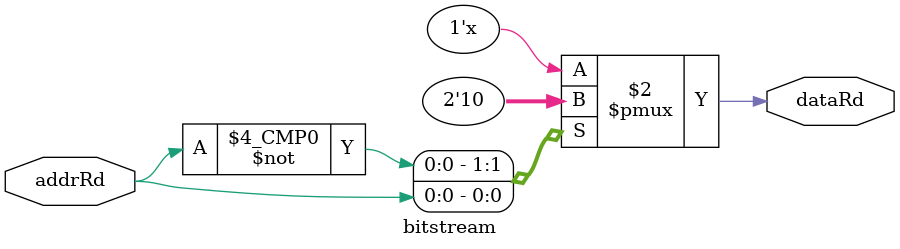
<source format=v>
`timescale 1ns / 1ps

module bitstream
#(
	parameter BITSTREAM_LENGTH = 1
)
(
	input		[$clog2(BITSTREAM_LENGTH):0]	addrRd,
	output	reg	[0:0]							dataRd
);

always @(*) begin

	case(addrRd)
       0		:	dataRd	 = 	 1'b1
;       1		:	dataRd	 = 	 1'b0
;       2		:	dataRd	 = 	 1'b0
;       3		:	dataRd	 = 	 1'b0
;       4		:	dataRd	 = 	 1'b0
;       5		:	dataRd	 = 	 1'b0
;       6		:	dataRd	 = 	 1'b0
;       7		:	dataRd	 = 	 1'b0
;       8		:	dataRd	 = 	 1'b0
;       9		:	dataRd	 = 	 1'b0
;      10		:	dataRd	 = 	 1'b0
;      11		:	dataRd	 = 	 1'b0
;      12		:	dataRd	 = 	 1'b0
;      13		:	dataRd	 = 	 1'b0
;      14		:	dataRd	 = 	 1'b0
;      15		:	dataRd	 = 	 1'b0
;      16		:	dataRd	 = 	 1'b1
;      17		:	dataRd	 = 	 1'b0
;      18		:	dataRd	 = 	 1'b0
;      19		:	dataRd	 = 	 1'b0
;      20		:	dataRd	 = 	 1'b0
;      21		:	dataRd	 = 	 1'b0
;      22		:	dataRd	 = 	 1'b0
;      23		:	dataRd	 = 	 1'b0
;      24		:	dataRd	 = 	 1'b0
;      25		:	dataRd	 = 	 1'b0
;      26		:	dataRd	 = 	 1'b0
;      27		:	dataRd	 = 	 1'b0
;      28		:	dataRd	 = 	 1'b0
;      29		:	dataRd	 = 	 1'b0
;      30		:	dataRd	 = 	 1'b0
;      31		:	dataRd	 = 	 1'b0
;      32		:	dataRd	 = 	 1'b1
;      33		:	dataRd	 = 	 1'b0
;      34		:	dataRd	 = 	 1'b0
;      35		:	dataRd	 = 	 1'b0
;      36		:	dataRd	 = 	 1'b0
;      37		:	dataRd	 = 	 1'b0
;      38		:	dataRd	 = 	 1'b0
;      39		:	dataRd	 = 	 1'b0
;      40		:	dataRd	 = 	 1'b0
;      41		:	dataRd	 = 	 1'b0
;      42		:	dataRd	 = 	 1'b0
;      43		:	dataRd	 = 	 1'b0
;      44		:	dataRd	 = 	 1'b0
;      45		:	dataRd	 = 	 1'b0
;      46		:	dataRd	 = 	 1'b0
;      47		:	dataRd	 = 	 1'b0
;      48		:	dataRd	 = 	 1'b1
;      49		:	dataRd	 = 	 1'b0
;      50		:	dataRd	 = 	 1'b0
;      51		:	dataRd	 = 	 1'b0
;      52		:	dataRd	 = 	 1'b0
;      53		:	dataRd	 = 	 1'b0
;      54		:	dataRd	 = 	 1'b0
;      55		:	dataRd	 = 	 1'b0
;      56		:	dataRd	 = 	 1'b0
;      57		:	dataRd	 = 	 1'b0
;      58		:	dataRd	 = 	 1'b0
;      59		:	dataRd	 = 	 1'b0
;      60		:	dataRd	 = 	 1'b0
;      61		:	dataRd	 = 	 1'b0
;      62		:	dataRd	 = 	 1'b0
;      63		:	dataRd	 = 	 1'b0
;      64		:	dataRd	 = 	 1'b1
;      65		:	dataRd	 = 	 1'b0
;      66		:	dataRd	 = 	 1'b0
;      67		:	dataRd	 = 	 1'b0
;      68		:	dataRd	 = 	 1'b0
;      69		:	dataRd	 = 	 1'b0
;      70		:	dataRd	 = 	 1'b0
;      71		:	dataRd	 = 	 1'b0
;      72		:	dataRd	 = 	 1'b0
;      73		:	dataRd	 = 	 1'b0
;      74		:	dataRd	 = 	 1'b0
;      75		:	dataRd	 = 	 1'b0
;      76		:	dataRd	 = 	 1'b0
;      77		:	dataRd	 = 	 1'b0
;      78		:	dataRd	 = 	 1'b0
;      79		:	dataRd	 = 	 1'b0
;      80		:	dataRd	 = 	 1'b1
;      81		:	dataRd	 = 	 1'b0
;      82		:	dataRd	 = 	 1'b0
;      83		:	dataRd	 = 	 1'b0
;      84		:	dataRd	 = 	 1'b0
;      85		:	dataRd	 = 	 1'b0
;      86		:	dataRd	 = 	 1'b0
;      87		:	dataRd	 = 	 1'b0
;      88		:	dataRd	 = 	 1'b0
;      89		:	dataRd	 = 	 1'b0
;      90		:	dataRd	 = 	 1'b0
;      91		:	dataRd	 = 	 1'b0
;      92		:	dataRd	 = 	 1'b0
;      93		:	dataRd	 = 	 1'b0
;      94		:	dataRd	 = 	 1'b0
;      95		:	dataRd	 = 	 1'b0
;      96		:	dataRd	 = 	 1'b1
;      97		:	dataRd	 = 	 1'b0
;      98		:	dataRd	 = 	 1'b0
;      99		:	dataRd	 = 	 1'b0
;     100		:	dataRd	 = 	 1'b0
;     101		:	dataRd	 = 	 1'b0
;     102		:	dataRd	 = 	 1'b0
;     103		:	dataRd	 = 	 1'b0
;     104		:	dataRd	 = 	 1'b0
;     105		:	dataRd	 = 	 1'b0
;     106		:	dataRd	 = 	 1'b0
;     107		:	dataRd	 = 	 1'b0
;     108		:	dataRd	 = 	 1'b0
;     109		:	dataRd	 = 	 1'b0
;     110		:	dataRd	 = 	 1'b0
;     111		:	dataRd	 = 	 1'b0
;     112		:	dataRd	 = 	 1'b1
;     113		:	dataRd	 = 	 1'b0
;     114		:	dataRd	 = 	 1'b0
;     115		:	dataRd	 = 	 1'b0
;     116		:	dataRd	 = 	 1'b0
;     117		:	dataRd	 = 	 1'b0
;     118		:	dataRd	 = 	 1'b0
;     119		:	dataRd	 = 	 1'b0
;     120		:	dataRd	 = 	 1'b0
;     121		:	dataRd	 = 	 1'b0
;     122		:	dataRd	 = 	 1'b0
;     123		:	dataRd	 = 	 1'b0
;     124		:	dataRd	 = 	 1'b0
;     125		:	dataRd	 = 	 1'b0
;     126		:	dataRd	 = 	 1'b0
;     127		:	dataRd	 = 	 1'b0
;     128		:	dataRd	 = 	 1'b1
;     129		:	dataRd	 = 	 1'b0
;     130		:	dataRd	 = 	 1'b0
;     131		:	dataRd	 = 	 1'b0
;     132		:	dataRd	 = 	 1'b0
;     133		:	dataRd	 = 	 1'b0
;     134		:	dataRd	 = 	 1'b0
;     135		:	dataRd	 = 	 1'b0
;     136		:	dataRd	 = 	 1'b0
;     137		:	dataRd	 = 	 1'b0
;     138		:	dataRd	 = 	 1'b0
;     139		:	dataRd	 = 	 1'b0
;     140		:	dataRd	 = 	 1'b0
;     141		:	dataRd	 = 	 1'b0
;     142		:	dataRd	 = 	 1'b0
;     143		:	dataRd	 = 	 1'b0
;     144		:	dataRd	 = 	 1'b1
;     145		:	dataRd	 = 	 1'b0
;     146		:	dataRd	 = 	 1'b0
;     147		:	dataRd	 = 	 1'b0
;     148		:	dataRd	 = 	 1'b0
;     149		:	dataRd	 = 	 1'b0
;     150		:	dataRd	 = 	 1'b0
;     151		:	dataRd	 = 	 1'b0
;     152		:	dataRd	 = 	 1'b0
;     153		:	dataRd	 = 	 1'b0
;     154		:	dataRd	 = 	 1'b0
;     155		:	dataRd	 = 	 1'b0
;     156		:	dataRd	 = 	 1'b0
;     157		:	dataRd	 = 	 1'b0
;     158		:	dataRd	 = 	 1'b0
;     159		:	dataRd	 = 	 1'b0
;     160		:	dataRd	 = 	 1'b1
;     161		:	dataRd	 = 	 1'b0
;     162		:	dataRd	 = 	 1'b0
;     163		:	dataRd	 = 	 1'b0
;     164		:	dataRd	 = 	 1'b0
;     165		:	dataRd	 = 	 1'b0
;     166		:	dataRd	 = 	 1'b0
;     167		:	dataRd	 = 	 1'b0
;     168		:	dataRd	 = 	 1'b0
;     169		:	dataRd	 = 	 1'b0
;     170		:	dataRd	 = 	 1'b0
;     171		:	dataRd	 = 	 1'b0
;     172		:	dataRd	 = 	 1'b0
;     173		:	dataRd	 = 	 1'b0
;     174		:	dataRd	 = 	 1'b0
;     175		:	dataRd	 = 	 1'b0
;     176		:	dataRd	 = 	 1'b1
;     177		:	dataRd	 = 	 1'b0
;     178		:	dataRd	 = 	 1'b0
;     179		:	dataRd	 = 	 1'b0
;     180		:	dataRd	 = 	 1'b0
;     181		:	dataRd	 = 	 1'b0
;     182		:	dataRd	 = 	 1'b0
;     183		:	dataRd	 = 	 1'b0
;     184		:	dataRd	 = 	 1'b0
;     185		:	dataRd	 = 	 1'b0
;     186		:	dataRd	 = 	 1'b0
;     187		:	dataRd	 = 	 1'b0
;     188		:	dataRd	 = 	 1'b0
;     189		:	dataRd	 = 	 1'b0
;     190		:	dataRd	 = 	 1'b0
;     191		:	dataRd	 = 	 1'b0
;     192		:	dataRd	 = 	 1'b1
;     193		:	dataRd	 = 	 1'b0
;     194		:	dataRd	 = 	 1'b0
;     195		:	dataRd	 = 	 1'b0
;     196		:	dataRd	 = 	 1'b0
;     197		:	dataRd	 = 	 1'b0
;     198		:	dataRd	 = 	 1'b0
;     199		:	dataRd	 = 	 1'b0
;     200		:	dataRd	 = 	 1'b0
;     201		:	dataRd	 = 	 1'b0
;     202		:	dataRd	 = 	 1'b0
;     203		:	dataRd	 = 	 1'b0
;     204		:	dataRd	 = 	 1'b0
;     205		:	dataRd	 = 	 1'b0
;     206		:	dataRd	 = 	 1'b0
;     207		:	dataRd	 = 	 1'b0
;     208		:	dataRd	 = 	 1'b1
;     209		:	dataRd	 = 	 1'b0
;     210		:	dataRd	 = 	 1'b0
;     211		:	dataRd	 = 	 1'b0
;     212		:	dataRd	 = 	 1'b0
;     213		:	dataRd	 = 	 1'b0
;     214		:	dataRd	 = 	 1'b0
;     215		:	dataRd	 = 	 1'b0
;     216		:	dataRd	 = 	 1'b0
;     217		:	dataRd	 = 	 1'b0
;     218		:	dataRd	 = 	 1'b0
;     219		:	dataRd	 = 	 1'b0
;     220		:	dataRd	 = 	 1'b0
;     221		:	dataRd	 = 	 1'b0
;     222		:	dataRd	 = 	 1'b0
;     223		:	dataRd	 = 	 1'b0
;     224		:	dataRd	 = 	 1'b1
;     225		:	dataRd	 = 	 1'b0
;     226		:	dataRd	 = 	 1'b0
;     227		:	dataRd	 = 	 1'b0
;     228		:	dataRd	 = 	 1'b0
;     229		:	dataRd	 = 	 1'b0
;     230		:	dataRd	 = 	 1'b0
;     231		:	dataRd	 = 	 1'b0
;     232		:	dataRd	 = 	 1'b0
;     233		:	dataRd	 = 	 1'b0
;     234		:	dataRd	 = 	 1'b0
;     235		:	dataRd	 = 	 1'b0
;     236		:	dataRd	 = 	 1'b0
;     237		:	dataRd	 = 	 1'b0
;     238		:	dataRd	 = 	 1'b0
;     239		:	dataRd	 = 	 1'b0
;     240		:	dataRd	 = 	 1'b1
;     241		:	dataRd	 = 	 1'b0
;     242		:	dataRd	 = 	 1'b0
;     243		:	dataRd	 = 	 1'b0
;     244		:	dataRd	 = 	 1'b0
;     245		:	dataRd	 = 	 1'b0
;     246		:	dataRd	 = 	 1'b0
;     247		:	dataRd	 = 	 1'b0
;     248		:	dataRd	 = 	 1'b0
;     249		:	dataRd	 = 	 1'b0
;     250		:	dataRd	 = 	 1'b0
;     251		:	dataRd	 = 	 1'b0
;     252		:	dataRd	 = 	 1'b0
;     253		:	dataRd	 = 	 1'b0
;     254		:	dataRd	 = 	 1'b0
;     255		:	dataRd	 = 	 1'b0
;     256		:	dataRd	 = 	 1'b1
;     257		:	dataRd	 = 	 1'b0
;     258		:	dataRd	 = 	 1'b0
;     259		:	dataRd	 = 	 1'b0
;     260		:	dataRd	 = 	 1'b0
;     261		:	dataRd	 = 	 1'b0
;     262		:	dataRd	 = 	 1'b0
;     263		:	dataRd	 = 	 1'b0
;     264		:	dataRd	 = 	 1'b0
;     265		:	dataRd	 = 	 1'b0
;     266		:	dataRd	 = 	 1'b0
;     267		:	dataRd	 = 	 1'b0
;     268		:	dataRd	 = 	 1'b0
;     269		:	dataRd	 = 	 1'b0
;     270		:	dataRd	 = 	 1'b0
;     271		:	dataRd	 = 	 1'b0
;     272		:	dataRd	 = 	 1'b1
;     273		:	dataRd	 = 	 1'b0
;     274		:	dataRd	 = 	 1'b0
;     275		:	dataRd	 = 	 1'b0
;     276		:	dataRd	 = 	 1'b0
;     277		:	dataRd	 = 	 1'b0
;     278		:	dataRd	 = 	 1'b0
;     279		:	dataRd	 = 	 1'b0
;     280		:	dataRd	 = 	 1'b0
;     281		:	dataRd	 = 	 1'b0
;     282		:	dataRd	 = 	 1'b0
;     283		:	dataRd	 = 	 1'b0
;     284		:	dataRd	 = 	 1'b0
;     285		:	dataRd	 = 	 1'b0
;     286		:	dataRd	 = 	 1'b0
;     287		:	dataRd	 = 	 1'b0
;     288		:	dataRd	 = 	 1'b1
;     289		:	dataRd	 = 	 1'b0
;     290		:	dataRd	 = 	 1'b0
;     291		:	dataRd	 = 	 1'b0
;     292		:	dataRd	 = 	 1'b0
;     293		:	dataRd	 = 	 1'b0
;     294		:	dataRd	 = 	 1'b0
;     295		:	dataRd	 = 	 1'b0
;     296		:	dataRd	 = 	 1'b0
;     297		:	dataRd	 = 	 1'b0
;     298		:	dataRd	 = 	 1'b0
;     299		:	dataRd	 = 	 1'b0
;     300		:	dataRd	 = 	 1'b0
;     301		:	dataRd	 = 	 1'b0
;     302		:	dataRd	 = 	 1'b0
;     303		:	dataRd	 = 	 1'b0
;     304		:	dataRd	 = 	 1'b1
;     305		:	dataRd	 = 	 1'b0
;     306		:	dataRd	 = 	 1'b0
;     307		:	dataRd	 = 	 1'b0
;     308		:	dataRd	 = 	 1'b0
;     309		:	dataRd	 = 	 1'b0
;     310		:	dataRd	 = 	 1'b0
;     311		:	dataRd	 = 	 1'b0
;     312		:	dataRd	 = 	 1'b0
;     313		:	dataRd	 = 	 1'b0
;     314		:	dataRd	 = 	 1'b0
;     315		:	dataRd	 = 	 1'b0
;     316		:	dataRd	 = 	 1'b0
;     317		:	dataRd	 = 	 1'b0
;     318		:	dataRd	 = 	 1'b0
;     319		:	dataRd	 = 	 1'b0
;     320		:	dataRd	 = 	 1'b1
;     321		:	dataRd	 = 	 1'b0
;     322		:	dataRd	 = 	 1'b0
;     323		:	dataRd	 = 	 1'b0
;     324		:	dataRd	 = 	 1'b0
;     325		:	dataRd	 = 	 1'b0
;     326		:	dataRd	 = 	 1'b0
;     327		:	dataRd	 = 	 1'b0
;     328		:	dataRd	 = 	 1'b0
;     329		:	dataRd	 = 	 1'b0
;     330		:	dataRd	 = 	 1'b0
;     331		:	dataRd	 = 	 1'b0
;     332		:	dataRd	 = 	 1'b0
;     333		:	dataRd	 = 	 1'b0
;     334		:	dataRd	 = 	 1'b0
;     335		:	dataRd	 = 	 1'b0
;     336		:	dataRd	 = 	 1'b1
;     337		:	dataRd	 = 	 1'b0
;     338		:	dataRd	 = 	 1'b0
;     339		:	dataRd	 = 	 1'b0
;     340		:	dataRd	 = 	 1'b0
;     341		:	dataRd	 = 	 1'b0
;     342		:	dataRd	 = 	 1'b0
;     343		:	dataRd	 = 	 1'b0
;     344		:	dataRd	 = 	 1'b0
;     345		:	dataRd	 = 	 1'b0
;     346		:	dataRd	 = 	 1'b0
;     347		:	dataRd	 = 	 1'b0
;     348		:	dataRd	 = 	 1'b0
;     349		:	dataRd	 = 	 1'b0
;     350		:	dataRd	 = 	 1'b0
;     351		:	dataRd	 = 	 1'b0
;     352		:	dataRd	 = 	 1'b1
;     353		:	dataRd	 = 	 1'b0
;     354		:	dataRd	 = 	 1'b0
;     355		:	dataRd	 = 	 1'b0
;     356		:	dataRd	 = 	 1'b0
;     357		:	dataRd	 = 	 1'b0
;     358		:	dataRd	 = 	 1'b0
;     359		:	dataRd	 = 	 1'b0
;     360		:	dataRd	 = 	 1'b0
;     361		:	dataRd	 = 	 1'b0
;     362		:	dataRd	 = 	 1'b0
;     363		:	dataRd	 = 	 1'b0
;     364		:	dataRd	 = 	 1'b0
;     365		:	dataRd	 = 	 1'b0
;     366		:	dataRd	 = 	 1'b0
;     367		:	dataRd	 = 	 1'b0
;     368		:	dataRd	 = 	 1'b1
;     369		:	dataRd	 = 	 1'b0
;     370		:	dataRd	 = 	 1'b0
;     371		:	dataRd	 = 	 1'b0
;     372		:	dataRd	 = 	 1'b0
;     373		:	dataRd	 = 	 1'b0
;     374		:	dataRd	 = 	 1'b0
;     375		:	dataRd	 = 	 1'b0
;     376		:	dataRd	 = 	 1'b0
;     377		:	dataRd	 = 	 1'b0
;     378		:	dataRd	 = 	 1'b0
;     379		:	dataRd	 = 	 1'b0
;     380		:	dataRd	 = 	 1'b0
;     381		:	dataRd	 = 	 1'b0
;     382		:	dataRd	 = 	 1'b0
;     383		:	dataRd	 = 	 1'b0
;     384		:	dataRd	 = 	 1'b1
;     385		:	dataRd	 = 	 1'b0
;     386		:	dataRd	 = 	 1'b0
;     387		:	dataRd	 = 	 1'b0
;     388		:	dataRd	 = 	 1'b0
;     389		:	dataRd	 = 	 1'b0
;     390		:	dataRd	 = 	 1'b0
;     391		:	dataRd	 = 	 1'b0
;     392		:	dataRd	 = 	 1'b0
;     393		:	dataRd	 = 	 1'b0
;     394		:	dataRd	 = 	 1'b0
;     395		:	dataRd	 = 	 1'b0
;     396		:	dataRd	 = 	 1'b0
;     397		:	dataRd	 = 	 1'b0
;     398		:	dataRd	 = 	 1'b0
;     399		:	dataRd	 = 	 1'b0
;     400		:	dataRd	 = 	 1'b1
;     401		:	dataRd	 = 	 1'b0
;     402		:	dataRd	 = 	 1'b0
;     403		:	dataRd	 = 	 1'b0
;     404		:	dataRd	 = 	 1'b0
;     405		:	dataRd	 = 	 1'b0
;     406		:	dataRd	 = 	 1'b0
;     407		:	dataRd	 = 	 1'b0
;     408		:	dataRd	 = 	 1'b0
;     409		:	dataRd	 = 	 1'b0
;     410		:	dataRd	 = 	 1'b0
;     411		:	dataRd	 = 	 1'b0
;     412		:	dataRd	 = 	 1'b0
;     413		:	dataRd	 = 	 1'b0
;     414		:	dataRd	 = 	 1'b0
;     415		:	dataRd	 = 	 1'b0
;     416		:	dataRd	 = 	 1'b1
;     417		:	dataRd	 = 	 1'b0
;     418		:	dataRd	 = 	 1'b0
;     419		:	dataRd	 = 	 1'b0
;     420		:	dataRd	 = 	 1'b0
;     421		:	dataRd	 = 	 1'b0
;     422		:	dataRd	 = 	 1'b0
;     423		:	dataRd	 = 	 1'b0
;     424		:	dataRd	 = 	 1'b0
;     425		:	dataRd	 = 	 1'b0
;     426		:	dataRd	 = 	 1'b0
;     427		:	dataRd	 = 	 1'b0
;     428		:	dataRd	 = 	 1'b0
;     429		:	dataRd	 = 	 1'b0
;     430		:	dataRd	 = 	 1'b0
;     431		:	dataRd	 = 	 1'b0
;     432		:	dataRd	 = 	 1'b1
;     433		:	dataRd	 = 	 1'b0
;     434		:	dataRd	 = 	 1'b0
;     435		:	dataRd	 = 	 1'b0
;     436		:	dataRd	 = 	 1'b0
;     437		:	dataRd	 = 	 1'b0
;     438		:	dataRd	 = 	 1'b0
;     439		:	dataRd	 = 	 1'b0
;     440		:	dataRd	 = 	 1'b0
;     441		:	dataRd	 = 	 1'b0
;     442		:	dataRd	 = 	 1'b0
;     443		:	dataRd	 = 	 1'b0
;     444		:	dataRd	 = 	 1'b0
;     445		:	dataRd	 = 	 1'b0
;     446		:	dataRd	 = 	 1'b0
;     447		:	dataRd	 = 	 1'b0
;     448		:	dataRd	 = 	 1'b1
;     449		:	dataRd	 = 	 1'b0
;     450		:	dataRd	 = 	 1'b0
;     451		:	dataRd	 = 	 1'b0
;     452		:	dataRd	 = 	 1'b0
;     453		:	dataRd	 = 	 1'b0
;     454		:	dataRd	 = 	 1'b0
;     455		:	dataRd	 = 	 1'b0
;     456		:	dataRd	 = 	 1'b0
;     457		:	dataRd	 = 	 1'b0
;     458		:	dataRd	 = 	 1'b0
;     459		:	dataRd	 = 	 1'b0
;     460		:	dataRd	 = 	 1'b0
;     461		:	dataRd	 = 	 1'b0
;     462		:	dataRd	 = 	 1'b0
;     463		:	dataRd	 = 	 1'b0
;     464		:	dataRd	 = 	 1'b1
;     465		:	dataRd	 = 	 1'b0
;     466		:	dataRd	 = 	 1'b0
;     467		:	dataRd	 = 	 1'b0
;     468		:	dataRd	 = 	 1'b0
;     469		:	dataRd	 = 	 1'b0
;     470		:	dataRd	 = 	 1'b0
;     471		:	dataRd	 = 	 1'b0
;     472		:	dataRd	 = 	 1'b0
;     473		:	dataRd	 = 	 1'b0
;     474		:	dataRd	 = 	 1'b0
;     475		:	dataRd	 = 	 1'b0
;     476		:	dataRd	 = 	 1'b0
;     477		:	dataRd	 = 	 1'b0
;     478		:	dataRd	 = 	 1'b0
;     479		:	dataRd	 = 	 1'b0
;     480		:	dataRd	 = 	 1'b1
;     481		:	dataRd	 = 	 1'b0
;     482		:	dataRd	 = 	 1'b0
;     483		:	dataRd	 = 	 1'b0
;     484		:	dataRd	 = 	 1'b0
;     485		:	dataRd	 = 	 1'b0
;     486		:	dataRd	 = 	 1'b0
;     487		:	dataRd	 = 	 1'b0
;     488		:	dataRd	 = 	 1'b0
;     489		:	dataRd	 = 	 1'b0
;     490		:	dataRd	 = 	 1'b0
;     491		:	dataRd	 = 	 1'b0
;     492		:	dataRd	 = 	 1'b0
;     493		:	dataRd	 = 	 1'b0
;     494		:	dataRd	 = 	 1'b0
;     495		:	dataRd	 = 	 1'b0
;     496		:	dataRd	 = 	 1'b1
;     497		:	dataRd	 = 	 1'b0
;     498		:	dataRd	 = 	 1'b0
;     499		:	dataRd	 = 	 1'b0
;     500		:	dataRd	 = 	 1'b0
;     501		:	dataRd	 = 	 1'b0
;     502		:	dataRd	 = 	 1'b0
;     503		:	dataRd	 = 	 1'b0
;     504		:	dataRd	 = 	 1'b0
;     505		:	dataRd	 = 	 1'b0
;     506		:	dataRd	 = 	 1'b0
;     507		:	dataRd	 = 	 1'b0
;     508		:	dataRd	 = 	 1'b0
;     509		:	dataRd	 = 	 1'b0
;     510		:	dataRd	 = 	 1'b0
;     511		:	dataRd	 = 	 1'b0
;     512		:	dataRd	 = 	 1'b1
;     513		:	dataRd	 = 	 1'b0
;     514		:	dataRd	 = 	 1'b0
;     515		:	dataRd	 = 	 1'b0
;     516		:	dataRd	 = 	 1'b0
;     517		:	dataRd	 = 	 1'b0
;     518		:	dataRd	 = 	 1'b0
;     519		:	dataRd	 = 	 1'b0
;     520		:	dataRd	 = 	 1'b0
;     521		:	dataRd	 = 	 1'b0
;     522		:	dataRd	 = 	 1'b0
;     523		:	dataRd	 = 	 1'b0
;     524		:	dataRd	 = 	 1'b0
;     525		:	dataRd	 = 	 1'b0
;     526		:	dataRd	 = 	 1'b0
;     527		:	dataRd	 = 	 1'b0
;     528		:	dataRd	 = 	 1'b1
;     529		:	dataRd	 = 	 1'b0
;     530		:	dataRd	 = 	 1'b0
;     531		:	dataRd	 = 	 1'b0
;     532		:	dataRd	 = 	 1'b0
;     533		:	dataRd	 = 	 1'b0
;     534		:	dataRd	 = 	 1'b0
;     535		:	dataRd	 = 	 1'b0
;     536		:	dataRd	 = 	 1'b0
;     537		:	dataRd	 = 	 1'b0
;     538		:	dataRd	 = 	 1'b0
;     539		:	dataRd	 = 	 1'b0
;     540		:	dataRd	 = 	 1'b0
;     541		:	dataRd	 = 	 1'b0
;     542		:	dataRd	 = 	 1'b0
;     543		:	dataRd	 = 	 1'b0
;     544		:	dataRd	 = 	 1'b1
;     545		:	dataRd	 = 	 1'b0
;     546		:	dataRd	 = 	 1'b0
;     547		:	dataRd	 = 	 1'b0
;     548		:	dataRd	 = 	 1'b0
;     549		:	dataRd	 = 	 1'b0
;     550		:	dataRd	 = 	 1'b0
;     551		:	dataRd	 = 	 1'b0
;     552		:	dataRd	 = 	 1'b0
;     553		:	dataRd	 = 	 1'b0
;     554		:	dataRd	 = 	 1'b0
;     555		:	dataRd	 = 	 1'b0
;     556		:	dataRd	 = 	 1'b0
;     557		:	dataRd	 = 	 1'b0
;     558		:	dataRd	 = 	 1'b0
;     559		:	dataRd	 = 	 1'b0
;     560		:	dataRd	 = 	 1'b1
;     561		:	dataRd	 = 	 1'b0
;     562		:	dataRd	 = 	 1'b0
;     563		:	dataRd	 = 	 1'b0
;     564		:	dataRd	 = 	 1'b0
;     565		:	dataRd	 = 	 1'b0
;     566		:	dataRd	 = 	 1'b0
;     567		:	dataRd	 = 	 1'b0
;     568		:	dataRd	 = 	 1'b0
;     569		:	dataRd	 = 	 1'b0
;     570		:	dataRd	 = 	 1'b0
;     571		:	dataRd	 = 	 1'b0
;     572		:	dataRd	 = 	 1'b0
;     573		:	dataRd	 = 	 1'b0
;     574		:	dataRd	 = 	 1'b0
;     575		:	dataRd	 = 	 1'b0
;     576		:	dataRd	 = 	 1'b1
;     577		:	dataRd	 = 	 1'b0
;     578		:	dataRd	 = 	 1'b0
;     579		:	dataRd	 = 	 1'b0
;     580		:	dataRd	 = 	 1'b0
;     581		:	dataRd	 = 	 1'b0
;     582		:	dataRd	 = 	 1'b0
;     583		:	dataRd	 = 	 1'b0
;     584		:	dataRd	 = 	 1'b0
;     585		:	dataRd	 = 	 1'b0
;     586		:	dataRd	 = 	 1'b0
;     587		:	dataRd	 = 	 1'b0
;     588		:	dataRd	 = 	 1'b0
;     589		:	dataRd	 = 	 1'b0
;     590		:	dataRd	 = 	 1'b0
;     591		:	dataRd	 = 	 1'b0
;     592		:	dataRd	 = 	 1'b1
;     593		:	dataRd	 = 	 1'b0
;     594		:	dataRd	 = 	 1'b0
;     595		:	dataRd	 = 	 1'b0
;     596		:	dataRd	 = 	 1'b0
;     597		:	dataRd	 = 	 1'b0
;     598		:	dataRd	 = 	 1'b0
;     599		:	dataRd	 = 	 1'b0
;     600		:	dataRd	 = 	 1'b0
;     601		:	dataRd	 = 	 1'b0
;     602		:	dataRd	 = 	 1'b0
;     603		:	dataRd	 = 	 1'b0
;     604		:	dataRd	 = 	 1'b0
;     605		:	dataRd	 = 	 1'b0
;     606		:	dataRd	 = 	 1'b0
;     607		:	dataRd	 = 	 1'b0
;     608		:	dataRd	 = 	 1'b1
;     609		:	dataRd	 = 	 1'b0
;     610		:	dataRd	 = 	 1'b0
;     611		:	dataRd	 = 	 1'b0
;     612		:	dataRd	 = 	 1'b0
;     613		:	dataRd	 = 	 1'b0
;     614		:	dataRd	 = 	 1'b0
;     615		:	dataRd	 = 	 1'b0
;     616		:	dataRd	 = 	 1'b0
;     617		:	dataRd	 = 	 1'b0
;     618		:	dataRd	 = 	 1'b0
;     619		:	dataRd	 = 	 1'b0
;     620		:	dataRd	 = 	 1'b0
;     621		:	dataRd	 = 	 1'b0
;     622		:	dataRd	 = 	 1'b0
;     623		:	dataRd	 = 	 1'b0
;     624		:	dataRd	 = 	 1'b1
;     625		:	dataRd	 = 	 1'b0
;     626		:	dataRd	 = 	 1'b0
;     627		:	dataRd	 = 	 1'b0
;     628		:	dataRd	 = 	 1'b0
;     629		:	dataRd	 = 	 1'b0
;     630		:	dataRd	 = 	 1'b0
;     631		:	dataRd	 = 	 1'b0
;     632		:	dataRd	 = 	 1'b0
;     633		:	dataRd	 = 	 1'b0
;     634		:	dataRd	 = 	 1'b0
;     635		:	dataRd	 = 	 1'b0
;     636		:	dataRd	 = 	 1'b0
;     637		:	dataRd	 = 	 1'b0
;     638		:	dataRd	 = 	 1'b0
;     639		:	dataRd	 = 	 1'b0
;     640		:	dataRd	 = 	 1'b1
;     641		:	dataRd	 = 	 1'b0
;     642		:	dataRd	 = 	 1'b0
;     643		:	dataRd	 = 	 1'b0
;     644		:	dataRd	 = 	 1'b0
;     645		:	dataRd	 = 	 1'b0
;     646		:	dataRd	 = 	 1'b0
;     647		:	dataRd	 = 	 1'b0
;     648		:	dataRd	 = 	 1'b0
;     649		:	dataRd	 = 	 1'b0
;     650		:	dataRd	 = 	 1'b0
;     651		:	dataRd	 = 	 1'b0
;     652		:	dataRd	 = 	 1'b0
;     653		:	dataRd	 = 	 1'b0
;     654		:	dataRd	 = 	 1'b0
;     655		:	dataRd	 = 	 1'b0
;     656		:	dataRd	 = 	 1'b1
;     657		:	dataRd	 = 	 1'b0
;     658		:	dataRd	 = 	 1'b0
;     659		:	dataRd	 = 	 1'b0
;     660		:	dataRd	 = 	 1'b0
;     661		:	dataRd	 = 	 1'b0
;     662		:	dataRd	 = 	 1'b0
;     663		:	dataRd	 = 	 1'b0
;     664		:	dataRd	 = 	 1'b0
;     665		:	dataRd	 = 	 1'b0
;     666		:	dataRd	 = 	 1'b0
;     667		:	dataRd	 = 	 1'b0
;     668		:	dataRd	 = 	 1'b0
;     669		:	dataRd	 = 	 1'b0
;     670		:	dataRd	 = 	 1'b0
;     671		:	dataRd	 = 	 1'b0
;     672		:	dataRd	 = 	 1'b1
;     673		:	dataRd	 = 	 1'b0
;     674		:	dataRd	 = 	 1'b0
;     675		:	dataRd	 = 	 1'b0
;     676		:	dataRd	 = 	 1'b0
;     677		:	dataRd	 = 	 1'b0
;     678		:	dataRd	 = 	 1'b0
;     679		:	dataRd	 = 	 1'b0
;     680		:	dataRd	 = 	 1'b0
;     681		:	dataRd	 = 	 1'b0
;     682		:	dataRd	 = 	 1'b0
;     683		:	dataRd	 = 	 1'b0
;     684		:	dataRd	 = 	 1'b0
;     685		:	dataRd	 = 	 1'b0
;     686		:	dataRd	 = 	 1'b0
;     687		:	dataRd	 = 	 1'b0
;     688		:	dataRd	 = 	 1'b1
;     689		:	dataRd	 = 	 1'b0
;     690		:	dataRd	 = 	 1'b0
;     691		:	dataRd	 = 	 1'b0
;     692		:	dataRd	 = 	 1'b0
;     693		:	dataRd	 = 	 1'b0
;     694		:	dataRd	 = 	 1'b0
;     695		:	dataRd	 = 	 1'b0
;     696		:	dataRd	 = 	 1'b0
;     697		:	dataRd	 = 	 1'b0
;     698		:	dataRd	 = 	 1'b0
;     699		:	dataRd	 = 	 1'b0
;     700		:	dataRd	 = 	 1'b0
;     701		:	dataRd	 = 	 1'b0
;     702		:	dataRd	 = 	 1'b0
;     703		:	dataRd	 = 	 1'b0
;     704		:	dataRd	 = 	 1'b1
;     705		:	dataRd	 = 	 1'b0
;     706		:	dataRd	 = 	 1'b0
;     707		:	dataRd	 = 	 1'b0
;     708		:	dataRd	 = 	 1'b0
;     709		:	dataRd	 = 	 1'b0
;     710		:	dataRd	 = 	 1'b0
;     711		:	dataRd	 = 	 1'b0
;     712		:	dataRd	 = 	 1'b0
;     713		:	dataRd	 = 	 1'b0
;     714		:	dataRd	 = 	 1'b0
;     715		:	dataRd	 = 	 1'b0
;     716		:	dataRd	 = 	 1'b0
;     717		:	dataRd	 = 	 1'b0
;     718		:	dataRd	 = 	 1'b0
;     719		:	dataRd	 = 	 1'b0
;     720		:	dataRd	 = 	 1'b1
;     721		:	dataRd	 = 	 1'b0
;     722		:	dataRd	 = 	 1'b0
;     723		:	dataRd	 = 	 1'b0
;     724		:	dataRd	 = 	 1'b0
;     725		:	dataRd	 = 	 1'b0
;     726		:	dataRd	 = 	 1'b0
;     727		:	dataRd	 = 	 1'b0
;     728		:	dataRd	 = 	 1'b0
;     729		:	dataRd	 = 	 1'b0
;     730		:	dataRd	 = 	 1'b0
;     731		:	dataRd	 = 	 1'b0
;     732		:	dataRd	 = 	 1'b0
;     733		:	dataRd	 = 	 1'b0
;     734		:	dataRd	 = 	 1'b0
;     735		:	dataRd	 = 	 1'b0
;     736		:	dataRd	 = 	 1'b1
;     737		:	dataRd	 = 	 1'b0
;     738		:	dataRd	 = 	 1'b0
;     739		:	dataRd	 = 	 1'b0
;     740		:	dataRd	 = 	 1'b0
;     741		:	dataRd	 = 	 1'b0
;     742		:	dataRd	 = 	 1'b0
;     743		:	dataRd	 = 	 1'b0
;     744		:	dataRd	 = 	 1'b0
;     745		:	dataRd	 = 	 1'b0
;     746		:	dataRd	 = 	 1'b0
;     747		:	dataRd	 = 	 1'b0
;     748		:	dataRd	 = 	 1'b0
;     749		:	dataRd	 = 	 1'b0
;     750		:	dataRd	 = 	 1'b0
;     751		:	dataRd	 = 	 1'b0
;     752		:	dataRd	 = 	 1'b1
;     753		:	dataRd	 = 	 1'b0
;     754		:	dataRd	 = 	 1'b0
;     755		:	dataRd	 = 	 1'b0
;     756		:	dataRd	 = 	 1'b0
;     757		:	dataRd	 = 	 1'b0
;     758		:	dataRd	 = 	 1'b0
;     759		:	dataRd	 = 	 1'b0
;     760		:	dataRd	 = 	 1'b0
;     761		:	dataRd	 = 	 1'b0
;     762		:	dataRd	 = 	 1'b0
;     763		:	dataRd	 = 	 1'b0
;     764		:	dataRd	 = 	 1'b0
;     765		:	dataRd	 = 	 1'b0
;     766		:	dataRd	 = 	 1'b0
;     767		:	dataRd	 = 	 1'b0
;     768		:	dataRd	 = 	 1'b1
;     769		:	dataRd	 = 	 1'b0
;     770		:	dataRd	 = 	 1'b0
;     771		:	dataRd	 = 	 1'b0
;     772		:	dataRd	 = 	 1'b0
;     773		:	dataRd	 = 	 1'b0
;     774		:	dataRd	 = 	 1'b0
;     775		:	dataRd	 = 	 1'b0
;     776		:	dataRd	 = 	 1'b0
;     777		:	dataRd	 = 	 1'b0
;     778		:	dataRd	 = 	 1'b0
;     779		:	dataRd	 = 	 1'b0
;     780		:	dataRd	 = 	 1'b0
;     781		:	dataRd	 = 	 1'b0
;     782		:	dataRd	 = 	 1'b0
;     783		:	dataRd	 = 	 1'b0
;     784		:	dataRd	 = 	 1'b1
;     785		:	dataRd	 = 	 1'b0
;     786		:	dataRd	 = 	 1'b0
;     787		:	dataRd	 = 	 1'b0
;     788		:	dataRd	 = 	 1'b0
;     789		:	dataRd	 = 	 1'b0
;     790		:	dataRd	 = 	 1'b0
;     791		:	dataRd	 = 	 1'b0
;     792		:	dataRd	 = 	 1'b0
;     793		:	dataRd	 = 	 1'b0
;     794		:	dataRd	 = 	 1'b0
;     795		:	dataRd	 = 	 1'b0
;     796		:	dataRd	 = 	 1'b0
;     797		:	dataRd	 = 	 1'b0
;     798		:	dataRd	 = 	 1'b0
;     799		:	dataRd	 = 	 1'b0
;     800		:	dataRd	 = 	 1'b1
;     801		:	dataRd	 = 	 1'b0
;     802		:	dataRd	 = 	 1'b0
;     803		:	dataRd	 = 	 1'b0
;     804		:	dataRd	 = 	 1'b0
;     805		:	dataRd	 = 	 1'b0
;     806		:	dataRd	 = 	 1'b0
;     807		:	dataRd	 = 	 1'b0
;     808		:	dataRd	 = 	 1'b0
;     809		:	dataRd	 = 	 1'b0
;     810		:	dataRd	 = 	 1'b0
;     811		:	dataRd	 = 	 1'b0
;     812		:	dataRd	 = 	 1'b0
;     813		:	dataRd	 = 	 1'b0
;     814		:	dataRd	 = 	 1'b0
;     815		:	dataRd	 = 	 1'b0
;     816		:	dataRd	 = 	 1'b1
;     817		:	dataRd	 = 	 1'b0
;     818		:	dataRd	 = 	 1'b0
;     819		:	dataRd	 = 	 1'b0
;     820		:	dataRd	 = 	 1'b0
;     821		:	dataRd	 = 	 1'b0
;     822		:	dataRd	 = 	 1'b0
;     823		:	dataRd	 = 	 1'b0
;     824		:	dataRd	 = 	 1'b0
;     825		:	dataRd	 = 	 1'b0
;     826		:	dataRd	 = 	 1'b0
;     827		:	dataRd	 = 	 1'b0
;     828		:	dataRd	 = 	 1'b0
;     829		:	dataRd	 = 	 1'b0
;     830		:	dataRd	 = 	 1'b0
;     831		:	dataRd	 = 	 1'b0
;     832		:	dataRd	 = 	 1'b1
;     833		:	dataRd	 = 	 1'b0
;     834		:	dataRd	 = 	 1'b0
;     835		:	dataRd	 = 	 1'b0
;     836		:	dataRd	 = 	 1'b0
;     837		:	dataRd	 = 	 1'b0
;     838		:	dataRd	 = 	 1'b0
;     839		:	dataRd	 = 	 1'b0
;     840		:	dataRd	 = 	 1'b0
;     841		:	dataRd	 = 	 1'b0
;     842		:	dataRd	 = 	 1'b0
;     843		:	dataRd	 = 	 1'b0
;     844		:	dataRd	 = 	 1'b0
;     845		:	dataRd	 = 	 1'b0
;     846		:	dataRd	 = 	 1'b0
;     847		:	dataRd	 = 	 1'b0
;     848		:	dataRd	 = 	 1'b1
;     849		:	dataRd	 = 	 1'b0
;     850		:	dataRd	 = 	 1'b0
;     851		:	dataRd	 = 	 1'b0
;     852		:	dataRd	 = 	 1'b0
;     853		:	dataRd	 = 	 1'b0
;     854		:	dataRd	 = 	 1'b0
;     855		:	dataRd	 = 	 1'b0
;     856		:	dataRd	 = 	 1'b0
;     857		:	dataRd	 = 	 1'b0
;     858		:	dataRd	 = 	 1'b0
;     859		:	dataRd	 = 	 1'b0
;     860		:	dataRd	 = 	 1'b0
;     861		:	dataRd	 = 	 1'b0
;     862		:	dataRd	 = 	 1'b0
;     863		:	dataRd	 = 	 1'b0
;     864		:	dataRd	 = 	 1'b1
;     865		:	dataRd	 = 	 1'b0
;     866		:	dataRd	 = 	 1'b0
;     867		:	dataRd	 = 	 1'b0
;     868		:	dataRd	 = 	 1'b0
;     869		:	dataRd	 = 	 1'b0
;     870		:	dataRd	 = 	 1'b0
;     871		:	dataRd	 = 	 1'b0
;     872		:	dataRd	 = 	 1'b0
;     873		:	dataRd	 = 	 1'b0
;     874		:	dataRd	 = 	 1'b0
;     875		:	dataRd	 = 	 1'b0
;     876		:	dataRd	 = 	 1'b0
;     877		:	dataRd	 = 	 1'b0
;     878		:	dataRd	 = 	 1'b0
;     879		:	dataRd	 = 	 1'b0
;     880		:	dataRd	 = 	 1'b1
;     881		:	dataRd	 = 	 1'b0
;     882		:	dataRd	 = 	 1'b0
;     883		:	dataRd	 = 	 1'b0
;     884		:	dataRd	 = 	 1'b0
;     885		:	dataRd	 = 	 1'b0
;     886		:	dataRd	 = 	 1'b0
;     887		:	dataRd	 = 	 1'b0
;     888		:	dataRd	 = 	 1'b0
;     889		:	dataRd	 = 	 1'b0
;     890		:	dataRd	 = 	 1'b0
;     891		:	dataRd	 = 	 1'b0
;     892		:	dataRd	 = 	 1'b0
;     893		:	dataRd	 = 	 1'b0
;     894		:	dataRd	 = 	 1'b0
;     895		:	dataRd	 = 	 1'b0
;     896		:	dataRd	 = 	 1'b1
;     897		:	dataRd	 = 	 1'b0
;     898		:	dataRd	 = 	 1'b0
;     899		:	dataRd	 = 	 1'b0
;     900		:	dataRd	 = 	 1'b0
;     901		:	dataRd	 = 	 1'b0
;     902		:	dataRd	 = 	 1'b0
;     903		:	dataRd	 = 	 1'b0
;     904		:	dataRd	 = 	 1'b0
;     905		:	dataRd	 = 	 1'b0
;     906		:	dataRd	 = 	 1'b0
;     907		:	dataRd	 = 	 1'b0
;     908		:	dataRd	 = 	 1'b0
;     909		:	dataRd	 = 	 1'b0
;     910		:	dataRd	 = 	 1'b0
;     911		:	dataRd	 = 	 1'b0
;     912		:	dataRd	 = 	 1'b1
;     913		:	dataRd	 = 	 1'b0
;     914		:	dataRd	 = 	 1'b0
;     915		:	dataRd	 = 	 1'b0
;     916		:	dataRd	 = 	 1'b0
;     917		:	dataRd	 = 	 1'b0
;     918		:	dataRd	 = 	 1'b0
;     919		:	dataRd	 = 	 1'b0
;     920		:	dataRd	 = 	 1'b0
;     921		:	dataRd	 = 	 1'b0
;     922		:	dataRd	 = 	 1'b0
;     923		:	dataRd	 = 	 1'b0
;     924		:	dataRd	 = 	 1'b0
;     925		:	dataRd	 = 	 1'b0
;     926		:	dataRd	 = 	 1'b0
;     927		:	dataRd	 = 	 1'b0
;     928		:	dataRd	 = 	 1'b1
;     929		:	dataRd	 = 	 1'b0
;     930		:	dataRd	 = 	 1'b0
;     931		:	dataRd	 = 	 1'b0
;     932		:	dataRd	 = 	 1'b0
;     933		:	dataRd	 = 	 1'b0
;     934		:	dataRd	 = 	 1'b0
;     935		:	dataRd	 = 	 1'b0
;     936		:	dataRd	 = 	 1'b0
;     937		:	dataRd	 = 	 1'b0
;     938		:	dataRd	 = 	 1'b0
;     939		:	dataRd	 = 	 1'b0
;     940		:	dataRd	 = 	 1'b0
;     941		:	dataRd	 = 	 1'b0
;     942		:	dataRd	 = 	 1'b0
;     943		:	dataRd	 = 	 1'b0
;     944		:	dataRd	 = 	 1'b1
;     945		:	dataRd	 = 	 1'b0
;     946		:	dataRd	 = 	 1'b0
;     947		:	dataRd	 = 	 1'b0
;     948		:	dataRd	 = 	 1'b0
;     949		:	dataRd	 = 	 1'b0
;     950		:	dataRd	 = 	 1'b0
;     951		:	dataRd	 = 	 1'b0
;     952		:	dataRd	 = 	 1'b0
;     953		:	dataRd	 = 	 1'b0
;     954		:	dataRd	 = 	 1'b0
;     955		:	dataRd	 = 	 1'b0
;     956		:	dataRd	 = 	 1'b0
;     957		:	dataRd	 = 	 1'b0
;     958		:	dataRd	 = 	 1'b0
;     959		:	dataRd	 = 	 1'b0
;     960		:	dataRd	 = 	 1'b1
;     961		:	dataRd	 = 	 1'b0
;     962		:	dataRd	 = 	 1'b0
;     963		:	dataRd	 = 	 1'b0
;     964		:	dataRd	 = 	 1'b0
;     965		:	dataRd	 = 	 1'b0
;     966		:	dataRd	 = 	 1'b0
;     967		:	dataRd	 = 	 1'b0
;     968		:	dataRd	 = 	 1'b0
;     969		:	dataRd	 = 	 1'b0
;     970		:	dataRd	 = 	 1'b0
;     971		:	dataRd	 = 	 1'b0
;     972		:	dataRd	 = 	 1'b0
;     973		:	dataRd	 = 	 1'b0
;     974		:	dataRd	 = 	 1'b0
;     975		:	dataRd	 = 	 1'b0
;     976		:	dataRd	 = 	 1'b0
;     977		:	dataRd	 = 	 1'b0
;     978		:	dataRd	 = 	 1'b0
;     979		:	dataRd	 = 	 1'b0
;     980		:	dataRd	 = 	 1'b0
;     981		:	dataRd	 = 	 1'b0
;     982		:	dataRd	 = 	 1'b0
;     983		:	dataRd	 = 	 1'b0
;     984		:	dataRd	 = 	 1'b0
;     985		:	dataRd	 = 	 1'b0
;     986		:	dataRd	 = 	 1'b0
;     987		:	dataRd	 = 	 1'b0
;     988		:	dataRd	 = 	 1'b0
;     989		:	dataRd	 = 	 1'b0
;     990		:	dataRd	 = 	 1'b0
;     991		:	dataRd	 = 	 1'b0
;     992		:	dataRd	 = 	 1'b0
;     993		:	dataRd	 = 	 1'b0
;     994		:	dataRd	 = 	 1'b0
;     995		:	dataRd	 = 	 1'b0
;     996		:	dataRd	 = 	 1'b0
;     997		:	dataRd	 = 	 1'b0
;     998		:	dataRd	 = 	 1'b0
;     999		:	dataRd	 = 	 1'b0
;    1000		:	dataRd	 = 	 1'b0
;    1001		:	dataRd	 = 	 1'b0
;    1002		:	dataRd	 = 	 1'b0
;    1003		:	dataRd	 = 	 1'b0
;    1004		:	dataRd	 = 	 1'b0
;    1005		:	dataRd	 = 	 1'b0
;    1006		:	dataRd	 = 	 1'b0
;    1007		:	dataRd	 = 	 1'b0
;    1008		:	dataRd	 = 	 1'b0
;    1009		:	dataRd	 = 	 1'b0
;    1010		:	dataRd	 = 	 1'b0
;    1011		:	dataRd	 = 	 1'b0
;    1012		:	dataRd	 = 	 1'b0
;    1013		:	dataRd	 = 	 1'b0
;    1014		:	dataRd	 = 	 1'b0
;    1015		:	dataRd	 = 	 1'b0
;    1016		:	dataRd	 = 	 1'b0
;    1017		:	dataRd	 = 	 1'b0
;    1018		:	dataRd	 = 	 1'b0
;    1019		:	dataRd	 = 	 1'b0
;    1020		:	dataRd	 = 	 1'b0
;    1021		:	dataRd	 = 	 1'b0
;    1022		:	dataRd	 = 	 1'b0
;    1023		:	dataRd	 = 	 1'b0
;    1024		:	dataRd	 = 	 1'b0
;    1025		:	dataRd	 = 	 1'b0
;    1026		:	dataRd	 = 	 1'b0
;    1027		:	dataRd	 = 	 1'b1
;    1028		:	dataRd	 = 	 1'b0
;    1029		:	dataRd	 = 	 1'b0
;    1030		:	dataRd	 = 	 1'b0
;    1031		:	dataRd	 = 	 1'b0
;    1032		:	dataRd	 = 	 1'b0
;    1033		:	dataRd	 = 	 1'b0
;    1034		:	dataRd	 = 	 1'b0
;    1035		:	dataRd	 = 	 1'b0
;    1036		:	dataRd	 = 	 1'b0
;    1037		:	dataRd	 = 	 1'b0
;    1038		:	dataRd	 = 	 1'b0
;    1039		:	dataRd	 = 	 1'b0
;    1040		:	dataRd	 = 	 1'b0
;    1041		:	dataRd	 = 	 1'b0
;    1042		:	dataRd	 = 	 1'b0
;    1043		:	dataRd	 = 	 1'b0
;    1044		:	dataRd	 = 	 1'b0
;    1045		:	dataRd	 = 	 1'b0
;    1046		:	dataRd	 = 	 1'b0
;    1047		:	dataRd	 = 	 1'b0
;    1048		:	dataRd	 = 	 1'b0
;    1049		:	dataRd	 = 	 1'b0
;    1050		:	dataRd	 = 	 1'b0
;    1051		:	dataRd	 = 	 1'b0
;    1052		:	dataRd	 = 	 1'b0
;    1053		:	dataRd	 = 	 1'b0
;    1054		:	dataRd	 = 	 1'b0
;    1055		:	dataRd	 = 	 1'b0
;    1056		:	dataRd	 = 	 1'b0
;    1057		:	dataRd	 = 	 1'b0
;    1058		:	dataRd	 = 	 1'b0
;    1059		:	dataRd	 = 	 1'b0
;    1060		:	dataRd	 = 	 1'b0
;    1061		:	dataRd	 = 	 1'b0
;    1062		:	dataRd	 = 	 1'b0
;    1063		:	dataRd	 = 	 1'b0
;    1064		:	dataRd	 = 	 1'b0
;    1065		:	dataRd	 = 	 1'b0
;    1066		:	dataRd	 = 	 1'b0
;    1067		:	dataRd	 = 	 1'b0
;    1068		:	dataRd	 = 	 1'b0
;    1069		:	dataRd	 = 	 1'b0
;    1070		:	dataRd	 = 	 1'b0
;    1071		:	dataRd	 = 	 1'b0
;    1072		:	dataRd	 = 	 1'b0
;    1073		:	dataRd	 = 	 1'b0
;    1074		:	dataRd	 = 	 1'b0
;    1075		:	dataRd	 = 	 1'b0
;    1076		:	dataRd	 = 	 1'b0
;    1077		:	dataRd	 = 	 1'b0
;    1078		:	dataRd	 = 	 1'b0
;    1079		:	dataRd	 = 	 1'b0
;    1080		:	dataRd	 = 	 1'b0
;    1081		:	dataRd	 = 	 1'b0
;    1082		:	dataRd	 = 	 1'b0
;    1083		:	dataRd	 = 	 1'b0
;    1084		:	dataRd	 = 	 1'b0
;    1085		:	dataRd	 = 	 1'b0
;    1086		:	dataRd	 = 	 1'b0
;    1087		:	dataRd	 = 	 1'b0
;    1088		:	dataRd	 = 	 1'b0
;    1089		:	dataRd	 = 	 1'b0
;    1090		:	dataRd	 = 	 1'b0
;    1091		:	dataRd	 = 	 1'b0
;    1092		:	dataRd	 = 	 1'b0
;    1093		:	dataRd	 = 	 1'b0
;    1094		:	dataRd	 = 	 1'b1
;    1095		:	dataRd	 = 	 1'b0
;    1096		:	dataRd	 = 	 1'b0
;    1097		:	dataRd	 = 	 1'b0
;    1098		:	dataRd	 = 	 1'b0
;    1099		:	dataRd	 = 	 1'b0
;    1100		:	dataRd	 = 	 1'b0
;    1101		:	dataRd	 = 	 1'b0
;    1102		:	dataRd	 = 	 1'b0
;    1103		:	dataRd	 = 	 1'b0
;    1104		:	dataRd	 = 	 1'b0
;    1105		:	dataRd	 = 	 1'b0
;    1106		:	dataRd	 = 	 1'b0
;    1107		:	dataRd	 = 	 1'b0
;    1108		:	dataRd	 = 	 1'b0
;    1109		:	dataRd	 = 	 1'b0
;    1110		:	dataRd	 = 	 1'b0
;    1111		:	dataRd	 = 	 1'b0
;    1112		:	dataRd	 = 	 1'b0
;    1113		:	dataRd	 = 	 1'b0
;    1114		:	dataRd	 = 	 1'b0
;    1115		:	dataRd	 = 	 1'b0
;    1116		:	dataRd	 = 	 1'b0
;    1117		:	dataRd	 = 	 1'b0
;    1118		:	dataRd	 = 	 1'b0
;    1119		:	dataRd	 = 	 1'b0
;    1120		:	dataRd	 = 	 1'b0
;    1121		:	dataRd	 = 	 1'b0
;    1122		:	dataRd	 = 	 1'b0
;    1123		:	dataRd	 = 	 1'b0
;    1124		:	dataRd	 = 	 1'b0
;    1125		:	dataRd	 = 	 1'b0
;    1126		:	dataRd	 = 	 1'b0
;    1127		:	dataRd	 = 	 1'b0
;    1128		:	dataRd	 = 	 1'b0
;    1129		:	dataRd	 = 	 1'b0
;    1130		:	dataRd	 = 	 1'b0
;    1131		:	dataRd	 = 	 1'b0
;    1132		:	dataRd	 = 	 1'b0
;    1133		:	dataRd	 = 	 1'b0
;    1134		:	dataRd	 = 	 1'b0
;    1135		:	dataRd	 = 	 1'b0
;    1136		:	dataRd	 = 	 1'b0
;    1137		:	dataRd	 = 	 1'b0
;    1138		:	dataRd	 = 	 1'b0
;    1139		:	dataRd	 = 	 1'b0
;    1140		:	dataRd	 = 	 1'b0
;    1141		:	dataRd	 = 	 1'b0
;    1142		:	dataRd	 = 	 1'b0
;    1143		:	dataRd	 = 	 1'b0
;    1144		:	dataRd	 = 	 1'b0
;    1145		:	dataRd	 = 	 1'b0
;    1146		:	dataRd	 = 	 1'b0
;    1147		:	dataRd	 = 	 1'b0
;    1148		:	dataRd	 = 	 1'b0
;    1149		:	dataRd	 = 	 1'b0
;    1150		:	dataRd	 = 	 1'b0
;    1151		:	dataRd	 = 	 1'b0
;    1152		:	dataRd	 = 	 1'b0
;    1153		:	dataRd	 = 	 1'b0
;    1154		:	dataRd	 = 	 1'b0
;    1155		:	dataRd	 = 	 1'b0
;    1156		:	dataRd	 = 	 1'b0
;    1157		:	dataRd	 = 	 1'b0
;    1158		:	dataRd	 = 	 1'b0
;    1159		:	dataRd	 = 	 1'b0
;    1160		:	dataRd	 = 	 1'b0
;    1161		:	dataRd	 = 	 1'b1
;    1162		:	dataRd	 = 	 1'b0
;    1163		:	dataRd	 = 	 1'b0
;    1164		:	dataRd	 = 	 1'b0
;    1165		:	dataRd	 = 	 1'b0
;    1166		:	dataRd	 = 	 1'b0
;    1167		:	dataRd	 = 	 1'b0
;    1168		:	dataRd	 = 	 1'b0
;    1169		:	dataRd	 = 	 1'b0
;    1170		:	dataRd	 = 	 1'b0
;    1171		:	dataRd	 = 	 1'b0
;    1172		:	dataRd	 = 	 1'b0
;    1173		:	dataRd	 = 	 1'b0
;    1174		:	dataRd	 = 	 1'b0
;    1175		:	dataRd	 = 	 1'b0
;    1176		:	dataRd	 = 	 1'b0
;    1177		:	dataRd	 = 	 1'b0
;    1178		:	dataRd	 = 	 1'b0
;    1179		:	dataRd	 = 	 1'b0
;    1180		:	dataRd	 = 	 1'b0
;    1181		:	dataRd	 = 	 1'b0
;    1182		:	dataRd	 = 	 1'b0
;    1183		:	dataRd	 = 	 1'b0
;    1184		:	dataRd	 = 	 1'b0
;    1185		:	dataRd	 = 	 1'b0
;    1186		:	dataRd	 = 	 1'b0
;    1187		:	dataRd	 = 	 1'b0
;    1188		:	dataRd	 = 	 1'b0
;    1189		:	dataRd	 = 	 1'b0
;    1190		:	dataRd	 = 	 1'b0
;    1191		:	dataRd	 = 	 1'b0
;    1192		:	dataRd	 = 	 1'b0
;    1193		:	dataRd	 = 	 1'b0
;    1194		:	dataRd	 = 	 1'b0
;    1195		:	dataRd	 = 	 1'b0
;    1196		:	dataRd	 = 	 1'b0
;    1197		:	dataRd	 = 	 1'b0
;    1198		:	dataRd	 = 	 1'b0
;    1199		:	dataRd	 = 	 1'b0
;    1200		:	dataRd	 = 	 1'b0
;    1201		:	dataRd	 = 	 1'b0
;    1202		:	dataRd	 = 	 1'b0
;    1203		:	dataRd	 = 	 1'b0
;    1204		:	dataRd	 = 	 1'b0
;    1205		:	dataRd	 = 	 1'b0
;    1206		:	dataRd	 = 	 1'b0
;    1207		:	dataRd	 = 	 1'b0
;    1208		:	dataRd	 = 	 1'b0
;    1209		:	dataRd	 = 	 1'b0
;    1210		:	dataRd	 = 	 1'b0
;    1211		:	dataRd	 = 	 1'b0
;    1212		:	dataRd	 = 	 1'b0
;    1213		:	dataRd	 = 	 1'b0
;    1214		:	dataRd	 = 	 1'b0
;    1215		:	dataRd	 = 	 1'b0
;    1216		:	dataRd	 = 	 1'b0
;    1217		:	dataRd	 = 	 1'b0
;    1218		:	dataRd	 = 	 1'b0
;    1219		:	dataRd	 = 	 1'b0
;    1220		:	dataRd	 = 	 1'b0
;    1221		:	dataRd	 = 	 1'b0
;    1222		:	dataRd	 = 	 1'b0
;    1223		:	dataRd	 = 	 1'b0
;    1224		:	dataRd	 = 	 1'b0
;    1225		:	dataRd	 = 	 1'b0
;    1226		:	dataRd	 = 	 1'b0
;    1227		:	dataRd	 = 	 1'b0
;    1228		:	dataRd	 = 	 1'b1
;    1229		:	dataRd	 = 	 1'b0
;    1230		:	dataRd	 = 	 1'b0
;    1231		:	dataRd	 = 	 1'b0
;    1232		:	dataRd	 = 	 1'b0
;    1233		:	dataRd	 = 	 1'b0
;    1234		:	dataRd	 = 	 1'b0
;    1235		:	dataRd	 = 	 1'b0
;    1236		:	dataRd	 = 	 1'b0
;    1237		:	dataRd	 = 	 1'b0
;    1238		:	dataRd	 = 	 1'b0
;    1239		:	dataRd	 = 	 1'b0
;    1240		:	dataRd	 = 	 1'b0
;    1241		:	dataRd	 = 	 1'b0
;    1242		:	dataRd	 = 	 1'b0
;    1243		:	dataRd	 = 	 1'b0
;    1244		:	dataRd	 = 	 1'b0
;    1245		:	dataRd	 = 	 1'b0
;    1246		:	dataRd	 = 	 1'b0
;    1247		:	dataRd	 = 	 1'b0
;    1248		:	dataRd	 = 	 1'b0
;    1249		:	dataRd	 = 	 1'b0
;    1250		:	dataRd	 = 	 1'b0
;    1251		:	dataRd	 = 	 1'b0
;    1252		:	dataRd	 = 	 1'b0
;    1253		:	dataRd	 = 	 1'b0
;    1254		:	dataRd	 = 	 1'b0
;    1255		:	dataRd	 = 	 1'b0
;    1256		:	dataRd	 = 	 1'b0
;    1257		:	dataRd	 = 	 1'b0
;    1258		:	dataRd	 = 	 1'b0
;    1259		:	dataRd	 = 	 1'b0
;    1260		:	dataRd	 = 	 1'b0
;    1261		:	dataRd	 = 	 1'b0
;    1262		:	dataRd	 = 	 1'b0
;    1263		:	dataRd	 = 	 1'b0
;    1264		:	dataRd	 = 	 1'b0
;    1265		:	dataRd	 = 	 1'b0
;    1266		:	dataRd	 = 	 1'b0
;    1267		:	dataRd	 = 	 1'b0
;    1268		:	dataRd	 = 	 1'b0
;    1269		:	dataRd	 = 	 1'b0
;    1270		:	dataRd	 = 	 1'b0
;    1271		:	dataRd	 = 	 1'b0
;    1272		:	dataRd	 = 	 1'b0
;    1273		:	dataRd	 = 	 1'b0
;    1274		:	dataRd	 = 	 1'b0
;    1275		:	dataRd	 = 	 1'b0
;    1276		:	dataRd	 = 	 1'b0
;    1277		:	dataRd	 = 	 1'b0
;    1278		:	dataRd	 = 	 1'b0
;    1279		:	dataRd	 = 	 1'b0
;    1280		:	dataRd	 = 	 1'b0
;    1281		:	dataRd	 = 	 1'b0
;    1282		:	dataRd	 = 	 1'b0
;    1283		:	dataRd	 = 	 1'b0
;    1284		:	dataRd	 = 	 1'b0
;    1285		:	dataRd	 = 	 1'b0
;    1286		:	dataRd	 = 	 1'b0
;    1287		:	dataRd	 = 	 1'b0
;    1288		:	dataRd	 = 	 1'b0
;    1289		:	dataRd	 = 	 1'b0
;    1290		:	dataRd	 = 	 1'b0
;    1291		:	dataRd	 = 	 1'b0
;    1292		:	dataRd	 = 	 1'b0
;    1293		:	dataRd	 = 	 1'b0
;    1294		:	dataRd	 = 	 1'b0
;    1295		:	dataRd	 = 	 1'b1
;    1296		:	dataRd	 = 	 1'b0
;    1297		:	dataRd	 = 	 1'b0
;    1298		:	dataRd	 = 	 1'b0
;    1299		:	dataRd	 = 	 1'b0
;    1300		:	dataRd	 = 	 1'b0
;    1301		:	dataRd	 = 	 1'b0
;    1302		:	dataRd	 = 	 1'b0
;    1303		:	dataRd	 = 	 1'b0
;    1304		:	dataRd	 = 	 1'b0
;    1305		:	dataRd	 = 	 1'b0
;    1306		:	dataRd	 = 	 1'b0
;    1307		:	dataRd	 = 	 1'b0
;    1308		:	dataRd	 = 	 1'b0
;    1309		:	dataRd	 = 	 1'b0
;    1310		:	dataRd	 = 	 1'b0
;    1311		:	dataRd	 = 	 1'b0
;    1312		:	dataRd	 = 	 1'b0
;    1313		:	dataRd	 = 	 1'b0
;    1314		:	dataRd	 = 	 1'b0
;    1315		:	dataRd	 = 	 1'b0
;    1316		:	dataRd	 = 	 1'b0
;    1317		:	dataRd	 = 	 1'b0
;    1318		:	dataRd	 = 	 1'b0
;    1319		:	dataRd	 = 	 1'b0
;    1320		:	dataRd	 = 	 1'b0
;    1321		:	dataRd	 = 	 1'b0
;    1322		:	dataRd	 = 	 1'b0
;    1323		:	dataRd	 = 	 1'b0
;    1324		:	dataRd	 = 	 1'b0
;    1325		:	dataRd	 = 	 1'b0
;    1326		:	dataRd	 = 	 1'b0
;    1327		:	dataRd	 = 	 1'b0
;    1328		:	dataRd	 = 	 1'b0
;    1329		:	dataRd	 = 	 1'b0
;    1330		:	dataRd	 = 	 1'b0
;    1331		:	dataRd	 = 	 1'b0
;    1332		:	dataRd	 = 	 1'b0
;    1333		:	dataRd	 = 	 1'b0
;    1334		:	dataRd	 = 	 1'b0
;    1335		:	dataRd	 = 	 1'b0
;    1336		:	dataRd	 = 	 1'b0
;    1337		:	dataRd	 = 	 1'b0
;    1338		:	dataRd	 = 	 1'b0
;    1339		:	dataRd	 = 	 1'b0
;    1340		:	dataRd	 = 	 1'b0
;    1341		:	dataRd	 = 	 1'b0
;    1342		:	dataRd	 = 	 1'b0
;    1343		:	dataRd	 = 	 1'b0
;    1344		:	dataRd	 = 	 1'b0
;    1345		:	dataRd	 = 	 1'b0
;    1346		:	dataRd	 = 	 1'b0
;    1347		:	dataRd	 = 	 1'b0
;    1348		:	dataRd	 = 	 1'b0
;    1349		:	dataRd	 = 	 1'b0
;    1350		:	dataRd	 = 	 1'b0
;    1351		:	dataRd	 = 	 1'b0
;    1352		:	dataRd	 = 	 1'b0
;    1353		:	dataRd	 = 	 1'b0
;    1354		:	dataRd	 = 	 1'b0
;    1355		:	dataRd	 = 	 1'b0
;    1356		:	dataRd	 = 	 1'b0
;    1357		:	dataRd	 = 	 1'b0
;    1358		:	dataRd	 = 	 1'b0
;    1359		:	dataRd	 = 	 1'b0
;    1360		:	dataRd	 = 	 1'b0
;    1361		:	dataRd	 = 	 1'b0
;    1362		:	dataRd	 = 	 1'b1
;    1363		:	dataRd	 = 	 1'b0
;    1364		:	dataRd	 = 	 1'b0
;    1365		:	dataRd	 = 	 1'b0
;    1366		:	dataRd	 = 	 1'b0
;    1367		:	dataRd	 = 	 1'b0
;    1368		:	dataRd	 = 	 1'b0
;    1369		:	dataRd	 = 	 1'b0
;    1370		:	dataRd	 = 	 1'b0
;    1371		:	dataRd	 = 	 1'b0
;    1372		:	dataRd	 = 	 1'b0
;    1373		:	dataRd	 = 	 1'b0
;    1374		:	dataRd	 = 	 1'b0
;    1375		:	dataRd	 = 	 1'b0
;    1376		:	dataRd	 = 	 1'b0
;    1377		:	dataRd	 = 	 1'b0
;    1378		:	dataRd	 = 	 1'b0
;    1379		:	dataRd	 = 	 1'b0
;    1380		:	dataRd	 = 	 1'b0
;    1381		:	dataRd	 = 	 1'b0
;    1382		:	dataRd	 = 	 1'b0
;    1383		:	dataRd	 = 	 1'b0
;    1384		:	dataRd	 = 	 1'b0
;    1385		:	dataRd	 = 	 1'b0
;    1386		:	dataRd	 = 	 1'b0
;    1387		:	dataRd	 = 	 1'b0
;    1388		:	dataRd	 = 	 1'b0
;    1389		:	dataRd	 = 	 1'b0
;    1390		:	dataRd	 = 	 1'b0
;    1391		:	dataRd	 = 	 1'b0
;    1392		:	dataRd	 = 	 1'b0
;    1393		:	dataRd	 = 	 1'b0
;    1394		:	dataRd	 = 	 1'b0
;    1395		:	dataRd	 = 	 1'b0
;    1396		:	dataRd	 = 	 1'b0
;    1397		:	dataRd	 = 	 1'b0
;    1398		:	dataRd	 = 	 1'b0
;    1399		:	dataRd	 = 	 1'b0
;    1400		:	dataRd	 = 	 1'b0
;    1401		:	dataRd	 = 	 1'b0
;    1402		:	dataRd	 = 	 1'b0
;    1403		:	dataRd	 = 	 1'b0
;    1404		:	dataRd	 = 	 1'b0
;    1405		:	dataRd	 = 	 1'b0
;    1406		:	dataRd	 = 	 1'b0
;    1407		:	dataRd	 = 	 1'b0
;    1408		:	dataRd	 = 	 1'b0
;    1409		:	dataRd	 = 	 1'b0
;    1410		:	dataRd	 = 	 1'b0
;    1411		:	dataRd	 = 	 1'b0
;    1412		:	dataRd	 = 	 1'b0
;    1413		:	dataRd	 = 	 1'b0
;    1414		:	dataRd	 = 	 1'b0
;    1415		:	dataRd	 = 	 1'b0
;    1416		:	dataRd	 = 	 1'b0
;    1417		:	dataRd	 = 	 1'b0
;    1418		:	dataRd	 = 	 1'b0
;    1419		:	dataRd	 = 	 1'b0
;    1420		:	dataRd	 = 	 1'b0
;    1421		:	dataRd	 = 	 1'b0
;    1422		:	dataRd	 = 	 1'b0
;    1423		:	dataRd	 = 	 1'b0
;    1424		:	dataRd	 = 	 1'b0
;    1425		:	dataRd	 = 	 1'b0
;    1426		:	dataRd	 = 	 1'b0
;    1427		:	dataRd	 = 	 1'b0
;    1428		:	dataRd	 = 	 1'b0
;    1429		:	dataRd	 = 	 1'b1
;    1430		:	dataRd	 = 	 1'b0
;    1431		:	dataRd	 = 	 1'b0
;    1432		:	dataRd	 = 	 1'b0
;    1433		:	dataRd	 = 	 1'b0
;    1434		:	dataRd	 = 	 1'b0
;    1435		:	dataRd	 = 	 1'b0
;    1436		:	dataRd	 = 	 1'b0
;    1437		:	dataRd	 = 	 1'b0
;    1438		:	dataRd	 = 	 1'b0
;    1439		:	dataRd	 = 	 1'b0
;    1440		:	dataRd	 = 	 1'b0
;    1441		:	dataRd	 = 	 1'b0
;    1442		:	dataRd	 = 	 1'b0
;    1443		:	dataRd	 = 	 1'b0
;    1444		:	dataRd	 = 	 1'b0
;    1445		:	dataRd	 = 	 1'b0
;    1446		:	dataRd	 = 	 1'b0
;    1447		:	dataRd	 = 	 1'b0
;    1448		:	dataRd	 = 	 1'b0
;    1449		:	dataRd	 = 	 1'b0
;    1450		:	dataRd	 = 	 1'b0
;    1451		:	dataRd	 = 	 1'b0
;    1452		:	dataRd	 = 	 1'b0
;    1453		:	dataRd	 = 	 1'b0
;    1454		:	dataRd	 = 	 1'b0
;    1455		:	dataRd	 = 	 1'b0
;    1456		:	dataRd	 = 	 1'b0
;    1457		:	dataRd	 = 	 1'b0
;    1458		:	dataRd	 = 	 1'b0
;    1459		:	dataRd	 = 	 1'b0
;    1460		:	dataRd	 = 	 1'b0
;    1461		:	dataRd	 = 	 1'b0
;    1462		:	dataRd	 = 	 1'b0
;    1463		:	dataRd	 = 	 1'b0
;    1464		:	dataRd	 = 	 1'b0
;    1465		:	dataRd	 = 	 1'b0
;    1466		:	dataRd	 = 	 1'b0
;    1467		:	dataRd	 = 	 1'b0
;    1468		:	dataRd	 = 	 1'b0
;    1469		:	dataRd	 = 	 1'b0
;    1470		:	dataRd	 = 	 1'b0
;    1471		:	dataRd	 = 	 1'b0
;    1472		:	dataRd	 = 	 1'b0
;    1473		:	dataRd	 = 	 1'b0
;    1474		:	dataRd	 = 	 1'b0
;    1475		:	dataRd	 = 	 1'b0
;    1476		:	dataRd	 = 	 1'b0
;    1477		:	dataRd	 = 	 1'b0
;    1478		:	dataRd	 = 	 1'b0
;    1479		:	dataRd	 = 	 1'b0
;    1480		:	dataRd	 = 	 1'b0
;    1481		:	dataRd	 = 	 1'b0
;    1482		:	dataRd	 = 	 1'b0
;    1483		:	dataRd	 = 	 1'b0
;    1484		:	dataRd	 = 	 1'b0
;    1485		:	dataRd	 = 	 1'b0
;    1486		:	dataRd	 = 	 1'b0
;    1487		:	dataRd	 = 	 1'b0
;    1488		:	dataRd	 = 	 1'b0
;    1489		:	dataRd	 = 	 1'b0
;    1490		:	dataRd	 = 	 1'b0
;    1491		:	dataRd	 = 	 1'b0
;    1492		:	dataRd	 = 	 1'b0
;    1493		:	dataRd	 = 	 1'b0
;    1494		:	dataRd	 = 	 1'b0
;    1495		:	dataRd	 = 	 1'b0
;    1496		:	dataRd	 = 	 1'b1
;    1497		:	dataRd	 = 	 1'b0
;    1498		:	dataRd	 = 	 1'b0
;    1499		:	dataRd	 = 	 1'b0
;    1500		:	dataRd	 = 	 1'b0
;    1501		:	dataRd	 = 	 1'b0
;    1502		:	dataRd	 = 	 1'b0
;    1503		:	dataRd	 = 	 1'b0
;    1504		:	dataRd	 = 	 1'b0
;    1505		:	dataRd	 = 	 1'b0
;    1506		:	dataRd	 = 	 1'b0
;    1507		:	dataRd	 = 	 1'b0
;    1508		:	dataRd	 = 	 1'b0
;    1509		:	dataRd	 = 	 1'b0
;    1510		:	dataRd	 = 	 1'b0
;    1511		:	dataRd	 = 	 1'b0
;    1512		:	dataRd	 = 	 1'b0
;    1513		:	dataRd	 = 	 1'b0
;    1514		:	dataRd	 = 	 1'b0
;    1515		:	dataRd	 = 	 1'b0
;    1516		:	dataRd	 = 	 1'b0
;    1517		:	dataRd	 = 	 1'b0
;    1518		:	dataRd	 = 	 1'b0
;    1519		:	dataRd	 = 	 1'b0
;    1520		:	dataRd	 = 	 1'b0
;    1521		:	dataRd	 = 	 1'b0
;    1522		:	dataRd	 = 	 1'b0
;    1523		:	dataRd	 = 	 1'b0
;    1524		:	dataRd	 = 	 1'b0
;    1525		:	dataRd	 = 	 1'b0
;    1526		:	dataRd	 = 	 1'b0
;    1527		:	dataRd	 = 	 1'b0
;    1528		:	dataRd	 = 	 1'b0
;    1529		:	dataRd	 = 	 1'b0
;    1530		:	dataRd	 = 	 1'b0
;    1531		:	dataRd	 = 	 1'b0
;    1532		:	dataRd	 = 	 1'b0
;    1533		:	dataRd	 = 	 1'b0
;    1534		:	dataRd	 = 	 1'b0
;    1535		:	dataRd	 = 	 1'b0
;    1536		:	dataRd	 = 	 1'b0
;    1537		:	dataRd	 = 	 1'b0
;    1538		:	dataRd	 = 	 1'b0
;    1539		:	dataRd	 = 	 1'b0
;    1540		:	dataRd	 = 	 1'b0
;    1541		:	dataRd	 = 	 1'b0
;    1542		:	dataRd	 = 	 1'b0
;    1543		:	dataRd	 = 	 1'b0
;    1544		:	dataRd	 = 	 1'b0
;    1545		:	dataRd	 = 	 1'b0
;    1546		:	dataRd	 = 	 1'b0
;    1547		:	dataRd	 = 	 1'b0
;    1548		:	dataRd	 = 	 1'b0
;    1549		:	dataRd	 = 	 1'b0
;    1550		:	dataRd	 = 	 1'b0
;    1551		:	dataRd	 = 	 1'b0
;    1552		:	dataRd	 = 	 1'b0
;    1553		:	dataRd	 = 	 1'b0
;    1554		:	dataRd	 = 	 1'b0
;    1555		:	dataRd	 = 	 1'b0
;    1556		:	dataRd	 = 	 1'b0
;    1557		:	dataRd	 = 	 1'b0
;    1558		:	dataRd	 = 	 1'b0
;    1559		:	dataRd	 = 	 1'b0
;    1560		:	dataRd	 = 	 1'b0
;    1561		:	dataRd	 = 	 1'b0
;    1562		:	dataRd	 = 	 1'b0
;    1563		:	dataRd	 = 	 1'b1
;    1564		:	dataRd	 = 	 1'b0
;    1565		:	dataRd	 = 	 1'b0
;    1566		:	dataRd	 = 	 1'b0
;    1567		:	dataRd	 = 	 1'b0
;    1568		:	dataRd	 = 	 1'b0
;    1569		:	dataRd	 = 	 1'b0
;    1570		:	dataRd	 = 	 1'b0
;    1571		:	dataRd	 = 	 1'b0
;    1572		:	dataRd	 = 	 1'b0
;    1573		:	dataRd	 = 	 1'b0
;    1574		:	dataRd	 = 	 1'b0
;    1575		:	dataRd	 = 	 1'b0
;    1576		:	dataRd	 = 	 1'b0
;    1577		:	dataRd	 = 	 1'b0
;    1578		:	dataRd	 = 	 1'b0
;    1579		:	dataRd	 = 	 1'b0
;    1580		:	dataRd	 = 	 1'b0
;    1581		:	dataRd	 = 	 1'b0
;    1582		:	dataRd	 = 	 1'b0
;    1583		:	dataRd	 = 	 1'b0
;    1584		:	dataRd	 = 	 1'b0
;    1585		:	dataRd	 = 	 1'b0
;    1586		:	dataRd	 = 	 1'b0
;    1587		:	dataRd	 = 	 1'b0
;    1588		:	dataRd	 = 	 1'b0
;    1589		:	dataRd	 = 	 1'b0
;    1590		:	dataRd	 = 	 1'b0
;    1591		:	dataRd	 = 	 1'b0
;    1592		:	dataRd	 = 	 1'b0
;    1593		:	dataRd	 = 	 1'b0
;    1594		:	dataRd	 = 	 1'b0
;    1595		:	dataRd	 = 	 1'b0
;    1596		:	dataRd	 = 	 1'b0
;    1597		:	dataRd	 = 	 1'b0
;    1598		:	dataRd	 = 	 1'b0
;    1599		:	dataRd	 = 	 1'b0
;    1600		:	dataRd	 = 	 1'b0
;    1601		:	dataRd	 = 	 1'b0
;    1602		:	dataRd	 = 	 1'b0
;    1603		:	dataRd	 = 	 1'b0
;    1604		:	dataRd	 = 	 1'b0
;    1605		:	dataRd	 = 	 1'b0
;    1606		:	dataRd	 = 	 1'b0
;    1607		:	dataRd	 = 	 1'b0
;    1608		:	dataRd	 = 	 1'b0
;    1609		:	dataRd	 = 	 1'b0
;    1610		:	dataRd	 = 	 1'b0
;    1611		:	dataRd	 = 	 1'b0
;    1612		:	dataRd	 = 	 1'b0
;    1613		:	dataRd	 = 	 1'b0
;    1614		:	dataRd	 = 	 1'b0
;    1615		:	dataRd	 = 	 1'b0
;    1616		:	dataRd	 = 	 1'b0
;    1617		:	dataRd	 = 	 1'b0
;    1618		:	dataRd	 = 	 1'b0
;    1619		:	dataRd	 = 	 1'b0
;    1620		:	dataRd	 = 	 1'b0
;    1621		:	dataRd	 = 	 1'b0
;    1622		:	dataRd	 = 	 1'b0
;    1623		:	dataRd	 = 	 1'b0
;    1624		:	dataRd	 = 	 1'b0
;    1625		:	dataRd	 = 	 1'b0
;    1626		:	dataRd	 = 	 1'b0
;    1627		:	dataRd	 = 	 1'b0
;    1628		:	dataRd	 = 	 1'b0
;    1629		:	dataRd	 = 	 1'b0
;    1630		:	dataRd	 = 	 1'b0
;    1631		:	dataRd	 = 	 1'b0
;    1632		:	dataRd	 = 	 1'b0
;    1633		:	dataRd	 = 	 1'b0
;    1634		:	dataRd	 = 	 1'b0
;    1635		:	dataRd	 = 	 1'b0
;    1636		:	dataRd	 = 	 1'b0
;    1637		:	dataRd	 = 	 1'b0
;    1638		:	dataRd	 = 	 1'b0
;    1639		:	dataRd	 = 	 1'b0
;    1640		:	dataRd	 = 	 1'b0
;    1641		:	dataRd	 = 	 1'b0
;    1642		:	dataRd	 = 	 1'b0
;    1643		:	dataRd	 = 	 1'b0
;    1644		:	dataRd	 = 	 1'b0
;    1645		:	dataRd	 = 	 1'b0
;    1646		:	dataRd	 = 	 1'b0
;    1647		:	dataRd	 = 	 1'b0
;    1648		:	dataRd	 = 	 1'b0
;    1649		:	dataRd	 = 	 1'b0
;    1650		:	dataRd	 = 	 1'b0
;    1651		:	dataRd	 = 	 1'b0
;    1652		:	dataRd	 = 	 1'b0
;    1653		:	dataRd	 = 	 1'b0
;    1654		:	dataRd	 = 	 1'b0
;    1655		:	dataRd	 = 	 1'b0
;    1656		:	dataRd	 = 	 1'b0
;    1657		:	dataRd	 = 	 1'b0
;    1658		:	dataRd	 = 	 1'b0
;    1659		:	dataRd	 = 	 1'b0
;    1660		:	dataRd	 = 	 1'b0
;    1661		:	dataRd	 = 	 1'b0
;    1662		:	dataRd	 = 	 1'b0
;    1663		:	dataRd	 = 	 1'b0
;    1664		:	dataRd	 = 	 1'b0
;    1665		:	dataRd	 = 	 1'b0
;    1666		:	dataRd	 = 	 1'b0
;    1667		:	dataRd	 = 	 1'b0
;    1668		:	dataRd	 = 	 1'b0
;    1669		:	dataRd	 = 	 1'b0
;    1670		:	dataRd	 = 	 1'b0
;    1671		:	dataRd	 = 	 1'b0
;    1672		:	dataRd	 = 	 1'b0
;    1673		:	dataRd	 = 	 1'b0
;    1674		:	dataRd	 = 	 1'b0
;    1675		:	dataRd	 = 	 1'b0
;    1676		:	dataRd	 = 	 1'b0
;    1677		:	dataRd	 = 	 1'b0
;    1678		:	dataRd	 = 	 1'b0
;    1679		:	dataRd	 = 	 1'b0
;    1680		:	dataRd	 = 	 1'b0
;    1681		:	dataRd	 = 	 1'b0
;    1682		:	dataRd	 = 	 1'b0
;    1683		:	dataRd	 = 	 1'b0
;    1684		:	dataRd	 = 	 1'b0
;    1685		:	dataRd	 = 	 1'b0
;    1686		:	dataRd	 = 	 1'b0
;    1687		:	dataRd	 = 	 1'b0
;    1688		:	dataRd	 = 	 1'b0
;    1689		:	dataRd	 = 	 1'b0
;    1690		:	dataRd	 = 	 1'b0
;    1691		:	dataRd	 = 	 1'b0
;    1692		:	dataRd	 = 	 1'b1
;    1693		:	dataRd	 = 	 1'b0
;    1694		:	dataRd	 = 	 1'b0
;    1695		:	dataRd	 = 	 1'b1
;    1696		:	dataRd	 = 	 1'b0
;    1697		:	dataRd	 = 	 1'b0
;    1698		:	dataRd	 = 	 1'b1
;    1699		:	dataRd	 = 	 1'b0
;    1700		:	dataRd	 = 	 1'b0
;    1701		:	dataRd	 = 	 1'b0
;    1702		:	dataRd	 = 	 1'b0
;    1703		:	dataRd	 = 	 1'b0
;    1704		:	dataRd	 = 	 1'b0
;    1705		:	dataRd	 = 	 1'b0
;    1706		:	dataRd	 = 	 1'b1
;    1707		:	dataRd	 = 	 1'b0
;    1708		:	dataRd	 = 	 1'b0
;    1709		:	dataRd	 = 	 1'b1
;    1710		:	dataRd	 = 	 1'b0
;    1711		:	dataRd	 = 	 1'b0
;    1712		:	dataRd	 = 	 1'b0
;    1713		:	dataRd	 = 	 1'b0
;    1714		:	dataRd	 = 	 1'b1
;    1715		:	dataRd	 = 	 1'b0
;    1716		:	dataRd	 = 	 1'b0
;    1717		:	dataRd	 = 	 1'b0
;    1718		:	dataRd	 = 	 1'b0
;    1719		:	dataRd	 = 	 1'b1
;    1720		:	dataRd	 = 	 1'b1
;    1721		:	dataRd	 = 	 1'b0
;    1722		:	dataRd	 = 	 1'b0
;    1723		:	dataRd	 = 	 1'b1
;    1724		:	dataRd	 = 	 1'b0
;    1725		:	dataRd	 = 	 1'b0
;    1726		:	dataRd	 = 	 1'b1
;    1727		:	dataRd	 = 	 1'b0
;    1728		:	dataRd	 = 	 1'b0
;    1729		:	dataRd	 = 	 1'b0
;    1730		:	dataRd	 = 	 1'b0
;    1731		:	dataRd	 = 	 1'b0
;    1732		:	dataRd	 = 	 1'b0
;    1733		:	dataRd	 = 	 1'b0
;    1734		:	dataRd	 = 	 1'b1
;    1735		:	dataRd	 = 	 1'b0
;    1736		:	dataRd	 = 	 1'b0
;    1737		:	dataRd	 = 	 1'b1
;    1738		:	dataRd	 = 	 1'b0
;    1739		:	dataRd	 = 	 1'b0
;    1740		:	dataRd	 = 	 1'b1
;    1741		:	dataRd	 = 	 1'b0
;    1742		:	dataRd	 = 	 1'b0
;    1743		:	dataRd	 = 	 1'b0
;    1744		:	dataRd	 = 	 1'b0
;    1745		:	dataRd	 = 	 1'b0
;    1746		:	dataRd	 = 	 1'b0
;    1747		:	dataRd	 = 	 1'b0
;    1748		:	dataRd	 = 	 1'b1
;    1749		:	dataRd	 = 	 1'b0
;    1750		:	dataRd	 = 	 1'b0
;    1751		:	dataRd	 = 	 1'b0
;    1752		:	dataRd	 = 	 1'b0
;    1753		:	dataRd	 = 	 1'b0
;    1754		:	dataRd	 = 	 1'b0
;    1755		:	dataRd	 = 	 1'b0
;    1756		:	dataRd	 = 	 1'b0
;    1757		:	dataRd	 = 	 1'b0
;    1758		:	dataRd	 = 	 1'b0
;    1759		:	dataRd	 = 	 1'b0
;    1760		:	dataRd	 = 	 1'b0
;    1761		:	dataRd	 = 	 1'b0
;    1762		:	dataRd	 = 	 1'b0
;    1763		:	dataRd	 = 	 1'b0
;    1764		:	dataRd	 = 	 1'b1
;    1765		:	dataRd	 = 	 1'b0
;    1766		:	dataRd	 = 	 1'b0
;    1767		:	dataRd	 = 	 1'b0
;    1768		:	dataRd	 = 	 1'b0
;    1769		:	dataRd	 = 	 1'b0
;    1770		:	dataRd	 = 	 1'b0
;    1771		:	dataRd	 = 	 1'b0
;    1772		:	dataRd	 = 	 1'b0
;    1773		:	dataRd	 = 	 1'b0
;    1774		:	dataRd	 = 	 1'b0
;    1775		:	dataRd	 = 	 1'b0
;    1776		:	dataRd	 = 	 1'b0
;    1777		:	dataRd	 = 	 1'b0
;    1778		:	dataRd	 = 	 1'b0
;    1779		:	dataRd	 = 	 1'b0
;    1780		:	dataRd	 = 	 1'b1
;    1781		:	dataRd	 = 	 1'b0
;    1782		:	dataRd	 = 	 1'b0
;    1783		:	dataRd	 = 	 1'b0
;    1784		:	dataRd	 = 	 1'b0
;    1785		:	dataRd	 = 	 1'b0
;    1786		:	dataRd	 = 	 1'b0
;    1787		:	dataRd	 = 	 1'b0
;    1788		:	dataRd	 = 	 1'b0
;    1789		:	dataRd	 = 	 1'b0
;    1790		:	dataRd	 = 	 1'b0
;    1791		:	dataRd	 = 	 1'b0
;    1792		:	dataRd	 = 	 1'b0
;    1793		:	dataRd	 = 	 1'b0
;    1794		:	dataRd	 = 	 1'b0
;    1795		:	dataRd	 = 	 1'b0
;    1796		:	dataRd	 = 	 1'b1
;    1797		:	dataRd	 = 	 1'b0
;    1798		:	dataRd	 = 	 1'b0
;    1799		:	dataRd	 = 	 1'b0
;    1800		:	dataRd	 = 	 1'b0
;    1801		:	dataRd	 = 	 1'b0
;    1802		:	dataRd	 = 	 1'b0
;    1803		:	dataRd	 = 	 1'b0
;    1804		:	dataRd	 = 	 1'b0
;    1805		:	dataRd	 = 	 1'b0
;    1806		:	dataRd	 = 	 1'b0
;    1807		:	dataRd	 = 	 1'b0
;    1808		:	dataRd	 = 	 1'b0
;    1809		:	dataRd	 = 	 1'b0
;    1810		:	dataRd	 = 	 1'b0
;    1811		:	dataRd	 = 	 1'b0
;    1812		:	dataRd	 = 	 1'b1
;    1813		:	dataRd	 = 	 1'b0
;    1814		:	dataRd	 = 	 1'b0
;    1815		:	dataRd	 = 	 1'b0
;    1816		:	dataRd	 = 	 1'b0
;    1817		:	dataRd	 = 	 1'b0
;    1818		:	dataRd	 = 	 1'b0
;    1819		:	dataRd	 = 	 1'b0
;    1820		:	dataRd	 = 	 1'b0
;    1821		:	dataRd	 = 	 1'b0
;    1822		:	dataRd	 = 	 1'b0
;    1823		:	dataRd	 = 	 1'b0
;    1824		:	dataRd	 = 	 1'b0
;    1825		:	dataRd	 = 	 1'b0
;    1826		:	dataRd	 = 	 1'b0
;    1827		:	dataRd	 = 	 1'b0
;    1828		:	dataRd	 = 	 1'b1
;    1829		:	dataRd	 = 	 1'b0
;    1830		:	dataRd	 = 	 1'b0
;    1831		:	dataRd	 = 	 1'b0
;    1832		:	dataRd	 = 	 1'b0
;    1833		:	dataRd	 = 	 1'b0
;    1834		:	dataRd	 = 	 1'b0
;    1835		:	dataRd	 = 	 1'b0
;    1836		:	dataRd	 = 	 1'b0
;    1837		:	dataRd	 = 	 1'b0
;    1838		:	dataRd	 = 	 1'b0
;    1839		:	dataRd	 = 	 1'b0
;    1840		:	dataRd	 = 	 1'b0
;    1841		:	dataRd	 = 	 1'b0
;    1842		:	dataRd	 = 	 1'b0
;    1843		:	dataRd	 = 	 1'b0
;    1844		:	dataRd	 = 	 1'b1
;    1845		:	dataRd	 = 	 1'b0
;    1846		:	dataRd	 = 	 1'b0
;    1847		:	dataRd	 = 	 1'b0
;    1848		:	dataRd	 = 	 1'b0
;    1849		:	dataRd	 = 	 1'b0
;    1850		:	dataRd	 = 	 1'b0
;    1851		:	dataRd	 = 	 1'b0
;    1852		:	dataRd	 = 	 1'b0
;    1853		:	dataRd	 = 	 1'b0
;    1854		:	dataRd	 = 	 1'b0
;    1855		:	dataRd	 = 	 1'b0
;    1856		:	dataRd	 = 	 1'b0
;    1857		:	dataRd	 = 	 1'b0
;    1858		:	dataRd	 = 	 1'b0
;    1859		:	dataRd	 = 	 1'b0
;    1860		:	dataRd	 = 	 1'b1
;    1861		:	dataRd	 = 	 1'b0
;    1862		:	dataRd	 = 	 1'b0
;    1863		:	dataRd	 = 	 1'b0
;    1864		:	dataRd	 = 	 1'b0
;    1865		:	dataRd	 = 	 1'b0
;    1866		:	dataRd	 = 	 1'b0
;    1867		:	dataRd	 = 	 1'b0
;    1868		:	dataRd	 = 	 1'b0
;    1869		:	dataRd	 = 	 1'b0
;    1870		:	dataRd	 = 	 1'b0
;    1871		:	dataRd	 = 	 1'b0
;    1872		:	dataRd	 = 	 1'b0
;    1873		:	dataRd	 = 	 1'b0
;    1874		:	dataRd	 = 	 1'b0
;    1875		:	dataRd	 = 	 1'b0
;    1876		:	dataRd	 = 	 1'b1
;    1877		:	dataRd	 = 	 1'b0
;    1878		:	dataRd	 = 	 1'b0
;    1879		:	dataRd	 = 	 1'b0
;    1880		:	dataRd	 = 	 1'b0
;    1881		:	dataRd	 = 	 1'b0
;    1882		:	dataRd	 = 	 1'b0
;    1883		:	dataRd	 = 	 1'b0
;    1884		:	dataRd	 = 	 1'b0
;    1885		:	dataRd	 = 	 1'b0
;    1886		:	dataRd	 = 	 1'b0
;    1887		:	dataRd	 = 	 1'b0
;    1888		:	dataRd	 = 	 1'b0
;    1889		:	dataRd	 = 	 1'b0
;    1890		:	dataRd	 = 	 1'b0
;    1891		:	dataRd	 = 	 1'b0
;    1892		:	dataRd	 = 	 1'b1
;    1893		:	dataRd	 = 	 1'b0
;    1894		:	dataRd	 = 	 1'b0
;    1895		:	dataRd	 = 	 1'b0
;    1896		:	dataRd	 = 	 1'b0
;    1897		:	dataRd	 = 	 1'b0
;    1898		:	dataRd	 = 	 1'b0
;    1899		:	dataRd	 = 	 1'b0
;    1900		:	dataRd	 = 	 1'b0
;    1901		:	dataRd	 = 	 1'b0
;    1902		:	dataRd	 = 	 1'b0
;    1903		:	dataRd	 = 	 1'b0
;    1904		:	dataRd	 = 	 1'b0
;    1905		:	dataRd	 = 	 1'b0
;    1906		:	dataRd	 = 	 1'b0
;    1907		:	dataRd	 = 	 1'b0
;    1908		:	dataRd	 = 	 1'b1
;    1909		:	dataRd	 = 	 1'b0
;    1910		:	dataRd	 = 	 1'b0
;    1911		:	dataRd	 = 	 1'b0
;    1912		:	dataRd	 = 	 1'b0
;    1913		:	dataRd	 = 	 1'b0
;    1914		:	dataRd	 = 	 1'b0
;    1915		:	dataRd	 = 	 1'b0
;    1916		:	dataRd	 = 	 1'b0
;    1917		:	dataRd	 = 	 1'b0
;    1918		:	dataRd	 = 	 1'b0
;    1919		:	dataRd	 = 	 1'b0
;    1920		:	dataRd	 = 	 1'b0
;    1921		:	dataRd	 = 	 1'b0
;    1922		:	dataRd	 = 	 1'b0
;    1923		:	dataRd	 = 	 1'b0
;    1924		:	dataRd	 = 	 1'b1
;    1925		:	dataRd	 = 	 1'b0
;    1926		:	dataRd	 = 	 1'b0
;    1927		:	dataRd	 = 	 1'b0
;    1928		:	dataRd	 = 	 1'b0
;    1929		:	dataRd	 = 	 1'b0
;    1930		:	dataRd	 = 	 1'b0
;    1931		:	dataRd	 = 	 1'b0
;    1932		:	dataRd	 = 	 1'b0
;    1933		:	dataRd	 = 	 1'b0
;    1934		:	dataRd	 = 	 1'b0
;    1935		:	dataRd	 = 	 1'b0
;    1936		:	dataRd	 = 	 1'b0
;    1937		:	dataRd	 = 	 1'b0
;    1938		:	dataRd	 = 	 1'b0
;    1939		:	dataRd	 = 	 1'b0
;    1940		:	dataRd	 = 	 1'b1
;    1941		:	dataRd	 = 	 1'b0
;    1942		:	dataRd	 = 	 1'b0
;    1943		:	dataRd	 = 	 1'b0
;    1944		:	dataRd	 = 	 1'b0
;    1945		:	dataRd	 = 	 1'b0
;    1946		:	dataRd	 = 	 1'b0
;    1947		:	dataRd	 = 	 1'b0
;    1948		:	dataRd	 = 	 1'b0
;    1949		:	dataRd	 = 	 1'b0
;    1950		:	dataRd	 = 	 1'b0
;    1951		:	dataRd	 = 	 1'b0
;    1952		:	dataRd	 = 	 1'b0
;    1953		:	dataRd	 = 	 1'b0
;    1954		:	dataRd	 = 	 1'b0
;    1955		:	dataRd	 = 	 1'b0
;    1956		:	dataRd	 = 	 1'b1
;    1957		:	dataRd	 = 	 1'b0
;    1958		:	dataRd	 = 	 1'b0
;    1959		:	dataRd	 = 	 1'b0
;    1960		:	dataRd	 = 	 1'b0
;    1961		:	dataRd	 = 	 1'b0
;    1962		:	dataRd	 = 	 1'b0
;    1963		:	dataRd	 = 	 1'b0
;    1964		:	dataRd	 = 	 1'b0
;    1965		:	dataRd	 = 	 1'b0
;    1966		:	dataRd	 = 	 1'b0
;    1967		:	dataRd	 = 	 1'b0
;    1968		:	dataRd	 = 	 1'b0
;    1969		:	dataRd	 = 	 1'b0
;    1970		:	dataRd	 = 	 1'b0
;    1971		:	dataRd	 = 	 1'b0
;    1972		:	dataRd	 = 	 1'b1
;    1973		:	dataRd	 = 	 1'b0
;    1974		:	dataRd	 = 	 1'b0
;    1975		:	dataRd	 = 	 1'b0
;    1976		:	dataRd	 = 	 1'b0
;    1977		:	dataRd	 = 	 1'b0
;    1978		:	dataRd	 = 	 1'b0
;    1979		:	dataRd	 = 	 1'b0
;    1980		:	dataRd	 = 	 1'b0
;    1981		:	dataRd	 = 	 1'b0
;    1982		:	dataRd	 = 	 1'b0
;    1983		:	dataRd	 = 	 1'b0
;    1984		:	dataRd	 = 	 1'b0
;    1985		:	dataRd	 = 	 1'b0
;    1986		:	dataRd	 = 	 1'b0
;    1987		:	dataRd	 = 	 1'b0
;    1988		:	dataRd	 = 	 1'b1
;    1989		:	dataRd	 = 	 1'b0
;    1990		:	dataRd	 = 	 1'b0
;    1991		:	dataRd	 = 	 1'b0
;    1992		:	dataRd	 = 	 1'b0
;    1993		:	dataRd	 = 	 1'b0
;    1994		:	dataRd	 = 	 1'b0
;    1995		:	dataRd	 = 	 1'b0
;    1996		:	dataRd	 = 	 1'b0
;    1997		:	dataRd	 = 	 1'b0
;    1998		:	dataRd	 = 	 1'b0
;    1999		:	dataRd	 = 	 1'b0
;    2000		:	dataRd	 = 	 1'b0
;    2001		:	dataRd	 = 	 1'b0
;    2002		:	dataRd	 = 	 1'b0
;    2003		:	dataRd	 = 	 1'b0
;    2004		:	dataRd	 = 	 1'b1
;    2005		:	dataRd	 = 	 1'b0
;    2006		:	dataRd	 = 	 1'b0
;    2007		:	dataRd	 = 	 1'b0
;    2008		:	dataRd	 = 	 1'b0
;    2009		:	dataRd	 = 	 1'b0
;    2010		:	dataRd	 = 	 1'b0
;    2011		:	dataRd	 = 	 1'b0
;    2012		:	dataRd	 = 	 1'b0
;    2013		:	dataRd	 = 	 1'b0
;    2014		:	dataRd	 = 	 1'b0
;    2015		:	dataRd	 = 	 1'b0
;    2016		:	dataRd	 = 	 1'b0
;    2017		:	dataRd	 = 	 1'b0
;    2018		:	dataRd	 = 	 1'b0
;    2019		:	dataRd	 = 	 1'b0
;    2020		:	dataRd	 = 	 1'b1
;    2021		:	dataRd	 = 	 1'b0
;    2022		:	dataRd	 = 	 1'b0
;    2023		:	dataRd	 = 	 1'b0
;    2024		:	dataRd	 = 	 1'b0
;    2025		:	dataRd	 = 	 1'b0
;    2026		:	dataRd	 = 	 1'b0
;    2027		:	dataRd	 = 	 1'b0
;    2028		:	dataRd	 = 	 1'b0
;    2029		:	dataRd	 = 	 1'b0
;    2030		:	dataRd	 = 	 1'b0
;    2031		:	dataRd	 = 	 1'b0
;    2032		:	dataRd	 = 	 1'b0
;    2033		:	dataRd	 = 	 1'b0
;    2034		:	dataRd	 = 	 1'b0
;    2035		:	dataRd	 = 	 1'b0
;    2036		:	dataRd	 = 	 1'b1
;    2037		:	dataRd	 = 	 1'b0
;    2038		:	dataRd	 = 	 1'b0
;    2039		:	dataRd	 = 	 1'b0
;    2040		:	dataRd	 = 	 1'b0
;    2041		:	dataRd	 = 	 1'b0
;    2042		:	dataRd	 = 	 1'b0
;    2043		:	dataRd	 = 	 1'b0
;    2044		:	dataRd	 = 	 1'b0
;    2045		:	dataRd	 = 	 1'b0
;    2046		:	dataRd	 = 	 1'b0
;    2047		:	dataRd	 = 	 1'b0
;    2048		:	dataRd	 = 	 1'b0
;    2049		:	dataRd	 = 	 1'b0
;    2050		:	dataRd	 = 	 1'b0
;    2051		:	dataRd	 = 	 1'b0
;    2052		:	dataRd	 = 	 1'b1
;    2053		:	dataRd	 = 	 1'b0
;    2054		:	dataRd	 = 	 1'b0
;    2055		:	dataRd	 = 	 1'b0
;    2056		:	dataRd	 = 	 1'b0
;    2057		:	dataRd	 = 	 1'b0
;    2058		:	dataRd	 = 	 1'b0
;    2059		:	dataRd	 = 	 1'b0
;    2060		:	dataRd	 = 	 1'b0
;    2061		:	dataRd	 = 	 1'b0
;    2062		:	dataRd	 = 	 1'b0
;    2063		:	dataRd	 = 	 1'b0
;    2064		:	dataRd	 = 	 1'b0
;    2065		:	dataRd	 = 	 1'b0
;    2066		:	dataRd	 = 	 1'b0
;    2067		:	dataRd	 = 	 1'b0
;    2068		:	dataRd	 = 	 1'b1
;    2069		:	dataRd	 = 	 1'b0
;    2070		:	dataRd	 = 	 1'b0
;    2071		:	dataRd	 = 	 1'b0
;    2072		:	dataRd	 = 	 1'b0
;    2073		:	dataRd	 = 	 1'b0
;    2074		:	dataRd	 = 	 1'b0
;    2075		:	dataRd	 = 	 1'b0
;    2076		:	dataRd	 = 	 1'b0
;    2077		:	dataRd	 = 	 1'b0
;    2078		:	dataRd	 = 	 1'b0
;    2079		:	dataRd	 = 	 1'b0
;    2080		:	dataRd	 = 	 1'b0
;    2081		:	dataRd	 = 	 1'b0
;    2082		:	dataRd	 = 	 1'b0
;    2083		:	dataRd	 = 	 1'b0
;    2084		:	dataRd	 = 	 1'b1
;    2085		:	dataRd	 = 	 1'b0
;    2086		:	dataRd	 = 	 1'b0
;    2087		:	dataRd	 = 	 1'b0
;    2088		:	dataRd	 = 	 1'b0
;    2089		:	dataRd	 = 	 1'b0
;    2090		:	dataRd	 = 	 1'b0
;    2091		:	dataRd	 = 	 1'b0
;    2092		:	dataRd	 = 	 1'b0
;    2093		:	dataRd	 = 	 1'b0
;    2094		:	dataRd	 = 	 1'b0
;    2095		:	dataRd	 = 	 1'b0
;    2096		:	dataRd	 = 	 1'b0
;    2097		:	dataRd	 = 	 1'b0
;    2098		:	dataRd	 = 	 1'b0
;    2099		:	dataRd	 = 	 1'b0
;    2100		:	dataRd	 = 	 1'b1
;    2101		:	dataRd	 = 	 1'b0
;    2102		:	dataRd	 = 	 1'b0
;    2103		:	dataRd	 = 	 1'b0
;    2104		:	dataRd	 = 	 1'b0
;    2105		:	dataRd	 = 	 1'b0
;    2106		:	dataRd	 = 	 1'b0
;    2107		:	dataRd	 = 	 1'b0
;    2108		:	dataRd	 = 	 1'b0
;    2109		:	dataRd	 = 	 1'b0
;    2110		:	dataRd	 = 	 1'b0
;    2111		:	dataRd	 = 	 1'b0
;    2112		:	dataRd	 = 	 1'b0
;    2113		:	dataRd	 = 	 1'b0
;    2114		:	dataRd	 = 	 1'b0
;    2115		:	dataRd	 = 	 1'b0
;    2116		:	dataRd	 = 	 1'b1
;    2117		:	dataRd	 = 	 1'b0
;    2118		:	dataRd	 = 	 1'b0
;    2119		:	dataRd	 = 	 1'b0
;    2120		:	dataRd	 = 	 1'b0
;    2121		:	dataRd	 = 	 1'b0
;    2122		:	dataRd	 = 	 1'b0
;    2123		:	dataRd	 = 	 1'b0
;    2124		:	dataRd	 = 	 1'b0
;    2125		:	dataRd	 = 	 1'b0
;    2126		:	dataRd	 = 	 1'b0
;    2127		:	dataRd	 = 	 1'b0
;    2128		:	dataRd	 = 	 1'b0
;    2129		:	dataRd	 = 	 1'b0
;    2130		:	dataRd	 = 	 1'b0
;    2131		:	dataRd	 = 	 1'b0
;    2132		:	dataRd	 = 	 1'b1
;    2133		:	dataRd	 = 	 1'b0
;    2134		:	dataRd	 = 	 1'b0
;    2135		:	dataRd	 = 	 1'b0
;    2136		:	dataRd	 = 	 1'b0
;    2137		:	dataRd	 = 	 1'b0
;    2138		:	dataRd	 = 	 1'b0
;    2139		:	dataRd	 = 	 1'b0
;    2140		:	dataRd	 = 	 1'b0
;    2141		:	dataRd	 = 	 1'b0
;    2142		:	dataRd	 = 	 1'b0
;    2143		:	dataRd	 = 	 1'b0
;    2144		:	dataRd	 = 	 1'b0
;    2145		:	dataRd	 = 	 1'b0
;    2146		:	dataRd	 = 	 1'b0
;    2147		:	dataRd	 = 	 1'b0
;    2148		:	dataRd	 = 	 1'b1
;    2149		:	dataRd	 = 	 1'b0
;    2150		:	dataRd	 = 	 1'b0
;    2151		:	dataRd	 = 	 1'b0
;    2152		:	dataRd	 = 	 1'b0
;    2153		:	dataRd	 = 	 1'b0
;    2154		:	dataRd	 = 	 1'b0
;    2155		:	dataRd	 = 	 1'b0
;    2156		:	dataRd	 = 	 1'b0
;    2157		:	dataRd	 = 	 1'b0
;    2158		:	dataRd	 = 	 1'b0
;    2159		:	dataRd	 = 	 1'b0
;    2160		:	dataRd	 = 	 1'b0
;    2161		:	dataRd	 = 	 1'b0
;    2162		:	dataRd	 = 	 1'b0
;    2163		:	dataRd	 = 	 1'b0
;    2164		:	dataRd	 = 	 1'b1
;    2165		:	dataRd	 = 	 1'b0
;    2166		:	dataRd	 = 	 1'b0
;    2167		:	dataRd	 = 	 1'b0
;    2168		:	dataRd	 = 	 1'b0
;    2169		:	dataRd	 = 	 1'b0
;    2170		:	dataRd	 = 	 1'b0
;    2171		:	dataRd	 = 	 1'b0
;    2172		:	dataRd	 = 	 1'b0
;    2173		:	dataRd	 = 	 1'b0
;    2174		:	dataRd	 = 	 1'b0
;    2175		:	dataRd	 = 	 1'b0
;    2176		:	dataRd	 = 	 1'b0
;    2177		:	dataRd	 = 	 1'b0
;    2178		:	dataRd	 = 	 1'b0
;    2179		:	dataRd	 = 	 1'b0
;    2180		:	dataRd	 = 	 1'b1
;    2181		:	dataRd	 = 	 1'b0
;    2182		:	dataRd	 = 	 1'b0
;    2183		:	dataRd	 = 	 1'b0
;    2184		:	dataRd	 = 	 1'b0
;    2185		:	dataRd	 = 	 1'b0
;    2186		:	dataRd	 = 	 1'b0
;    2187		:	dataRd	 = 	 1'b0
;    2188		:	dataRd	 = 	 1'b0
;    2189		:	dataRd	 = 	 1'b0
;    2190		:	dataRd	 = 	 1'b0
;    2191		:	dataRd	 = 	 1'b0
;    2192		:	dataRd	 = 	 1'b0
;    2193		:	dataRd	 = 	 1'b0
;    2194		:	dataRd	 = 	 1'b0
;    2195		:	dataRd	 = 	 1'b0
;    2196		:	dataRd	 = 	 1'b1
;    2197		:	dataRd	 = 	 1'b0
;    2198		:	dataRd	 = 	 1'b0
;    2199		:	dataRd	 = 	 1'b0
;    2200		:	dataRd	 = 	 1'b0
;    2201		:	dataRd	 = 	 1'b0
;    2202		:	dataRd	 = 	 1'b0
;    2203		:	dataRd	 = 	 1'b0
;    2204		:	dataRd	 = 	 1'b0
;    2205		:	dataRd	 = 	 1'b0
;    2206		:	dataRd	 = 	 1'b0
;    2207		:	dataRd	 = 	 1'b0
;    2208		:	dataRd	 = 	 1'b0
;    2209		:	dataRd	 = 	 1'b0
;    2210		:	dataRd	 = 	 1'b0
;    2211		:	dataRd	 = 	 1'b0
;    2212		:	dataRd	 = 	 1'b1
;    2213		:	dataRd	 = 	 1'b0
;    2214		:	dataRd	 = 	 1'b0
;    2215		:	dataRd	 = 	 1'b0
;    2216		:	dataRd	 = 	 1'b0
;    2217		:	dataRd	 = 	 1'b0
;    2218		:	dataRd	 = 	 1'b0
;    2219		:	dataRd	 = 	 1'b0
;    2220		:	dataRd	 = 	 1'b0
;    2221		:	dataRd	 = 	 1'b0
;    2222		:	dataRd	 = 	 1'b0
;    2223		:	dataRd	 = 	 1'b0
;    2224		:	dataRd	 = 	 1'b0
;    2225		:	dataRd	 = 	 1'b0
;    2226		:	dataRd	 = 	 1'b0
;    2227		:	dataRd	 = 	 1'b0
;    2228		:	dataRd	 = 	 1'b1
;    2229		:	dataRd	 = 	 1'b0
;    2230		:	dataRd	 = 	 1'b0
;    2231		:	dataRd	 = 	 1'b0
;    2232		:	dataRd	 = 	 1'b0
;    2233		:	dataRd	 = 	 1'b0
;    2234		:	dataRd	 = 	 1'b0
;    2235		:	dataRd	 = 	 1'b0
;    2236		:	dataRd	 = 	 1'b0
;    2237		:	dataRd	 = 	 1'b0
;    2238		:	dataRd	 = 	 1'b0
;    2239		:	dataRd	 = 	 1'b0
;    2240		:	dataRd	 = 	 1'b0
;    2241		:	dataRd	 = 	 1'b0
;    2242		:	dataRd	 = 	 1'b0
;    2243		:	dataRd	 = 	 1'b0
;    2244		:	dataRd	 = 	 1'b1
;    2245		:	dataRd	 = 	 1'b0
;    2246		:	dataRd	 = 	 1'b0
;    2247		:	dataRd	 = 	 1'b0
;    2248		:	dataRd	 = 	 1'b0
;    2249		:	dataRd	 = 	 1'b0
;    2250		:	dataRd	 = 	 1'b0
;    2251		:	dataRd	 = 	 1'b0
;    2252		:	dataRd	 = 	 1'b0
;    2253		:	dataRd	 = 	 1'b0
;    2254		:	dataRd	 = 	 1'b0
;    2255		:	dataRd	 = 	 1'b0
;    2256		:	dataRd	 = 	 1'b0
;    2257		:	dataRd	 = 	 1'b0
;    2258		:	dataRd	 = 	 1'b0
;    2259		:	dataRd	 = 	 1'b0
;    2260		:	dataRd	 = 	 1'b1
;    2261		:	dataRd	 = 	 1'b0
;    2262		:	dataRd	 = 	 1'b0
;    2263		:	dataRd	 = 	 1'b0
;    2264		:	dataRd	 = 	 1'b0
;    2265		:	dataRd	 = 	 1'b0
;    2266		:	dataRd	 = 	 1'b0
;    2267		:	dataRd	 = 	 1'b0
;    2268		:	dataRd	 = 	 1'b0
;    2269		:	dataRd	 = 	 1'b0
;    2270		:	dataRd	 = 	 1'b0
;    2271		:	dataRd	 = 	 1'b0
;    2272		:	dataRd	 = 	 1'b0
;    2273		:	dataRd	 = 	 1'b0
;    2274		:	dataRd	 = 	 1'b0
;    2275		:	dataRd	 = 	 1'b0
;    2276		:	dataRd	 = 	 1'b1
;    2277		:	dataRd	 = 	 1'b0
;    2278		:	dataRd	 = 	 1'b0
;    2279		:	dataRd	 = 	 1'b0
;    2280		:	dataRd	 = 	 1'b0
;    2281		:	dataRd	 = 	 1'b0
;    2282		:	dataRd	 = 	 1'b0
;    2283		:	dataRd	 = 	 1'b0
;    2284		:	dataRd	 = 	 1'b0
;    2285		:	dataRd	 = 	 1'b0
;    2286		:	dataRd	 = 	 1'b0
;    2287		:	dataRd	 = 	 1'b0
;    2288		:	dataRd	 = 	 1'b0
;    2289		:	dataRd	 = 	 1'b0
;    2290		:	dataRd	 = 	 1'b0
;    2291		:	dataRd	 = 	 1'b0
;    2292		:	dataRd	 = 	 1'b1
;    2293		:	dataRd	 = 	 1'b0
;    2294		:	dataRd	 = 	 1'b0
;    2295		:	dataRd	 = 	 1'b0
;    2296		:	dataRd	 = 	 1'b0
;    2297		:	dataRd	 = 	 1'b0
;    2298		:	dataRd	 = 	 1'b0
;    2299		:	dataRd	 = 	 1'b0
;    2300		:	dataRd	 = 	 1'b0
;    2301		:	dataRd	 = 	 1'b0
;    2302		:	dataRd	 = 	 1'b0
;    2303		:	dataRd	 = 	 1'b0
;    2304		:	dataRd	 = 	 1'b0
;    2305		:	dataRd	 = 	 1'b0
;    2306		:	dataRd	 = 	 1'b0
;    2307		:	dataRd	 = 	 1'b0
;    2308		:	dataRd	 = 	 1'b1
;    2309		:	dataRd	 = 	 1'b0
;    2310		:	dataRd	 = 	 1'b0
;    2311		:	dataRd	 = 	 1'b0
;    2312		:	dataRd	 = 	 1'b0
;    2313		:	dataRd	 = 	 1'b0
;    2314		:	dataRd	 = 	 1'b0
;    2315		:	dataRd	 = 	 1'b0
;    2316		:	dataRd	 = 	 1'b0
;    2317		:	dataRd	 = 	 1'b0
;    2318		:	dataRd	 = 	 1'b0
;    2319		:	dataRd	 = 	 1'b0
;    2320		:	dataRd	 = 	 1'b0
;    2321		:	dataRd	 = 	 1'b0
;    2322		:	dataRd	 = 	 1'b0
;    2323		:	dataRd	 = 	 1'b0
;    2324		:	dataRd	 = 	 1'b1
;    2325		:	dataRd	 = 	 1'b0
;    2326		:	dataRd	 = 	 1'b0
;    2327		:	dataRd	 = 	 1'b0
;    2328		:	dataRd	 = 	 1'b0
;    2329		:	dataRd	 = 	 1'b0
;    2330		:	dataRd	 = 	 1'b0
;    2331		:	dataRd	 = 	 1'b0
;    2332		:	dataRd	 = 	 1'b0
;    2333		:	dataRd	 = 	 1'b0
;    2334		:	dataRd	 = 	 1'b0
;    2335		:	dataRd	 = 	 1'b0
;    2336		:	dataRd	 = 	 1'b0
;    2337		:	dataRd	 = 	 1'b0
;    2338		:	dataRd	 = 	 1'b0
;    2339		:	dataRd	 = 	 1'b0
;    2340		:	dataRd	 = 	 1'b1
;    2341		:	dataRd	 = 	 1'b0
;    2342		:	dataRd	 = 	 1'b0
;    2343		:	dataRd	 = 	 1'b0
;    2344		:	dataRd	 = 	 1'b0
;    2345		:	dataRd	 = 	 1'b0
;    2346		:	dataRd	 = 	 1'b0
;    2347		:	dataRd	 = 	 1'b0
;    2348		:	dataRd	 = 	 1'b0
;    2349		:	dataRd	 = 	 1'b0
;    2350		:	dataRd	 = 	 1'b0
;    2351		:	dataRd	 = 	 1'b0
;    2352		:	dataRd	 = 	 1'b0
;    2353		:	dataRd	 = 	 1'b0
;    2354		:	dataRd	 = 	 1'b0
;    2355		:	dataRd	 = 	 1'b0
;    2356		:	dataRd	 = 	 1'b1
;    2357		:	dataRd	 = 	 1'b0
;    2358		:	dataRd	 = 	 1'b0
;    2359		:	dataRd	 = 	 1'b0
;    2360		:	dataRd	 = 	 1'b0
;    2361		:	dataRd	 = 	 1'b0
;    2362		:	dataRd	 = 	 1'b0
;    2363		:	dataRd	 = 	 1'b0
;    2364		:	dataRd	 = 	 1'b0
;    2365		:	dataRd	 = 	 1'b0
;    2366		:	dataRd	 = 	 1'b0
;    2367		:	dataRd	 = 	 1'b0
;    2368		:	dataRd	 = 	 1'b0
;    2369		:	dataRd	 = 	 1'b0
;    2370		:	dataRd	 = 	 1'b0
;    2371		:	dataRd	 = 	 1'b0
;    2372		:	dataRd	 = 	 1'b1
;    2373		:	dataRd	 = 	 1'b0
;    2374		:	dataRd	 = 	 1'b0
;    2375		:	dataRd	 = 	 1'b0
;    2376		:	dataRd	 = 	 1'b0
;    2377		:	dataRd	 = 	 1'b0
;    2378		:	dataRd	 = 	 1'b0
;    2379		:	dataRd	 = 	 1'b0
;    2380		:	dataRd	 = 	 1'b0
;    2381		:	dataRd	 = 	 1'b0
;    2382		:	dataRd	 = 	 1'b0
;    2383		:	dataRd	 = 	 1'b0
;    2384		:	dataRd	 = 	 1'b0
;    2385		:	dataRd	 = 	 1'b0
;    2386		:	dataRd	 = 	 1'b0
;    2387		:	dataRd	 = 	 1'b0
;    2388		:	dataRd	 = 	 1'b1
;    2389		:	dataRd	 = 	 1'b0
;    2390		:	dataRd	 = 	 1'b0
;    2391		:	dataRd	 = 	 1'b0
;    2392		:	dataRd	 = 	 1'b0
;    2393		:	dataRd	 = 	 1'b0
;    2394		:	dataRd	 = 	 1'b0
;    2395		:	dataRd	 = 	 1'b0
;    2396		:	dataRd	 = 	 1'b0
;    2397		:	dataRd	 = 	 1'b0
;    2398		:	dataRd	 = 	 1'b0
;    2399		:	dataRd	 = 	 1'b0
;    2400		:	dataRd	 = 	 1'b0
;    2401		:	dataRd	 = 	 1'b0
;    2402		:	dataRd	 = 	 1'b0
;    2403		:	dataRd	 = 	 1'b0
;    2404		:	dataRd	 = 	 1'b1
;    2405		:	dataRd	 = 	 1'b0
;    2406		:	dataRd	 = 	 1'b0
;    2407		:	dataRd	 = 	 1'b0
;    2408		:	dataRd	 = 	 1'b0
;    2409		:	dataRd	 = 	 1'b0
;    2410		:	dataRd	 = 	 1'b0
;    2411		:	dataRd	 = 	 1'b0
;    2412		:	dataRd	 = 	 1'b0
;    2413		:	dataRd	 = 	 1'b0
;    2414		:	dataRd	 = 	 1'b0
;    2415		:	dataRd	 = 	 1'b0
;    2416		:	dataRd	 = 	 1'b0
;    2417		:	dataRd	 = 	 1'b0
;    2418		:	dataRd	 = 	 1'b0
;    2419		:	dataRd	 = 	 1'b0
;    2420		:	dataRd	 = 	 1'b1
;    2421		:	dataRd	 = 	 1'b0
;    2422		:	dataRd	 = 	 1'b0
;    2423		:	dataRd	 = 	 1'b0
;    2424		:	dataRd	 = 	 1'b0
;    2425		:	dataRd	 = 	 1'b0
;    2426		:	dataRd	 = 	 1'b0
;    2427		:	dataRd	 = 	 1'b0
;    2428		:	dataRd	 = 	 1'b0
;    2429		:	dataRd	 = 	 1'b0
;    2430		:	dataRd	 = 	 1'b0
;    2431		:	dataRd	 = 	 1'b0
;    2432		:	dataRd	 = 	 1'b0
;    2433		:	dataRd	 = 	 1'b0
;    2434		:	dataRd	 = 	 1'b0
;    2435		:	dataRd	 = 	 1'b0
;    2436		:	dataRd	 = 	 1'b1
;    2437		:	dataRd	 = 	 1'b0
;    2438		:	dataRd	 = 	 1'b0
;    2439		:	dataRd	 = 	 1'b0
;    2440		:	dataRd	 = 	 1'b0
;    2441		:	dataRd	 = 	 1'b0
;    2442		:	dataRd	 = 	 1'b0
;    2443		:	dataRd	 = 	 1'b0
;    2444		:	dataRd	 = 	 1'b0
;    2445		:	dataRd	 = 	 1'b0
;    2446		:	dataRd	 = 	 1'b0
;    2447		:	dataRd	 = 	 1'b0
;    2448		:	dataRd	 = 	 1'b0
;    2449		:	dataRd	 = 	 1'b0
;    2450		:	dataRd	 = 	 1'b0
;    2451		:	dataRd	 = 	 1'b0
;    2452		:	dataRd	 = 	 1'b1
;    2453		:	dataRd	 = 	 1'b0
;    2454		:	dataRd	 = 	 1'b0
;    2455		:	dataRd	 = 	 1'b0
;    2456		:	dataRd	 = 	 1'b0
;    2457		:	dataRd	 = 	 1'b0
;    2458		:	dataRd	 = 	 1'b0
;    2459		:	dataRd	 = 	 1'b0
;    2460		:	dataRd	 = 	 1'b0
;    2461		:	dataRd	 = 	 1'b0
;    2462		:	dataRd	 = 	 1'b0
;    2463		:	dataRd	 = 	 1'b0
;    2464		:	dataRd	 = 	 1'b0
;    2465		:	dataRd	 = 	 1'b0
;    2466		:	dataRd	 = 	 1'b0
;    2467		:	dataRd	 = 	 1'b0
;    2468		:	dataRd	 = 	 1'b1
;    2469		:	dataRd	 = 	 1'b0
;    2470		:	dataRd	 = 	 1'b0
;    2471		:	dataRd	 = 	 1'b0
;    2472		:	dataRd	 = 	 1'b0
;    2473		:	dataRd	 = 	 1'b0
;    2474		:	dataRd	 = 	 1'b0
;    2475		:	dataRd	 = 	 1'b0
;    2476		:	dataRd	 = 	 1'b0
;    2477		:	dataRd	 = 	 1'b0
;    2478		:	dataRd	 = 	 1'b0
;    2479		:	dataRd	 = 	 1'b0
;    2480		:	dataRd	 = 	 1'b0
;    2481		:	dataRd	 = 	 1'b0
;    2482		:	dataRd	 = 	 1'b0
;    2483		:	dataRd	 = 	 1'b0
;    2484		:	dataRd	 = 	 1'b1
;    2485		:	dataRd	 = 	 1'b0
;    2486		:	dataRd	 = 	 1'b0
;    2487		:	dataRd	 = 	 1'b0
;    2488		:	dataRd	 = 	 1'b0
;    2489		:	dataRd	 = 	 1'b0
;    2490		:	dataRd	 = 	 1'b0
;    2491		:	dataRd	 = 	 1'b0
;    2492		:	dataRd	 = 	 1'b0
;    2493		:	dataRd	 = 	 1'b0
;    2494		:	dataRd	 = 	 1'b0
;    2495		:	dataRd	 = 	 1'b0
;    2496		:	dataRd	 = 	 1'b0
;    2497		:	dataRd	 = 	 1'b0
;    2498		:	dataRd	 = 	 1'b0
;    2499		:	dataRd	 = 	 1'b0
;    2500		:	dataRd	 = 	 1'b1
;    2501		:	dataRd	 = 	 1'b0
;    2502		:	dataRd	 = 	 1'b0
;    2503		:	dataRd	 = 	 1'b0
;    2504		:	dataRd	 = 	 1'b0
;    2505		:	dataRd	 = 	 1'b0
;    2506		:	dataRd	 = 	 1'b0
;    2507		:	dataRd	 = 	 1'b0
;    2508		:	dataRd	 = 	 1'b0
;    2509		:	dataRd	 = 	 1'b0
;    2510		:	dataRd	 = 	 1'b0
;    2511		:	dataRd	 = 	 1'b0
;    2512		:	dataRd	 = 	 1'b0
;    2513		:	dataRd	 = 	 1'b0
;    2514		:	dataRd	 = 	 1'b0
;    2515		:	dataRd	 = 	 1'b0
;    2516		:	dataRd	 = 	 1'b1
;    2517		:	dataRd	 = 	 1'b0
;    2518		:	dataRd	 = 	 1'b0
;    2519		:	dataRd	 = 	 1'b0
;    2520		:	dataRd	 = 	 1'b0
;    2521		:	dataRd	 = 	 1'b0
;    2522		:	dataRd	 = 	 1'b0
;    2523		:	dataRd	 = 	 1'b0
;    2524		:	dataRd	 = 	 1'b0
;    2525		:	dataRd	 = 	 1'b0
;    2526		:	dataRd	 = 	 1'b0
;    2527		:	dataRd	 = 	 1'b0
;    2528		:	dataRd	 = 	 1'b0
;    2529		:	dataRd	 = 	 1'b0
;    2530		:	dataRd	 = 	 1'b0
;    2531		:	dataRd	 = 	 1'b0
;    2532		:	dataRd	 = 	 1'b1
;    2533		:	dataRd	 = 	 1'b0
;    2534		:	dataRd	 = 	 1'b0
;    2535		:	dataRd	 = 	 1'b0
;    2536		:	dataRd	 = 	 1'b0
;    2537		:	dataRd	 = 	 1'b0
;    2538		:	dataRd	 = 	 1'b0
;    2539		:	dataRd	 = 	 1'b0
;    2540		:	dataRd	 = 	 1'b0
;    2541		:	dataRd	 = 	 1'b0
;    2542		:	dataRd	 = 	 1'b0
;    2543		:	dataRd	 = 	 1'b0
;    2544		:	dataRd	 = 	 1'b0
;    2545		:	dataRd	 = 	 1'b0
;    2546		:	dataRd	 = 	 1'b0
;    2547		:	dataRd	 = 	 1'b0
;    2548		:	dataRd	 = 	 1'b1
;    2549		:	dataRd	 = 	 1'b0
;    2550		:	dataRd	 = 	 1'b0
;    2551		:	dataRd	 = 	 1'b0
;    2552		:	dataRd	 = 	 1'b0
;    2553		:	dataRd	 = 	 1'b0
;    2554		:	dataRd	 = 	 1'b0
;    2555		:	dataRd	 = 	 1'b0
;    2556		:	dataRd	 = 	 1'b0
;    2557		:	dataRd	 = 	 1'b0
;    2558		:	dataRd	 = 	 1'b0
;    2559		:	dataRd	 = 	 1'b0
;    2560		:	dataRd	 = 	 1'b0
;    2561		:	dataRd	 = 	 1'b0
;    2562		:	dataRd	 = 	 1'b0
;    2563		:	dataRd	 = 	 1'b0
;    2564		:	dataRd	 = 	 1'b1
;    2565		:	dataRd	 = 	 1'b0
;    2566		:	dataRd	 = 	 1'b0
;    2567		:	dataRd	 = 	 1'b0
;    2568		:	dataRd	 = 	 1'b0
;    2569		:	dataRd	 = 	 1'b0
;    2570		:	dataRd	 = 	 1'b0
;    2571		:	dataRd	 = 	 1'b0
;    2572		:	dataRd	 = 	 1'b0
;    2573		:	dataRd	 = 	 1'b0
;    2574		:	dataRd	 = 	 1'b0
;    2575		:	dataRd	 = 	 1'b0
;    2576		:	dataRd	 = 	 1'b0
;    2577		:	dataRd	 = 	 1'b0
;    2578		:	dataRd	 = 	 1'b0
;    2579		:	dataRd	 = 	 1'b0
;    2580		:	dataRd	 = 	 1'b1
;    2581		:	dataRd	 = 	 1'b0
;    2582		:	dataRd	 = 	 1'b0
;    2583		:	dataRd	 = 	 1'b0
;    2584		:	dataRd	 = 	 1'b0
;    2585		:	dataRd	 = 	 1'b0
;    2586		:	dataRd	 = 	 1'b0
;    2587		:	dataRd	 = 	 1'b0
;    2588		:	dataRd	 = 	 1'b0
;    2589		:	dataRd	 = 	 1'b0
;    2590		:	dataRd	 = 	 1'b0
;    2591		:	dataRd	 = 	 1'b0
;    2592		:	dataRd	 = 	 1'b0
;    2593		:	dataRd	 = 	 1'b0
;    2594		:	dataRd	 = 	 1'b0
;    2595		:	dataRd	 = 	 1'b0
;    2596		:	dataRd	 = 	 1'b1
;    2597		:	dataRd	 = 	 1'b0
;    2598		:	dataRd	 = 	 1'b0
;    2599		:	dataRd	 = 	 1'b0
;    2600		:	dataRd	 = 	 1'b0
;    2601		:	dataRd	 = 	 1'b0
;    2602		:	dataRd	 = 	 1'b0
;    2603		:	dataRd	 = 	 1'b0
;    2604		:	dataRd	 = 	 1'b0
;    2605		:	dataRd	 = 	 1'b0
;    2606		:	dataRd	 = 	 1'b0
;    2607		:	dataRd	 = 	 1'b0
;    2608		:	dataRd	 = 	 1'b0
;    2609		:	dataRd	 = 	 1'b0
;    2610		:	dataRd	 = 	 1'b0
;    2611		:	dataRd	 = 	 1'b0
;    2612		:	dataRd	 = 	 1'b1
;    2613		:	dataRd	 = 	 1'b0
;    2614		:	dataRd	 = 	 1'b0
;    2615		:	dataRd	 = 	 1'b0
;    2616		:	dataRd	 = 	 1'b0
;    2617		:	dataRd	 = 	 1'b0
;    2618		:	dataRd	 = 	 1'b0
;    2619		:	dataRd	 = 	 1'b0
;    2620		:	dataRd	 = 	 1'b0
;    2621		:	dataRd	 = 	 1'b0
;    2622		:	dataRd	 = 	 1'b0
;    2623		:	dataRd	 = 	 1'b0
;    2624		:	dataRd	 = 	 1'b0
;    2625		:	dataRd	 = 	 1'b0
;    2626		:	dataRd	 = 	 1'b0
;    2627		:	dataRd	 = 	 1'b0
;    2628		:	dataRd	 = 	 1'b1
;    2629		:	dataRd	 = 	 1'b0
;    2630		:	dataRd	 = 	 1'b0
;    2631		:	dataRd	 = 	 1'b0
;    2632		:	dataRd	 = 	 1'b0
;    2633		:	dataRd	 = 	 1'b0
;    2634		:	dataRd	 = 	 1'b0
;    2635		:	dataRd	 = 	 1'b0
;    2636		:	dataRd	 = 	 1'b0
;    2637		:	dataRd	 = 	 1'b0
;    2638		:	dataRd	 = 	 1'b0
;    2639		:	dataRd	 = 	 1'b0
;    2640		:	dataRd	 = 	 1'b0
;    2641		:	dataRd	 = 	 1'b0
;    2642		:	dataRd	 = 	 1'b0
;    2643		:	dataRd	 = 	 1'b0
;    2644		:	dataRd	 = 	 1'b1
;    2645		:	dataRd	 = 	 1'b0
;    2646		:	dataRd	 = 	 1'b0
;    2647		:	dataRd	 = 	 1'b0
;    2648		:	dataRd	 = 	 1'b0
;    2649		:	dataRd	 = 	 1'b0
;    2650		:	dataRd	 = 	 1'b0
;    2651		:	dataRd	 = 	 1'b0
;    2652		:	dataRd	 = 	 1'b0
;    2653		:	dataRd	 = 	 1'b0
;    2654		:	dataRd	 = 	 1'b0
;    2655		:	dataRd	 = 	 1'b0
;    2656		:	dataRd	 = 	 1'b0
;    2657		:	dataRd	 = 	 1'b0
;    2658		:	dataRd	 = 	 1'b0
;    2659		:	dataRd	 = 	 1'b0
;    2660		:	dataRd	 = 	 1'b1
;    2661		:	dataRd	 = 	 1'b0
;    2662		:	dataRd	 = 	 1'b0
;    2663		:	dataRd	 = 	 1'b0
;    2664		:	dataRd	 = 	 1'b0
;    2665		:	dataRd	 = 	 1'b0
;    2666		:	dataRd	 = 	 1'b0
;    2667		:	dataRd	 = 	 1'b0
;    2668		:	dataRd	 = 	 1'b0
;    2669		:	dataRd	 = 	 1'b0
;    2670		:	dataRd	 = 	 1'b0
;    2671		:	dataRd	 = 	 1'b0
;    2672		:	dataRd	 = 	 1'b0
;    2673		:	dataRd	 = 	 1'b0
;    2674		:	dataRd	 = 	 1'b0
;    2675		:	dataRd	 = 	 1'b0
;    2676		:	dataRd	 = 	 1'b1
;    2677		:	dataRd	 = 	 1'b0
;    2678		:	dataRd	 = 	 1'b0
;    2679		:	dataRd	 = 	 1'b0
;    2680		:	dataRd	 = 	 1'b0
;    2681		:	dataRd	 = 	 1'b0
;    2682		:	dataRd	 = 	 1'b0
;    2683		:	dataRd	 = 	 1'b0
;    2684		:	dataRd	 = 	 1'b0
;    2685		:	dataRd	 = 	 1'b0
;    2686		:	dataRd	 = 	 1'b0
;    2687		:	dataRd	 = 	 1'b0
;    2688		:	dataRd	 = 	 1'b0
;    2689		:	dataRd	 = 	 1'b0
;    2690		:	dataRd	 = 	 1'b0
;    2691		:	dataRd	 = 	 1'b0
;    2692		:	dataRd	 = 	 1'b1
;    2693		:	dataRd	 = 	 1'b0
;    2694		:	dataRd	 = 	 1'b0
;    2695		:	dataRd	 = 	 1'b0
;    2696		:	dataRd	 = 	 1'b0
;    2697		:	dataRd	 = 	 1'b0
;    2698		:	dataRd	 = 	 1'b0
;    2699		:	dataRd	 = 	 1'b0
;    2700		:	dataRd	 = 	 1'b0
;    2701		:	dataRd	 = 	 1'b0
;    2702		:	dataRd	 = 	 1'b0
;    2703		:	dataRd	 = 	 1'b0
;    2704		:	dataRd	 = 	 1'b0
;    2705		:	dataRd	 = 	 1'b0
;    2706		:	dataRd	 = 	 1'b0
;    2707		:	dataRd	 = 	 1'b0
;    2708		:	dataRd	 = 	 1'b1
;    2709		:	dataRd	 = 	 1'b0
;    2710		:	dataRd	 = 	 1'b0
;    2711		:	dataRd	 = 	 1'b0
;    2712		:	dataRd	 = 	 1'b0
;    2713		:	dataRd	 = 	 1'b0
;    2714		:	dataRd	 = 	 1'b0
;    2715		:	dataRd	 = 	 1'b0
;    2716		:	dataRd	 = 	 1'b0
;    2717		:	dataRd	 = 	 1'b0
;    2718		:	dataRd	 = 	 1'b0
;    2719		:	dataRd	 = 	 1'b0
;    2720		:	dataRd	 = 	 1'b0
;    2721		:	dataRd	 = 	 1'b0
;    2722		:	dataRd	 = 	 1'b0
;    2723		:	dataRd	 = 	 1'b0
;    2724		:	dataRd	 = 	 1'b0
;    2725		:	dataRd	 = 	 1'b0
;    2726		:	dataRd	 = 	 1'b0
;    2727		:	dataRd	 = 	 1'b0
;    2728		:	dataRd	 = 	 1'b0
;    2729		:	dataRd	 = 	 1'b0
;    2730		:	dataRd	 = 	 1'b0
;    2731		:	dataRd	 = 	 1'b0
;    2732		:	dataRd	 = 	 1'b0
;    2733		:	dataRd	 = 	 1'b0
;    2734		:	dataRd	 = 	 1'b0
;    2735		:	dataRd	 = 	 1'b0
;    2736		:	dataRd	 = 	 1'b0
;    2737		:	dataRd	 = 	 1'b0
;    2738		:	dataRd	 = 	 1'b0
;    2739		:	dataRd	 = 	 1'b0
;    2740		:	dataRd	 = 	 1'b0
;    2741		:	dataRd	 = 	 1'b0
;    2742		:	dataRd	 = 	 1'b0
;    2743		:	dataRd	 = 	 1'b0
;    2744		:	dataRd	 = 	 1'b0
;    2745		:	dataRd	 = 	 1'b0
;    2746		:	dataRd	 = 	 1'b0
;    2747		:	dataRd	 = 	 1'b0
;    2748		:	dataRd	 = 	 1'b0
;    2749		:	dataRd	 = 	 1'b0
;    2750		:	dataRd	 = 	 1'b0
;    2751		:	dataRd	 = 	 1'b0
;    2752		:	dataRd	 = 	 1'b0
;    2753		:	dataRd	 = 	 1'b0
;    2754		:	dataRd	 = 	 1'b0
;    2755		:	dataRd	 = 	 1'b0
;    2756		:	dataRd	 = 	 1'b0
;    2757		:	dataRd	 = 	 1'b0
;    2758		:	dataRd	 = 	 1'b0
;    2759		:	dataRd	 = 	 1'b0
;    2760		:	dataRd	 = 	 1'b0
;    2761		:	dataRd	 = 	 1'b0
;    2762		:	dataRd	 = 	 1'b0
;    2763		:	dataRd	 = 	 1'b0
;    2764		:	dataRd	 = 	 1'b0
;    2765		:	dataRd	 = 	 1'b0
;    2766		:	dataRd	 = 	 1'b0
;    2767		:	dataRd	 = 	 1'b0
;    2768		:	dataRd	 = 	 1'b0
;    2769		:	dataRd	 = 	 1'b0
;    2770		:	dataRd	 = 	 1'b0
;    2771		:	dataRd	 = 	 1'b0
;    2772		:	dataRd	 = 	 1'b0
;    2773		:	dataRd	 = 	 1'b0
;    2774		:	dataRd	 = 	 1'b0
;    2775		:	dataRd	 = 	 1'b1
;    2776		:	dataRd	 = 	 1'b0
;    2777		:	dataRd	 = 	 1'b0
;    2778		:	dataRd	 = 	 1'b0
;    2779		:	dataRd	 = 	 1'b0
;    2780		:	dataRd	 = 	 1'b0
;    2781		:	dataRd	 = 	 1'b0
;    2782		:	dataRd	 = 	 1'b0
;    2783		:	dataRd	 = 	 1'b0
;    2784		:	dataRd	 = 	 1'b0
;    2785		:	dataRd	 = 	 1'b0
;    2786		:	dataRd	 = 	 1'b0
;    2787		:	dataRd	 = 	 1'b0
;    2788		:	dataRd	 = 	 1'b0
;    2789		:	dataRd	 = 	 1'b0
;    2790		:	dataRd	 = 	 1'b0
;    2791		:	dataRd	 = 	 1'b0
;    2792		:	dataRd	 = 	 1'b0
;    2793		:	dataRd	 = 	 1'b0
;    2794		:	dataRd	 = 	 1'b0
;    2795		:	dataRd	 = 	 1'b0
;    2796		:	dataRd	 = 	 1'b0
;    2797		:	dataRd	 = 	 1'b0
;    2798		:	dataRd	 = 	 1'b0
;    2799		:	dataRd	 = 	 1'b0
;    2800		:	dataRd	 = 	 1'b0
;    2801		:	dataRd	 = 	 1'b0
;    2802		:	dataRd	 = 	 1'b0
;    2803		:	dataRd	 = 	 1'b0
;    2804		:	dataRd	 = 	 1'b0
;    2805		:	dataRd	 = 	 1'b0
;    2806		:	dataRd	 = 	 1'b0
;    2807		:	dataRd	 = 	 1'b0
;    2808		:	dataRd	 = 	 1'b0
;    2809		:	dataRd	 = 	 1'b0
;    2810		:	dataRd	 = 	 1'b0
;    2811		:	dataRd	 = 	 1'b0
;    2812		:	dataRd	 = 	 1'b0
;    2813		:	dataRd	 = 	 1'b0
;    2814		:	dataRd	 = 	 1'b0
;    2815		:	dataRd	 = 	 1'b0
;    2816		:	dataRd	 = 	 1'b0
;    2817		:	dataRd	 = 	 1'b0
;    2818		:	dataRd	 = 	 1'b0
;    2819		:	dataRd	 = 	 1'b0
;    2820		:	dataRd	 = 	 1'b0
;    2821		:	dataRd	 = 	 1'b0
;    2822		:	dataRd	 = 	 1'b0
;    2823		:	dataRd	 = 	 1'b0
;    2824		:	dataRd	 = 	 1'b0
;    2825		:	dataRd	 = 	 1'b0
;    2826		:	dataRd	 = 	 1'b0
;    2827		:	dataRd	 = 	 1'b0
;    2828		:	dataRd	 = 	 1'b0
;    2829		:	dataRd	 = 	 1'b0
;    2830		:	dataRd	 = 	 1'b0
;    2831		:	dataRd	 = 	 1'b0
;    2832		:	dataRd	 = 	 1'b0
;    2833		:	dataRd	 = 	 1'b0
;    2834		:	dataRd	 = 	 1'b0
;    2835		:	dataRd	 = 	 1'b0
;    2836		:	dataRd	 = 	 1'b0
;    2837		:	dataRd	 = 	 1'b0
;    2838		:	dataRd	 = 	 1'b0
;    2839		:	dataRd	 = 	 1'b0
;    2840		:	dataRd	 = 	 1'b0
;    2841		:	dataRd	 = 	 1'b0
;    2842		:	dataRd	 = 	 1'b1
;    2843		:	dataRd	 = 	 1'b0
;    2844		:	dataRd	 = 	 1'b0
;    2845		:	dataRd	 = 	 1'b0
;    2846		:	dataRd	 = 	 1'b0
;    2847		:	dataRd	 = 	 1'b0
;    2848		:	dataRd	 = 	 1'b0
;    2849		:	dataRd	 = 	 1'b0
;    2850		:	dataRd	 = 	 1'b0
;    2851		:	dataRd	 = 	 1'b0
;    2852		:	dataRd	 = 	 1'b0
;    2853		:	dataRd	 = 	 1'b0
;    2854		:	dataRd	 = 	 1'b0
;    2855		:	dataRd	 = 	 1'b0
;    2856		:	dataRd	 = 	 1'b0
;    2857		:	dataRd	 = 	 1'b0
;    2858		:	dataRd	 = 	 1'b0
;    2859		:	dataRd	 = 	 1'b0
;    2860		:	dataRd	 = 	 1'b0
;    2861		:	dataRd	 = 	 1'b0
;    2862		:	dataRd	 = 	 1'b0
;    2863		:	dataRd	 = 	 1'b0
;    2864		:	dataRd	 = 	 1'b0
;    2865		:	dataRd	 = 	 1'b0
;    2866		:	dataRd	 = 	 1'b0
;    2867		:	dataRd	 = 	 1'b0
;    2868		:	dataRd	 = 	 1'b0
;    2869		:	dataRd	 = 	 1'b0
;    2870		:	dataRd	 = 	 1'b0
;    2871		:	dataRd	 = 	 1'b0
;    2872		:	dataRd	 = 	 1'b0
;    2873		:	dataRd	 = 	 1'b0
;    2874		:	dataRd	 = 	 1'b0
;    2875		:	dataRd	 = 	 1'b0
;    2876		:	dataRd	 = 	 1'b0
;    2877		:	dataRd	 = 	 1'b0
;    2878		:	dataRd	 = 	 1'b0
;    2879		:	dataRd	 = 	 1'b0
;    2880		:	dataRd	 = 	 1'b0
;    2881		:	dataRd	 = 	 1'b0
;    2882		:	dataRd	 = 	 1'b0
;    2883		:	dataRd	 = 	 1'b0
;    2884		:	dataRd	 = 	 1'b0
;    2885		:	dataRd	 = 	 1'b0
;    2886		:	dataRd	 = 	 1'b0
;    2887		:	dataRd	 = 	 1'b0
;    2888		:	dataRd	 = 	 1'b0
;    2889		:	dataRd	 = 	 1'b0
;    2890		:	dataRd	 = 	 1'b0
;    2891		:	dataRd	 = 	 1'b0
;    2892		:	dataRd	 = 	 1'b0
;    2893		:	dataRd	 = 	 1'b0
;    2894		:	dataRd	 = 	 1'b0
;    2895		:	dataRd	 = 	 1'b0
;    2896		:	dataRd	 = 	 1'b0
;    2897		:	dataRd	 = 	 1'b0
;    2898		:	dataRd	 = 	 1'b0
;    2899		:	dataRd	 = 	 1'b0
;    2900		:	dataRd	 = 	 1'b0
;    2901		:	dataRd	 = 	 1'b0
;    2902		:	dataRd	 = 	 1'b0
;    2903		:	dataRd	 = 	 1'b0
;    2904		:	dataRd	 = 	 1'b0
;    2905		:	dataRd	 = 	 1'b0
;    2906		:	dataRd	 = 	 1'b0
;    2907		:	dataRd	 = 	 1'b0
;    2908		:	dataRd	 = 	 1'b0
;    2909		:	dataRd	 = 	 1'b1
;    2910		:	dataRd	 = 	 1'b0
;    2911		:	dataRd	 = 	 1'b0
;    2912		:	dataRd	 = 	 1'b0
;    2913		:	dataRd	 = 	 1'b0
;    2914		:	dataRd	 = 	 1'b0
;    2915		:	dataRd	 = 	 1'b0
;    2916		:	dataRd	 = 	 1'b0
;    2917		:	dataRd	 = 	 1'b0
;    2918		:	dataRd	 = 	 1'b0
;    2919		:	dataRd	 = 	 1'b0
;    2920		:	dataRd	 = 	 1'b0
;    2921		:	dataRd	 = 	 1'b0
;    2922		:	dataRd	 = 	 1'b0
;    2923		:	dataRd	 = 	 1'b0
;    2924		:	dataRd	 = 	 1'b0
;    2925		:	dataRd	 = 	 1'b0
;    2926		:	dataRd	 = 	 1'b0
;    2927		:	dataRd	 = 	 1'b0
;    2928		:	dataRd	 = 	 1'b0
;    2929		:	dataRd	 = 	 1'b0
;    2930		:	dataRd	 = 	 1'b0
;    2931		:	dataRd	 = 	 1'b0
;    2932		:	dataRd	 = 	 1'b0
;    2933		:	dataRd	 = 	 1'b0
;    2934		:	dataRd	 = 	 1'b0
;    2935		:	dataRd	 = 	 1'b0
;    2936		:	dataRd	 = 	 1'b0
;    2937		:	dataRd	 = 	 1'b0
;    2938		:	dataRd	 = 	 1'b0
;    2939		:	dataRd	 = 	 1'b0
;    2940		:	dataRd	 = 	 1'b0
;    2941		:	dataRd	 = 	 1'b0
;    2942		:	dataRd	 = 	 1'b0
;    2943		:	dataRd	 = 	 1'b0
;    2944		:	dataRd	 = 	 1'b0
;    2945		:	dataRd	 = 	 1'b0
;    2946		:	dataRd	 = 	 1'b0
;    2947		:	dataRd	 = 	 1'b0
;    2948		:	dataRd	 = 	 1'b0
;    2949		:	dataRd	 = 	 1'b0
;    2950		:	dataRd	 = 	 1'b0
;    2951		:	dataRd	 = 	 1'b0
;    2952		:	dataRd	 = 	 1'b0
;    2953		:	dataRd	 = 	 1'b0
;    2954		:	dataRd	 = 	 1'b0
;    2955		:	dataRd	 = 	 1'b0
;    2956		:	dataRd	 = 	 1'b0
;    2957		:	dataRd	 = 	 1'b0
;    2958		:	dataRd	 = 	 1'b0
;    2959		:	dataRd	 = 	 1'b0
;    2960		:	dataRd	 = 	 1'b0
;    2961		:	dataRd	 = 	 1'b0
;    2962		:	dataRd	 = 	 1'b0
;    2963		:	dataRd	 = 	 1'b0
;    2964		:	dataRd	 = 	 1'b0
;    2965		:	dataRd	 = 	 1'b0
;    2966		:	dataRd	 = 	 1'b0
;    2967		:	dataRd	 = 	 1'b0
;    2968		:	dataRd	 = 	 1'b0
;    2969		:	dataRd	 = 	 1'b0
;    2970		:	dataRd	 = 	 1'b0
;    2971		:	dataRd	 = 	 1'b0
;    2972		:	dataRd	 = 	 1'b0
;    2973		:	dataRd	 = 	 1'b0
;    2974		:	dataRd	 = 	 1'b0
;    2975		:	dataRd	 = 	 1'b0
;    2976		:	dataRd	 = 	 1'b1
;    2977		:	dataRd	 = 	 1'b0
;    2978		:	dataRd	 = 	 1'b0
;    2979		:	dataRd	 = 	 1'b0
;    2980		:	dataRd	 = 	 1'b0
;    2981		:	dataRd	 = 	 1'b0
;    2982		:	dataRd	 = 	 1'b0
;    2983		:	dataRd	 = 	 1'b0
;    2984		:	dataRd	 = 	 1'b0
;    2985		:	dataRd	 = 	 1'b0
;    2986		:	dataRd	 = 	 1'b0
;    2987		:	dataRd	 = 	 1'b0
;    2988		:	dataRd	 = 	 1'b0
;    2989		:	dataRd	 = 	 1'b0
;    2990		:	dataRd	 = 	 1'b0
;    2991		:	dataRd	 = 	 1'b0
;    2992		:	dataRd	 = 	 1'b0
;    2993		:	dataRd	 = 	 1'b0
;    2994		:	dataRd	 = 	 1'b0
;    2995		:	dataRd	 = 	 1'b0
;    2996		:	dataRd	 = 	 1'b0
;    2997		:	dataRd	 = 	 1'b0
;    2998		:	dataRd	 = 	 1'b0
;    2999		:	dataRd	 = 	 1'b0
;    3000		:	dataRd	 = 	 1'b0
;    3001		:	dataRd	 = 	 1'b0
;    3002		:	dataRd	 = 	 1'b0
;    3003		:	dataRd	 = 	 1'b0
;    3004		:	dataRd	 = 	 1'b0
;    3005		:	dataRd	 = 	 1'b0
;    3006		:	dataRd	 = 	 1'b0
;    3007		:	dataRd	 = 	 1'b0
;    3008		:	dataRd	 = 	 1'b0
;    3009		:	dataRd	 = 	 1'b0
;    3010		:	dataRd	 = 	 1'b0
;    3011		:	dataRd	 = 	 1'b0
;    3012		:	dataRd	 = 	 1'b0
;    3013		:	dataRd	 = 	 1'b0
;    3014		:	dataRd	 = 	 1'b0
;    3015		:	dataRd	 = 	 1'b0
;    3016		:	dataRd	 = 	 1'b0
;    3017		:	dataRd	 = 	 1'b0
;    3018		:	dataRd	 = 	 1'b0
;    3019		:	dataRd	 = 	 1'b0
;    3020		:	dataRd	 = 	 1'b0
;    3021		:	dataRd	 = 	 1'b0
;    3022		:	dataRd	 = 	 1'b0
;    3023		:	dataRd	 = 	 1'b0
;    3024		:	dataRd	 = 	 1'b0
;    3025		:	dataRd	 = 	 1'b0
;    3026		:	dataRd	 = 	 1'b0
;    3027		:	dataRd	 = 	 1'b0
;    3028		:	dataRd	 = 	 1'b0
;    3029		:	dataRd	 = 	 1'b0
;    3030		:	dataRd	 = 	 1'b0
;    3031		:	dataRd	 = 	 1'b0
;    3032		:	dataRd	 = 	 1'b0
;    3033		:	dataRd	 = 	 1'b0
;    3034		:	dataRd	 = 	 1'b0
;    3035		:	dataRd	 = 	 1'b0
;    3036		:	dataRd	 = 	 1'b0
;    3037		:	dataRd	 = 	 1'b0
;    3038		:	dataRd	 = 	 1'b0
;    3039		:	dataRd	 = 	 1'b0
;    3040		:	dataRd	 = 	 1'b0
;    3041		:	dataRd	 = 	 1'b0
;    3042		:	dataRd	 = 	 1'b0
;    3043		:	dataRd	 = 	 1'b1
;    3044		:	dataRd	 = 	 1'b0
;    3045		:	dataRd	 = 	 1'b0
;    3046		:	dataRd	 = 	 1'b0
;    3047		:	dataRd	 = 	 1'b0
;    3048		:	dataRd	 = 	 1'b0
;    3049		:	dataRd	 = 	 1'b0
;    3050		:	dataRd	 = 	 1'b0
;    3051		:	dataRd	 = 	 1'b0
;    3052		:	dataRd	 = 	 1'b0
;    3053		:	dataRd	 = 	 1'b0
;    3054		:	dataRd	 = 	 1'b0
;    3055		:	dataRd	 = 	 1'b0
;    3056		:	dataRd	 = 	 1'b0
;    3057		:	dataRd	 = 	 1'b0
;    3058		:	dataRd	 = 	 1'b0
;    3059		:	dataRd	 = 	 1'b0
;    3060		:	dataRd	 = 	 1'b0
;    3061		:	dataRd	 = 	 1'b0
;    3062		:	dataRd	 = 	 1'b0
;    3063		:	dataRd	 = 	 1'b0
;    3064		:	dataRd	 = 	 1'b0
;    3065		:	dataRd	 = 	 1'b0
;    3066		:	dataRd	 = 	 1'b0
;    3067		:	dataRd	 = 	 1'b0
;    3068		:	dataRd	 = 	 1'b0
;    3069		:	dataRd	 = 	 1'b0
;    3070		:	dataRd	 = 	 1'b0
;    3071		:	dataRd	 = 	 1'b0
;    3072		:	dataRd	 = 	 1'b0
;    3073		:	dataRd	 = 	 1'b0
;    3074		:	dataRd	 = 	 1'b0
;    3075		:	dataRd	 = 	 1'b0
;    3076		:	dataRd	 = 	 1'b0
;    3077		:	dataRd	 = 	 1'b0
;    3078		:	dataRd	 = 	 1'b0
;    3079		:	dataRd	 = 	 1'b0
;    3080		:	dataRd	 = 	 1'b0
;    3081		:	dataRd	 = 	 1'b0
;    3082		:	dataRd	 = 	 1'b0
;    3083		:	dataRd	 = 	 1'b0
;    3084		:	dataRd	 = 	 1'b0
;    3085		:	dataRd	 = 	 1'b0
;    3086		:	dataRd	 = 	 1'b0
;    3087		:	dataRd	 = 	 1'b0
;    3088		:	dataRd	 = 	 1'b0
;    3089		:	dataRd	 = 	 1'b0
;    3090		:	dataRd	 = 	 1'b0
;    3091		:	dataRd	 = 	 1'b0
;    3092		:	dataRd	 = 	 1'b0
;    3093		:	dataRd	 = 	 1'b0
;    3094		:	dataRd	 = 	 1'b0
;    3095		:	dataRd	 = 	 1'b0
;    3096		:	dataRd	 = 	 1'b0
;    3097		:	dataRd	 = 	 1'b0
;    3098		:	dataRd	 = 	 1'b0
;    3099		:	dataRd	 = 	 1'b0
;    3100		:	dataRd	 = 	 1'b0
;    3101		:	dataRd	 = 	 1'b0
;    3102		:	dataRd	 = 	 1'b0
;    3103		:	dataRd	 = 	 1'b0
;    3104		:	dataRd	 = 	 1'b0
;    3105		:	dataRd	 = 	 1'b0
;    3106		:	dataRd	 = 	 1'b0
;    3107		:	dataRd	 = 	 1'b0
;    3108		:	dataRd	 = 	 1'b0
;    3109		:	dataRd	 = 	 1'b0
;    3110		:	dataRd	 = 	 1'b1
;    3111		:	dataRd	 = 	 1'b0
;    3112		:	dataRd	 = 	 1'b0
;    3113		:	dataRd	 = 	 1'b0
;    3114		:	dataRd	 = 	 1'b0
;    3115		:	dataRd	 = 	 1'b0
;    3116		:	dataRd	 = 	 1'b0
;    3117		:	dataRd	 = 	 1'b0
;    3118		:	dataRd	 = 	 1'b0
;    3119		:	dataRd	 = 	 1'b0
;    3120		:	dataRd	 = 	 1'b0
;    3121		:	dataRd	 = 	 1'b0
;    3122		:	dataRd	 = 	 1'b0
;    3123		:	dataRd	 = 	 1'b0
;    3124		:	dataRd	 = 	 1'b0
;    3125		:	dataRd	 = 	 1'b0
;    3126		:	dataRd	 = 	 1'b0
;    3127		:	dataRd	 = 	 1'b0
;    3128		:	dataRd	 = 	 1'b0
;    3129		:	dataRd	 = 	 1'b0
;    3130		:	dataRd	 = 	 1'b0
;    3131		:	dataRd	 = 	 1'b0
;    3132		:	dataRd	 = 	 1'b0
;    3133		:	dataRd	 = 	 1'b0
;    3134		:	dataRd	 = 	 1'b0
;    3135		:	dataRd	 = 	 1'b0
;    3136		:	dataRd	 = 	 1'b0
;    3137		:	dataRd	 = 	 1'b0
;    3138		:	dataRd	 = 	 1'b0
;    3139		:	dataRd	 = 	 1'b0
;    3140		:	dataRd	 = 	 1'b0
;    3141		:	dataRd	 = 	 1'b0
;    3142		:	dataRd	 = 	 1'b0
;    3143		:	dataRd	 = 	 1'b0
;    3144		:	dataRd	 = 	 1'b0
;    3145		:	dataRd	 = 	 1'b0
;    3146		:	dataRd	 = 	 1'b0
;    3147		:	dataRd	 = 	 1'b0
;    3148		:	dataRd	 = 	 1'b0
;    3149		:	dataRd	 = 	 1'b0
;    3150		:	dataRd	 = 	 1'b0
;    3151		:	dataRd	 = 	 1'b0
;    3152		:	dataRd	 = 	 1'b0
;    3153		:	dataRd	 = 	 1'b0
;    3154		:	dataRd	 = 	 1'b0
;    3155		:	dataRd	 = 	 1'b0
;    3156		:	dataRd	 = 	 1'b0
;    3157		:	dataRd	 = 	 1'b0
;    3158		:	dataRd	 = 	 1'b0
;    3159		:	dataRd	 = 	 1'b0
;    3160		:	dataRd	 = 	 1'b0
;    3161		:	dataRd	 = 	 1'b0
;    3162		:	dataRd	 = 	 1'b0
;    3163		:	dataRd	 = 	 1'b0
;    3164		:	dataRd	 = 	 1'b0
;    3165		:	dataRd	 = 	 1'b0
;    3166		:	dataRd	 = 	 1'b0
;    3167		:	dataRd	 = 	 1'b0
;    3168		:	dataRd	 = 	 1'b0
;    3169		:	dataRd	 = 	 1'b0
;    3170		:	dataRd	 = 	 1'b0
;    3171		:	dataRd	 = 	 1'b0
;    3172		:	dataRd	 = 	 1'b0
;    3173		:	dataRd	 = 	 1'b0
;    3174		:	dataRd	 = 	 1'b0
;    3175		:	dataRd	 = 	 1'b0
;    3176		:	dataRd	 = 	 1'b0
;    3177		:	dataRd	 = 	 1'b1
;    3178		:	dataRd	 = 	 1'b0
;    3179		:	dataRd	 = 	 1'b0
;    3180		:	dataRd	 = 	 1'b0
;    3181		:	dataRd	 = 	 1'b0
;    3182		:	dataRd	 = 	 1'b0
;    3183		:	dataRd	 = 	 1'b0
;    3184		:	dataRd	 = 	 1'b0
;    3185		:	dataRd	 = 	 1'b0
;    3186		:	dataRd	 = 	 1'b0
;    3187		:	dataRd	 = 	 1'b0
;    3188		:	dataRd	 = 	 1'b0
;    3189		:	dataRd	 = 	 1'b0
;    3190		:	dataRd	 = 	 1'b0
;    3191		:	dataRd	 = 	 1'b0
;    3192		:	dataRd	 = 	 1'b0
;    3193		:	dataRd	 = 	 1'b0
;    3194		:	dataRd	 = 	 1'b0
;    3195		:	dataRd	 = 	 1'b0
;    3196		:	dataRd	 = 	 1'b0
;    3197		:	dataRd	 = 	 1'b0
;    3198		:	dataRd	 = 	 1'b0
;    3199		:	dataRd	 = 	 1'b0
;    3200		:	dataRd	 = 	 1'b0
;    3201		:	dataRd	 = 	 1'b0
;    3202		:	dataRd	 = 	 1'b0
;    3203		:	dataRd	 = 	 1'b0
;    3204		:	dataRd	 = 	 1'b0
;    3205		:	dataRd	 = 	 1'b0
;    3206		:	dataRd	 = 	 1'b0
;    3207		:	dataRd	 = 	 1'b0
;    3208		:	dataRd	 = 	 1'b0
;    3209		:	dataRd	 = 	 1'b0
;    3210		:	dataRd	 = 	 1'b0
;    3211		:	dataRd	 = 	 1'b0
;    3212		:	dataRd	 = 	 1'b0
;    3213		:	dataRd	 = 	 1'b0
;    3214		:	dataRd	 = 	 1'b0
;    3215		:	dataRd	 = 	 1'b0
;    3216		:	dataRd	 = 	 1'b0
;    3217		:	dataRd	 = 	 1'b0
;    3218		:	dataRd	 = 	 1'b0
;    3219		:	dataRd	 = 	 1'b0
;    3220		:	dataRd	 = 	 1'b0
;    3221		:	dataRd	 = 	 1'b0
;    3222		:	dataRd	 = 	 1'b0
;    3223		:	dataRd	 = 	 1'b0
;    3224		:	dataRd	 = 	 1'b0
;    3225		:	dataRd	 = 	 1'b0
;    3226		:	dataRd	 = 	 1'b0
;    3227		:	dataRd	 = 	 1'b0
;    3228		:	dataRd	 = 	 1'b0
;    3229		:	dataRd	 = 	 1'b0
;    3230		:	dataRd	 = 	 1'b0
;    3231		:	dataRd	 = 	 1'b0
;    3232		:	dataRd	 = 	 1'b0
;    3233		:	dataRd	 = 	 1'b0
;    3234		:	dataRd	 = 	 1'b0
;    3235		:	dataRd	 = 	 1'b0
;    3236		:	dataRd	 = 	 1'b0
;    3237		:	dataRd	 = 	 1'b0
;    3238		:	dataRd	 = 	 1'b0
;    3239		:	dataRd	 = 	 1'b0
;    3240		:	dataRd	 = 	 1'b0
;    3241		:	dataRd	 = 	 1'b0
;    3242		:	dataRd	 = 	 1'b0
;    3243		:	dataRd	 = 	 1'b0
;    3244		:	dataRd	 = 	 1'b1
;    3245		:	dataRd	 = 	 1'b0
;    3246		:	dataRd	 = 	 1'b0
;    3247		:	dataRd	 = 	 1'b0
;    3248		:	dataRd	 = 	 1'b0
;    3249		:	dataRd	 = 	 1'b0
;    3250		:	dataRd	 = 	 1'b0
;    3251		:	dataRd	 = 	 1'b0
;    3252		:	dataRd	 = 	 1'b0
;    3253		:	dataRd	 = 	 1'b0
;    3254		:	dataRd	 = 	 1'b0
;    3255		:	dataRd	 = 	 1'b0
;    3256		:	dataRd	 = 	 1'b0
;    3257		:	dataRd	 = 	 1'b0
;    3258		:	dataRd	 = 	 1'b0
;    3259		:	dataRd	 = 	 1'b0
;    3260		:	dataRd	 = 	 1'b0
;    3261		:	dataRd	 = 	 1'b0
;    3262		:	dataRd	 = 	 1'b0
;    3263		:	dataRd	 = 	 1'b0
;    3264		:	dataRd	 = 	 1'b0
;    3265		:	dataRd	 = 	 1'b0
;    3266		:	dataRd	 = 	 1'b0
;    3267		:	dataRd	 = 	 1'b0
;    3268		:	dataRd	 = 	 1'b0
;    3269		:	dataRd	 = 	 1'b0
;    3270		:	dataRd	 = 	 1'b0
;    3271		:	dataRd	 = 	 1'b0
;    3272		:	dataRd	 = 	 1'b0
;    3273		:	dataRd	 = 	 1'b0
;    3274		:	dataRd	 = 	 1'b0
;    3275		:	dataRd	 = 	 1'b0
;    3276		:	dataRd	 = 	 1'b0
;    3277		:	dataRd	 = 	 1'b0
;    3278		:	dataRd	 = 	 1'b0
;    3279		:	dataRd	 = 	 1'b0
;    3280		:	dataRd	 = 	 1'b0
;    3281		:	dataRd	 = 	 1'b0
;    3282		:	dataRd	 = 	 1'b0
;    3283		:	dataRd	 = 	 1'b0
;    3284		:	dataRd	 = 	 1'b0
;    3285		:	dataRd	 = 	 1'b0
;    3286		:	dataRd	 = 	 1'b0
;    3287		:	dataRd	 = 	 1'b0
;    3288		:	dataRd	 = 	 1'b0
;    3289		:	dataRd	 = 	 1'b0
;    3290		:	dataRd	 = 	 1'b0
;    3291		:	dataRd	 = 	 1'b0
;    3292		:	dataRd	 = 	 1'b0
;    3293		:	dataRd	 = 	 1'b0
;    3294		:	dataRd	 = 	 1'b0
;    3295		:	dataRd	 = 	 1'b0
;    3296		:	dataRd	 = 	 1'b0
;    3297		:	dataRd	 = 	 1'b0
;    3298		:	dataRd	 = 	 1'b0
;    3299		:	dataRd	 = 	 1'b0
;    3300		:	dataRd	 = 	 1'b0
;    3301		:	dataRd	 = 	 1'b0
;    3302		:	dataRd	 = 	 1'b0
;    3303		:	dataRd	 = 	 1'b0
;    3304		:	dataRd	 = 	 1'b0
;    3305		:	dataRd	 = 	 1'b0
;    3306		:	dataRd	 = 	 1'b0
;    3307		:	dataRd	 = 	 1'b0
;    3308		:	dataRd	 = 	 1'b0
;    3309		:	dataRd	 = 	 1'b0
;    3310		:	dataRd	 = 	 1'b0
;    3311		:	dataRd	 = 	 1'b1
;    3312		:	dataRd	 = 	 1'b0
;    3313		:	dataRd	 = 	 1'b0
;    3314		:	dataRd	 = 	 1'b0
;    3315		:	dataRd	 = 	 1'b0
;    3316		:	dataRd	 = 	 1'b0
;    3317		:	dataRd	 = 	 1'b0
;    3318		:	dataRd	 = 	 1'b0
;    3319		:	dataRd	 = 	 1'b0
;    3320		:	dataRd	 = 	 1'b0
;    3321		:	dataRd	 = 	 1'b0
;    3322		:	dataRd	 = 	 1'b0
;    3323		:	dataRd	 = 	 1'b0
;    3324		:	dataRd	 = 	 1'b0
;    3325		:	dataRd	 = 	 1'b0
;    3326		:	dataRd	 = 	 1'b0
;    3327		:	dataRd	 = 	 1'b0
;    3328		:	dataRd	 = 	 1'b0
;    3329		:	dataRd	 = 	 1'b0
;    3330		:	dataRd	 = 	 1'b0
;    3331		:	dataRd	 = 	 1'b0
;    3332		:	dataRd	 = 	 1'b0
;    3333		:	dataRd	 = 	 1'b0
;    3334		:	dataRd	 = 	 1'b0
;    3335		:	dataRd	 = 	 1'b0
;    3336		:	dataRd	 = 	 1'b0
;    3337		:	dataRd	 = 	 1'b0
;    3338		:	dataRd	 = 	 1'b0
;    3339		:	dataRd	 = 	 1'b0
;    3340		:	dataRd	 = 	 1'b0
;    3341		:	dataRd	 = 	 1'b0
;    3342		:	dataRd	 = 	 1'b0
;    3343		:	dataRd	 = 	 1'b0
;    3344		:	dataRd	 = 	 1'b0
;    3345		:	dataRd	 = 	 1'b0
;    3346		:	dataRd	 = 	 1'b0
;    3347		:	dataRd	 = 	 1'b0
;    3348		:	dataRd	 = 	 1'b0
;    3349		:	dataRd	 = 	 1'b0
;    3350		:	dataRd	 = 	 1'b0
;    3351		:	dataRd	 = 	 1'b0
;    3352		:	dataRd	 = 	 1'b0
;    3353		:	dataRd	 = 	 1'b0
;    3354		:	dataRd	 = 	 1'b0
;    3355		:	dataRd	 = 	 1'b0
;    3356		:	dataRd	 = 	 1'b0
;    3357		:	dataRd	 = 	 1'b0
;    3358		:	dataRd	 = 	 1'b0
;    3359		:	dataRd	 = 	 1'b0
;    3360		:	dataRd	 = 	 1'b0
;    3361		:	dataRd	 = 	 1'b0
;    3362		:	dataRd	 = 	 1'b0
;    3363		:	dataRd	 = 	 1'b0
;    3364		:	dataRd	 = 	 1'b0
;    3365		:	dataRd	 = 	 1'b0
;    3366		:	dataRd	 = 	 1'b0
;    3367		:	dataRd	 = 	 1'b0
;    3368		:	dataRd	 = 	 1'b0
;    3369		:	dataRd	 = 	 1'b0
;    3370		:	dataRd	 = 	 1'b0
;    3371		:	dataRd	 = 	 1'b0
;    3372		:	dataRd	 = 	 1'b0
;    3373		:	dataRd	 = 	 1'b0
;    3374		:	dataRd	 = 	 1'b0
;    3375		:	dataRd	 = 	 1'b0
;    3376		:	dataRd	 = 	 1'b0
;    3377		:	dataRd	 = 	 1'b0
;    3378		:	dataRd	 = 	 1'b0
;    3379		:	dataRd	 = 	 1'b0
;    3380		:	dataRd	 = 	 1'b0
;    3381		:	dataRd	 = 	 1'b0
;    3382		:	dataRd	 = 	 1'b0
;    3383		:	dataRd	 = 	 1'b0
;    3384		:	dataRd	 = 	 1'b0
;    3385		:	dataRd	 = 	 1'b0
;    3386		:	dataRd	 = 	 1'b0
;    3387		:	dataRd	 = 	 1'b0
;    3388		:	dataRd	 = 	 1'b0
;    3389		:	dataRd	 = 	 1'b0
;    3390		:	dataRd	 = 	 1'b0
;    3391		:	dataRd	 = 	 1'b0
;    3392		:	dataRd	 = 	 1'b0
;    3393		:	dataRd	 = 	 1'b0
;    3394		:	dataRd	 = 	 1'b0
;    3395		:	dataRd	 = 	 1'b0
;    3396		:	dataRd	 = 	 1'b0
;    3397		:	dataRd	 = 	 1'b0
;    3398		:	dataRd	 = 	 1'b0
;    3399		:	dataRd	 = 	 1'b0
;    3400		:	dataRd	 = 	 1'b0
;    3401		:	dataRd	 = 	 1'b0
;    3402		:	dataRd	 = 	 1'b0
;    3403		:	dataRd	 = 	 1'b0
;    3404		:	dataRd	 = 	 1'b0
;    3405		:	dataRd	 = 	 1'b0
;    3406		:	dataRd	 = 	 1'b0
;    3407		:	dataRd	 = 	 1'b0
;    3408		:	dataRd	 = 	 1'b0
;    3409		:	dataRd	 = 	 1'b0
;    3410		:	dataRd	 = 	 1'b0
;    3411		:	dataRd	 = 	 1'b0
;    3412		:	dataRd	 = 	 1'b0
;    3413		:	dataRd	 = 	 1'b0
;    3414		:	dataRd	 = 	 1'b0
;    3415		:	dataRd	 = 	 1'b0
;    3416		:	dataRd	 = 	 1'b0
;    3417		:	dataRd	 = 	 1'b0
;    3418		:	dataRd	 = 	 1'b0
;    3419		:	dataRd	 = 	 1'b0
;    3420		:	dataRd	 = 	 1'b0
;    3421		:	dataRd	 = 	 1'b0
;    3422		:	dataRd	 = 	 1'b0
;    3423		:	dataRd	 = 	 1'b0
;    3424		:	dataRd	 = 	 1'b0
;    3425		:	dataRd	 = 	 1'b0
;    3426		:	dataRd	 = 	 1'b0
;    3427		:	dataRd	 = 	 1'b0
;    3428		:	dataRd	 = 	 1'b0
;    3429		:	dataRd	 = 	 1'b0
;    3430		:	dataRd	 = 	 1'b0
;    3431		:	dataRd	 = 	 1'b0
;    3432		:	dataRd	 = 	 1'b0
;    3433		:	dataRd	 = 	 1'b0
;    3434		:	dataRd	 = 	 1'b0
;    3435		:	dataRd	 = 	 1'b0
;    3436		:	dataRd	 = 	 1'b0
;    3437		:	dataRd	 = 	 1'b0
;    3438		:	dataRd	 = 	 1'b0
;    3439		:	dataRd	 = 	 1'b0
;    3440		:	dataRd	 = 	 1'b0
;    3441		:	dataRd	 = 	 1'b0
;    3442		:	dataRd	 = 	 1'b0
;    3443		:	dataRd	 = 	 1'b0
;    3444		:	dataRd	 = 	 1'b1
;    3445		:	dataRd	 = 	 1'b0
;    3446		:	dataRd	 = 	 1'b0
;    3447		:	dataRd	 = 	 1'b0
;    3448		:	dataRd	 = 	 1'b0
;    3449		:	dataRd	 = 	 1'b0
;    3450		:	dataRd	 = 	 1'b0
;    3451		:	dataRd	 = 	 1'b0
;    3452		:	dataRd	 = 	 1'b1
;    3453		:	dataRd	 = 	 1'b0
;    3454		:	dataRd	 = 	 1'b0
;    3455		:	dataRd	 = 	 1'b0
;    3456		:	dataRd	 = 	 1'b0
;    3457		:	dataRd	 = 	 1'b0
;    3458		:	dataRd	 = 	 1'b0
;    3459		:	dataRd	 = 	 1'b0
;    3460		:	dataRd	 = 	 1'b1
;    3461		:	dataRd	 = 	 1'b0
;    3462		:	dataRd	 = 	 1'b0
;    3463		:	dataRd	 = 	 1'b0
;    3464		:	dataRd	 = 	 1'b0
;    3465		:	dataRd	 = 	 1'b0
;    3466		:	dataRd	 = 	 1'b0
;    3467		:	dataRd	 = 	 1'b0
;    3468		:	dataRd	 = 	 1'b1
;    3469		:	dataRd	 = 	 1'b0
;    3470		:	dataRd	 = 	 1'b0
;    3471		:	dataRd	 = 	 1'b1
;    3472		:	dataRd	 = 	 1'b0
;    3473		:	dataRd	 = 	 1'b0
;    3474		:	dataRd	 = 	 1'b1
;    3475		:	dataRd	 = 	 1'b0
;    3476		:	dataRd	 = 	 1'b0
;    3477		:	dataRd	 = 	 1'b0
;    3478		:	dataRd	 = 	 1'b0
;    3479		:	dataRd	 = 	 1'b0
;    3480		:	dataRd	 = 	 1'b0
;    3481		:	dataRd	 = 	 1'b0
;    3482		:	dataRd	 = 	 1'b0
;    3483		:	dataRd	 = 	 1'b0
;    3484		:	dataRd	 = 	 1'b0
;    3485		:	dataRd	 = 	 1'b0
;    3486		:	dataRd	 = 	 1'b0
;    3487		:	dataRd	 = 	 1'b0
;    3488		:	dataRd	 = 	 1'b1
;    3489		:	dataRd	 = 	 1'b0
;    3490		:	dataRd	 = 	 1'b0
;    3491		:	dataRd	 = 	 1'b0
;    3492		:	dataRd	 = 	 1'b0
;    3493		:	dataRd	 = 	 1'b0
;    3494		:	dataRd	 = 	 1'b0
;    3495		:	dataRd	 = 	 1'b1
;    3496		:	dataRd	 = 	 1'b0
;    3497		:	dataRd	 = 	 1'b0
;    3498		:	dataRd	 = 	 1'b1
;    3499		:	dataRd	 = 	 1'b0
;    3500		:	dataRd	 = 	 1'b0
;    3501		:	dataRd	 = 	 1'b0
;    3502		:	dataRd	 = 	 1'b0
;    3503		:	dataRd	 = 	 1'b0
;    3504		:	dataRd	 = 	 1'b0
;    3505		:	dataRd	 = 	 1'b0
;    3506		:	dataRd	 = 	 1'b0
;    3507		:	dataRd	 = 	 1'b0
;    3508		:	dataRd	 = 	 1'b0
;    3509		:	dataRd	 = 	 1'b0
;    3510		:	dataRd	 = 	 1'b0
;    3511		:	dataRd	 = 	 1'b0
;    3512		:	dataRd	 = 	 1'b0
;    3513		:	dataRd	 = 	 1'b0
;    3514		:	dataRd	 = 	 1'b0
;    3515		:	dataRd	 = 	 1'b0
;    3516		:	dataRd	 = 	 1'b0
;    3517		:	dataRd	 = 	 1'b0
;    3518		:	dataRd	 = 	 1'b0
;    3519		:	dataRd	 = 	 1'b1
;    3520		:	dataRd	 = 	 1'b0
;    3521		:	dataRd	 = 	 1'b0
;    3522		:	dataRd	 = 	 1'b0
;    3523		:	dataRd	 = 	 1'b0
;    3524		:	dataRd	 = 	 1'b0
;    3525		:	dataRd	 = 	 1'b0
;    3526		:	dataRd	 = 	 1'b0
;    3527		:	dataRd	 = 	 1'b1
;    3528		:	dataRd	 = 	 1'b0
;    3529		:	dataRd	 = 	 1'b0
;    3530		:	dataRd	 = 	 1'b1
;    3531		:	dataRd	 = 	 1'b0
;    3532		:	dataRd	 = 	 1'b0
;    3533		:	dataRd	 = 	 1'b0
;    3534		:	dataRd	 = 	 1'b0
;    3535		:	dataRd	 = 	 1'b0
;    3536		:	dataRd	 = 	 1'b0
;    3537		:	dataRd	 = 	 1'b0
;    3538		:	dataRd	 = 	 1'b0
;    3539		:	dataRd	 = 	 1'b0
;    3540		:	dataRd	 = 	 1'b0
;    3541		:	dataRd	 = 	 1'b0
;    3542		:	dataRd	 = 	 1'b0
;    3543		:	dataRd	 = 	 1'b0
;    3544		:	dataRd	 = 	 1'b0
;    3545		:	dataRd	 = 	 1'b0
;    3546		:	dataRd	 = 	 1'b1
;    3547		:	dataRd	 = 	 1'b0
;    3548		:	dataRd	 = 	 1'b0
;    3549		:	dataRd	 = 	 1'b0
;    3550		:	dataRd	 = 	 1'b0
;    3551		:	dataRd	 = 	 1'b0
;    3552		:	dataRd	 = 	 1'b0
;    3553		:	dataRd	 = 	 1'b0
;    3554		:	dataRd	 = 	 1'b0
;    3555		:	dataRd	 = 	 1'b0
;    3556		:	dataRd	 = 	 1'b0
;    3557		:	dataRd	 = 	 1'b0
;    3558		:	dataRd	 = 	 1'b0
;    3559		:	dataRd	 = 	 1'b0
;    3560		:	dataRd	 = 	 1'b0
;    3561		:	dataRd	 = 	 1'b0
;    3562		:	dataRd	 = 	 1'b1
;    3563		:	dataRd	 = 	 1'b0
;    3564		:	dataRd	 = 	 1'b0
;    3565		:	dataRd	 = 	 1'b0
;    3566		:	dataRd	 = 	 1'b0
;    3567		:	dataRd	 = 	 1'b0
;    3568		:	dataRd	 = 	 1'b0
;    3569		:	dataRd	 = 	 1'b0
;    3570		:	dataRd	 = 	 1'b0
;    3571		:	dataRd	 = 	 1'b0
;    3572		:	dataRd	 = 	 1'b0
;    3573		:	dataRd	 = 	 1'b0
;    3574		:	dataRd	 = 	 1'b0
;    3575		:	dataRd	 = 	 1'b0
;    3576		:	dataRd	 = 	 1'b0
;    3577		:	dataRd	 = 	 1'b0
;    3578		:	dataRd	 = 	 1'b1
;    3579		:	dataRd	 = 	 1'b0
;    3580		:	dataRd	 = 	 1'b0
;    3581		:	dataRd	 = 	 1'b0
;    3582		:	dataRd	 = 	 1'b0
;    3583		:	dataRd	 = 	 1'b0
;    3584		:	dataRd	 = 	 1'b0
;    3585		:	dataRd	 = 	 1'b0
;    3586		:	dataRd	 = 	 1'b0
;    3587		:	dataRd	 = 	 1'b0
;    3588		:	dataRd	 = 	 1'b0
;    3589		:	dataRd	 = 	 1'b0
;    3590		:	dataRd	 = 	 1'b0
;    3591		:	dataRd	 = 	 1'b0
;    3592		:	dataRd	 = 	 1'b0
;    3593		:	dataRd	 = 	 1'b0
;    3594		:	dataRd	 = 	 1'b1
;    3595		:	dataRd	 = 	 1'b0
;    3596		:	dataRd	 = 	 1'b0
;    3597		:	dataRd	 = 	 1'b0
;    3598		:	dataRd	 = 	 1'b0
;    3599		:	dataRd	 = 	 1'b0
;    3600		:	dataRd	 = 	 1'b0
;    3601		:	dataRd	 = 	 1'b0
;    3602		:	dataRd	 = 	 1'b0
;    3603		:	dataRd	 = 	 1'b0
;    3604		:	dataRd	 = 	 1'b0
;    3605		:	dataRd	 = 	 1'b0
;    3606		:	dataRd	 = 	 1'b0
;    3607		:	dataRd	 = 	 1'b0
;    3608		:	dataRd	 = 	 1'b0
;    3609		:	dataRd	 = 	 1'b0
;    3610		:	dataRd	 = 	 1'b1
;    3611		:	dataRd	 = 	 1'b0
;    3612		:	dataRd	 = 	 1'b0
;    3613		:	dataRd	 = 	 1'b0
;    3614		:	dataRd	 = 	 1'b0
;    3615		:	dataRd	 = 	 1'b0
;    3616		:	dataRd	 = 	 1'b0
;    3617		:	dataRd	 = 	 1'b0
;    3618		:	dataRd	 = 	 1'b0
;    3619		:	dataRd	 = 	 1'b0
;    3620		:	dataRd	 = 	 1'b0
;    3621		:	dataRd	 = 	 1'b0
;    3622		:	dataRd	 = 	 1'b0
;    3623		:	dataRd	 = 	 1'b0
;    3624		:	dataRd	 = 	 1'b0
;    3625		:	dataRd	 = 	 1'b0
;    3626		:	dataRd	 = 	 1'b1
;    3627		:	dataRd	 = 	 1'b0
;    3628		:	dataRd	 = 	 1'b0
;    3629		:	dataRd	 = 	 1'b0
;    3630		:	dataRd	 = 	 1'b0
;    3631		:	dataRd	 = 	 1'b0
;    3632		:	dataRd	 = 	 1'b0
;    3633		:	dataRd	 = 	 1'b0
;    3634		:	dataRd	 = 	 1'b0
;    3635		:	dataRd	 = 	 1'b0
;    3636		:	dataRd	 = 	 1'b0
;    3637		:	dataRd	 = 	 1'b0
;    3638		:	dataRd	 = 	 1'b0
;    3639		:	dataRd	 = 	 1'b0
;    3640		:	dataRd	 = 	 1'b0
;    3641		:	dataRd	 = 	 1'b0
;    3642		:	dataRd	 = 	 1'b1
;    3643		:	dataRd	 = 	 1'b0
;    3644		:	dataRd	 = 	 1'b0
;    3645		:	dataRd	 = 	 1'b0
;    3646		:	dataRd	 = 	 1'b0
;    3647		:	dataRd	 = 	 1'b0
;    3648		:	dataRd	 = 	 1'b0
;    3649		:	dataRd	 = 	 1'b0
;    3650		:	dataRd	 = 	 1'b0
;    3651		:	dataRd	 = 	 1'b0
;    3652		:	dataRd	 = 	 1'b0
;    3653		:	dataRd	 = 	 1'b0
;    3654		:	dataRd	 = 	 1'b0
;    3655		:	dataRd	 = 	 1'b0
;    3656		:	dataRd	 = 	 1'b0
;    3657		:	dataRd	 = 	 1'b0
;    3658		:	dataRd	 = 	 1'b1
;    3659		:	dataRd	 = 	 1'b0
;    3660		:	dataRd	 = 	 1'b0
;    3661		:	dataRd	 = 	 1'b0
;    3662		:	dataRd	 = 	 1'b0
;    3663		:	dataRd	 = 	 1'b0
;    3664		:	dataRd	 = 	 1'b0
;    3665		:	dataRd	 = 	 1'b0
;    3666		:	dataRd	 = 	 1'b0
;    3667		:	dataRd	 = 	 1'b0
;    3668		:	dataRd	 = 	 1'b0
;    3669		:	dataRd	 = 	 1'b0
;    3670		:	dataRd	 = 	 1'b0
;    3671		:	dataRd	 = 	 1'b0
;    3672		:	dataRd	 = 	 1'b0
;    3673		:	dataRd	 = 	 1'b0
;    3674		:	dataRd	 = 	 1'b1
;    3675		:	dataRd	 = 	 1'b0
;    3676		:	dataRd	 = 	 1'b0
;    3677		:	dataRd	 = 	 1'b0
;    3678		:	dataRd	 = 	 1'b0
;    3679		:	dataRd	 = 	 1'b0
;    3680		:	dataRd	 = 	 1'b0
;    3681		:	dataRd	 = 	 1'b0
;    3682		:	dataRd	 = 	 1'b0
;    3683		:	dataRd	 = 	 1'b0
;    3684		:	dataRd	 = 	 1'b0
;    3685		:	dataRd	 = 	 1'b0
;    3686		:	dataRd	 = 	 1'b0
;    3687		:	dataRd	 = 	 1'b0
;    3688		:	dataRd	 = 	 1'b0
;    3689		:	dataRd	 = 	 1'b0
;    3690		:	dataRd	 = 	 1'b1
;    3691		:	dataRd	 = 	 1'b0
;    3692		:	dataRd	 = 	 1'b0
;    3693		:	dataRd	 = 	 1'b0
;    3694		:	dataRd	 = 	 1'b0
;    3695		:	dataRd	 = 	 1'b0
;    3696		:	dataRd	 = 	 1'b0
;    3697		:	dataRd	 = 	 1'b0
;    3698		:	dataRd	 = 	 1'b0
;    3699		:	dataRd	 = 	 1'b0
;    3700		:	dataRd	 = 	 1'b0
;    3701		:	dataRd	 = 	 1'b0
;    3702		:	dataRd	 = 	 1'b0
;    3703		:	dataRd	 = 	 1'b0
;    3704		:	dataRd	 = 	 1'b0
;    3705		:	dataRd	 = 	 1'b0
;    3706		:	dataRd	 = 	 1'b1
;    3707		:	dataRd	 = 	 1'b0
;    3708		:	dataRd	 = 	 1'b0
;    3709		:	dataRd	 = 	 1'b0
;    3710		:	dataRd	 = 	 1'b0
;    3711		:	dataRd	 = 	 1'b0
;    3712		:	dataRd	 = 	 1'b0
;    3713		:	dataRd	 = 	 1'b0
;    3714		:	dataRd	 = 	 1'b0
;    3715		:	dataRd	 = 	 1'b0
;    3716		:	dataRd	 = 	 1'b0
;    3717		:	dataRd	 = 	 1'b0
;    3718		:	dataRd	 = 	 1'b0
;    3719		:	dataRd	 = 	 1'b0
;    3720		:	dataRd	 = 	 1'b0
;    3721		:	dataRd	 = 	 1'b0
;    3722		:	dataRd	 = 	 1'b1
;    3723		:	dataRd	 = 	 1'b0
;    3724		:	dataRd	 = 	 1'b0
;    3725		:	dataRd	 = 	 1'b0
;    3726		:	dataRd	 = 	 1'b0
;    3727		:	dataRd	 = 	 1'b0
;    3728		:	dataRd	 = 	 1'b0
;    3729		:	dataRd	 = 	 1'b0
;    3730		:	dataRd	 = 	 1'b0
;    3731		:	dataRd	 = 	 1'b0
;    3732		:	dataRd	 = 	 1'b0
;    3733		:	dataRd	 = 	 1'b0
;    3734		:	dataRd	 = 	 1'b0
;    3735		:	dataRd	 = 	 1'b0
;    3736		:	dataRd	 = 	 1'b0
;    3737		:	dataRd	 = 	 1'b0
;    3738		:	dataRd	 = 	 1'b1
;    3739		:	dataRd	 = 	 1'b0
;    3740		:	dataRd	 = 	 1'b0
;    3741		:	dataRd	 = 	 1'b0
;    3742		:	dataRd	 = 	 1'b0
;    3743		:	dataRd	 = 	 1'b0
;    3744		:	dataRd	 = 	 1'b0
;    3745		:	dataRd	 = 	 1'b0
;    3746		:	dataRd	 = 	 1'b0
;    3747		:	dataRd	 = 	 1'b0
;    3748		:	dataRd	 = 	 1'b0
;    3749		:	dataRd	 = 	 1'b0
;    3750		:	dataRd	 = 	 1'b0
;    3751		:	dataRd	 = 	 1'b0
;    3752		:	dataRd	 = 	 1'b0
;    3753		:	dataRd	 = 	 1'b0
;    3754		:	dataRd	 = 	 1'b1
;    3755		:	dataRd	 = 	 1'b0
;    3756		:	dataRd	 = 	 1'b0
;    3757		:	dataRd	 = 	 1'b0
;    3758		:	dataRd	 = 	 1'b0
;    3759		:	dataRd	 = 	 1'b0
;    3760		:	dataRd	 = 	 1'b0
;    3761		:	dataRd	 = 	 1'b0
;    3762		:	dataRd	 = 	 1'b0
;    3763		:	dataRd	 = 	 1'b0
;    3764		:	dataRd	 = 	 1'b0
;    3765		:	dataRd	 = 	 1'b0
;    3766		:	dataRd	 = 	 1'b0
;    3767		:	dataRd	 = 	 1'b0
;    3768		:	dataRd	 = 	 1'b0
;    3769		:	dataRd	 = 	 1'b0
;    3770		:	dataRd	 = 	 1'b1
;    3771		:	dataRd	 = 	 1'b0
;    3772		:	dataRd	 = 	 1'b0
;    3773		:	dataRd	 = 	 1'b0
;    3774		:	dataRd	 = 	 1'b0
;    3775		:	dataRd	 = 	 1'b0
;    3776		:	dataRd	 = 	 1'b0
;    3777		:	dataRd	 = 	 1'b0
;    3778		:	dataRd	 = 	 1'b0
;    3779		:	dataRd	 = 	 1'b0
;    3780		:	dataRd	 = 	 1'b0
;    3781		:	dataRd	 = 	 1'b0
;    3782		:	dataRd	 = 	 1'b0
;    3783		:	dataRd	 = 	 1'b0
;    3784		:	dataRd	 = 	 1'b0
;    3785		:	dataRd	 = 	 1'b0
;    3786		:	dataRd	 = 	 1'b1
;    3787		:	dataRd	 = 	 1'b0
;    3788		:	dataRd	 = 	 1'b0
;    3789		:	dataRd	 = 	 1'b0
;    3790		:	dataRd	 = 	 1'b0
;    3791		:	dataRd	 = 	 1'b0
;    3792		:	dataRd	 = 	 1'b0
;    3793		:	dataRd	 = 	 1'b0
;    3794		:	dataRd	 = 	 1'b0
;    3795		:	dataRd	 = 	 1'b0
;    3796		:	dataRd	 = 	 1'b0
;    3797		:	dataRd	 = 	 1'b0
;    3798		:	dataRd	 = 	 1'b0
;    3799		:	dataRd	 = 	 1'b0
;    3800		:	dataRd	 = 	 1'b0
;    3801		:	dataRd	 = 	 1'b0
;    3802		:	dataRd	 = 	 1'b1
;    3803		:	dataRd	 = 	 1'b0
;    3804		:	dataRd	 = 	 1'b0
;    3805		:	dataRd	 = 	 1'b0
;    3806		:	dataRd	 = 	 1'b0
;    3807		:	dataRd	 = 	 1'b0
;    3808		:	dataRd	 = 	 1'b0
;    3809		:	dataRd	 = 	 1'b0
;    3810		:	dataRd	 = 	 1'b0
;    3811		:	dataRd	 = 	 1'b0
;    3812		:	dataRd	 = 	 1'b0
;    3813		:	dataRd	 = 	 1'b0
;    3814		:	dataRd	 = 	 1'b0
;    3815		:	dataRd	 = 	 1'b0
;    3816		:	dataRd	 = 	 1'b0
;    3817		:	dataRd	 = 	 1'b0
;    3818		:	dataRd	 = 	 1'b1
;    3819		:	dataRd	 = 	 1'b0
;    3820		:	dataRd	 = 	 1'b0
;    3821		:	dataRd	 = 	 1'b0
;    3822		:	dataRd	 = 	 1'b0
;    3823		:	dataRd	 = 	 1'b0
;    3824		:	dataRd	 = 	 1'b0
;    3825		:	dataRd	 = 	 1'b0
;    3826		:	dataRd	 = 	 1'b0
;    3827		:	dataRd	 = 	 1'b0
;    3828		:	dataRd	 = 	 1'b0
;    3829		:	dataRd	 = 	 1'b0
;    3830		:	dataRd	 = 	 1'b0
;    3831		:	dataRd	 = 	 1'b0
;    3832		:	dataRd	 = 	 1'b0
;    3833		:	dataRd	 = 	 1'b0
;    3834		:	dataRd	 = 	 1'b1
;    3835		:	dataRd	 = 	 1'b0
;    3836		:	dataRd	 = 	 1'b0
;    3837		:	dataRd	 = 	 1'b0
;    3838		:	dataRd	 = 	 1'b0
;    3839		:	dataRd	 = 	 1'b0
;    3840		:	dataRd	 = 	 1'b0
;    3841		:	dataRd	 = 	 1'b0
;    3842		:	dataRd	 = 	 1'b0
;    3843		:	dataRd	 = 	 1'b0
;    3844		:	dataRd	 = 	 1'b0
;    3845		:	dataRd	 = 	 1'b0
;    3846		:	dataRd	 = 	 1'b0
;    3847		:	dataRd	 = 	 1'b0
;    3848		:	dataRd	 = 	 1'b0
;    3849		:	dataRd	 = 	 1'b0
;    3850		:	dataRd	 = 	 1'b1
;    3851		:	dataRd	 = 	 1'b0
;    3852		:	dataRd	 = 	 1'b0
;    3853		:	dataRd	 = 	 1'b0
;    3854		:	dataRd	 = 	 1'b0
;    3855		:	dataRd	 = 	 1'b0
;    3856		:	dataRd	 = 	 1'b0
;    3857		:	dataRd	 = 	 1'b0
;    3858		:	dataRd	 = 	 1'b0
;    3859		:	dataRd	 = 	 1'b0
;    3860		:	dataRd	 = 	 1'b0
;    3861		:	dataRd	 = 	 1'b0
;    3862		:	dataRd	 = 	 1'b0
;    3863		:	dataRd	 = 	 1'b0
;    3864		:	dataRd	 = 	 1'b0
;    3865		:	dataRd	 = 	 1'b0
;    3866		:	dataRd	 = 	 1'b1
;    3867		:	dataRd	 = 	 1'b0
;    3868		:	dataRd	 = 	 1'b0
;    3869		:	dataRd	 = 	 1'b0
;    3870		:	dataRd	 = 	 1'b0
;    3871		:	dataRd	 = 	 1'b0
;    3872		:	dataRd	 = 	 1'b0
;    3873		:	dataRd	 = 	 1'b0
;    3874		:	dataRd	 = 	 1'b0
;    3875		:	dataRd	 = 	 1'b0
;    3876		:	dataRd	 = 	 1'b0
;    3877		:	dataRd	 = 	 1'b0
;    3878		:	dataRd	 = 	 1'b0
;    3879		:	dataRd	 = 	 1'b0
;    3880		:	dataRd	 = 	 1'b0
;    3881		:	dataRd	 = 	 1'b0
;    3882		:	dataRd	 = 	 1'b1
;    3883		:	dataRd	 = 	 1'b0
;    3884		:	dataRd	 = 	 1'b0
;    3885		:	dataRd	 = 	 1'b0
;    3886		:	dataRd	 = 	 1'b0
;    3887		:	dataRd	 = 	 1'b0
;    3888		:	dataRd	 = 	 1'b0
;    3889		:	dataRd	 = 	 1'b0
;    3890		:	dataRd	 = 	 1'b0
;    3891		:	dataRd	 = 	 1'b0
;    3892		:	dataRd	 = 	 1'b0
;    3893		:	dataRd	 = 	 1'b0
;    3894		:	dataRd	 = 	 1'b0
;    3895		:	dataRd	 = 	 1'b0
;    3896		:	dataRd	 = 	 1'b0
;    3897		:	dataRd	 = 	 1'b0
;    3898		:	dataRd	 = 	 1'b1
;    3899		:	dataRd	 = 	 1'b0
;    3900		:	dataRd	 = 	 1'b0
;    3901		:	dataRd	 = 	 1'b0
;    3902		:	dataRd	 = 	 1'b0
;    3903		:	dataRd	 = 	 1'b0
;    3904		:	dataRd	 = 	 1'b0
;    3905		:	dataRd	 = 	 1'b0
;    3906		:	dataRd	 = 	 1'b0
;    3907		:	dataRd	 = 	 1'b0
;    3908		:	dataRd	 = 	 1'b0
;    3909		:	dataRd	 = 	 1'b0
;    3910		:	dataRd	 = 	 1'b0
;    3911		:	dataRd	 = 	 1'b0
;    3912		:	dataRd	 = 	 1'b0
;    3913		:	dataRd	 = 	 1'b0
;    3914		:	dataRd	 = 	 1'b1
;    3915		:	dataRd	 = 	 1'b0
;    3916		:	dataRd	 = 	 1'b0
;    3917		:	dataRd	 = 	 1'b0
;    3918		:	dataRd	 = 	 1'b0
;    3919		:	dataRd	 = 	 1'b0
;    3920		:	dataRd	 = 	 1'b0
;    3921		:	dataRd	 = 	 1'b0
;    3922		:	dataRd	 = 	 1'b0
;    3923		:	dataRd	 = 	 1'b0
;    3924		:	dataRd	 = 	 1'b0
;    3925		:	dataRd	 = 	 1'b0
;    3926		:	dataRd	 = 	 1'b0
;    3927		:	dataRd	 = 	 1'b0
;    3928		:	dataRd	 = 	 1'b0
;    3929		:	dataRd	 = 	 1'b0
;    3930		:	dataRd	 = 	 1'b1
;    3931		:	dataRd	 = 	 1'b0
;    3932		:	dataRd	 = 	 1'b0
;    3933		:	dataRd	 = 	 1'b0
;    3934		:	dataRd	 = 	 1'b0
;    3935		:	dataRd	 = 	 1'b0
;    3936		:	dataRd	 = 	 1'b0
;    3937		:	dataRd	 = 	 1'b0
;    3938		:	dataRd	 = 	 1'b0
;    3939		:	dataRd	 = 	 1'b0
;    3940		:	dataRd	 = 	 1'b0
;    3941		:	dataRd	 = 	 1'b0
;    3942		:	dataRd	 = 	 1'b0
;    3943		:	dataRd	 = 	 1'b0
;    3944		:	dataRd	 = 	 1'b0
;    3945		:	dataRd	 = 	 1'b0
;    3946		:	dataRd	 = 	 1'b1
;    3947		:	dataRd	 = 	 1'b0
;    3948		:	dataRd	 = 	 1'b0
;    3949		:	dataRd	 = 	 1'b0
;    3950		:	dataRd	 = 	 1'b0
;    3951		:	dataRd	 = 	 1'b0
;    3952		:	dataRd	 = 	 1'b0
;    3953		:	dataRd	 = 	 1'b0
;    3954		:	dataRd	 = 	 1'b0
;    3955		:	dataRd	 = 	 1'b0
;    3956		:	dataRd	 = 	 1'b0
;    3957		:	dataRd	 = 	 1'b0
;    3958		:	dataRd	 = 	 1'b0
;    3959		:	dataRd	 = 	 1'b0
;    3960		:	dataRd	 = 	 1'b0
;    3961		:	dataRd	 = 	 1'b0
;    3962		:	dataRd	 = 	 1'b1
;    3963		:	dataRd	 = 	 1'b0
;    3964		:	dataRd	 = 	 1'b0
;    3965		:	dataRd	 = 	 1'b0
;    3966		:	dataRd	 = 	 1'b0
;    3967		:	dataRd	 = 	 1'b0
;    3968		:	dataRd	 = 	 1'b0
;    3969		:	dataRd	 = 	 1'b0
;    3970		:	dataRd	 = 	 1'b0
;    3971		:	dataRd	 = 	 1'b0
;    3972		:	dataRd	 = 	 1'b0
;    3973		:	dataRd	 = 	 1'b0
;    3974		:	dataRd	 = 	 1'b0
;    3975		:	dataRd	 = 	 1'b0
;    3976		:	dataRd	 = 	 1'b0
;    3977		:	dataRd	 = 	 1'b0
;    3978		:	dataRd	 = 	 1'b1
;    3979		:	dataRd	 = 	 1'b0
;    3980		:	dataRd	 = 	 1'b0
;    3981		:	dataRd	 = 	 1'b0
;    3982		:	dataRd	 = 	 1'b0
;    3983		:	dataRd	 = 	 1'b0
;    3984		:	dataRd	 = 	 1'b0
;    3985		:	dataRd	 = 	 1'b0
;    3986		:	dataRd	 = 	 1'b0
;    3987		:	dataRd	 = 	 1'b0
;    3988		:	dataRd	 = 	 1'b0
;    3989		:	dataRd	 = 	 1'b0
;    3990		:	dataRd	 = 	 1'b0
;    3991		:	dataRd	 = 	 1'b0
;    3992		:	dataRd	 = 	 1'b0
;    3993		:	dataRd	 = 	 1'b0
;    3994		:	dataRd	 = 	 1'b1
;    3995		:	dataRd	 = 	 1'b0
;    3996		:	dataRd	 = 	 1'b0
;    3997		:	dataRd	 = 	 1'b0
;    3998		:	dataRd	 = 	 1'b0
;    3999		:	dataRd	 = 	 1'b0
;    4000		:	dataRd	 = 	 1'b0
;    4001		:	dataRd	 = 	 1'b0
;    4002		:	dataRd	 = 	 1'b0
;    4003		:	dataRd	 = 	 1'b0
;    4004		:	dataRd	 = 	 1'b0
;    4005		:	dataRd	 = 	 1'b0
;    4006		:	dataRd	 = 	 1'b0
;    4007		:	dataRd	 = 	 1'b0
;    4008		:	dataRd	 = 	 1'b0
;    4009		:	dataRd	 = 	 1'b0
;    4010		:	dataRd	 = 	 1'b1
;    4011		:	dataRd	 = 	 1'b0
;    4012		:	dataRd	 = 	 1'b0
;    4013		:	dataRd	 = 	 1'b0
;    4014		:	dataRd	 = 	 1'b0
;    4015		:	dataRd	 = 	 1'b0
;    4016		:	dataRd	 = 	 1'b0
;    4017		:	dataRd	 = 	 1'b0
;    4018		:	dataRd	 = 	 1'b0
;    4019		:	dataRd	 = 	 1'b0
;    4020		:	dataRd	 = 	 1'b0
;    4021		:	dataRd	 = 	 1'b0
;    4022		:	dataRd	 = 	 1'b0
;    4023		:	dataRd	 = 	 1'b0
;    4024		:	dataRd	 = 	 1'b0
;    4025		:	dataRd	 = 	 1'b0
;    4026		:	dataRd	 = 	 1'b1
;    4027		:	dataRd	 = 	 1'b0
;    4028		:	dataRd	 = 	 1'b0
;    4029		:	dataRd	 = 	 1'b0
;    4030		:	dataRd	 = 	 1'b0
;    4031		:	dataRd	 = 	 1'b0
;    4032		:	dataRd	 = 	 1'b0
;    4033		:	dataRd	 = 	 1'b0
;    4034		:	dataRd	 = 	 1'b0
;    4035		:	dataRd	 = 	 1'b0
;    4036		:	dataRd	 = 	 1'b0
;    4037		:	dataRd	 = 	 1'b0
;    4038		:	dataRd	 = 	 1'b0
;    4039		:	dataRd	 = 	 1'b0
;    4040		:	dataRd	 = 	 1'b0
;    4041		:	dataRd	 = 	 1'b0
;    4042		:	dataRd	 = 	 1'b1
;    4043		:	dataRd	 = 	 1'b0
;    4044		:	dataRd	 = 	 1'b0
;    4045		:	dataRd	 = 	 1'b0
;    4046		:	dataRd	 = 	 1'b0
;    4047		:	dataRd	 = 	 1'b0
;    4048		:	dataRd	 = 	 1'b0
;    4049		:	dataRd	 = 	 1'b0
;    4050		:	dataRd	 = 	 1'b0
;    4051		:	dataRd	 = 	 1'b0
;    4052		:	dataRd	 = 	 1'b0
;    4053		:	dataRd	 = 	 1'b0
;    4054		:	dataRd	 = 	 1'b0
;    4055		:	dataRd	 = 	 1'b0
;    4056		:	dataRd	 = 	 1'b0
;    4057		:	dataRd	 = 	 1'b0
;    4058		:	dataRd	 = 	 1'b1
;    4059		:	dataRd	 = 	 1'b0
;    4060		:	dataRd	 = 	 1'b0
;    4061		:	dataRd	 = 	 1'b0
;    4062		:	dataRd	 = 	 1'b0
;    4063		:	dataRd	 = 	 1'b0
;    4064		:	dataRd	 = 	 1'b0
;    4065		:	dataRd	 = 	 1'b0
;    4066		:	dataRd	 = 	 1'b0
;    4067		:	dataRd	 = 	 1'b0
;    4068		:	dataRd	 = 	 1'b0
;    4069		:	dataRd	 = 	 1'b0
;    4070		:	dataRd	 = 	 1'b0
;    4071		:	dataRd	 = 	 1'b0
;    4072		:	dataRd	 = 	 1'b0
;    4073		:	dataRd	 = 	 1'b0
;    4074		:	dataRd	 = 	 1'b1
;    4075		:	dataRd	 = 	 1'b0
;    4076		:	dataRd	 = 	 1'b0
;    4077		:	dataRd	 = 	 1'b0
;    4078		:	dataRd	 = 	 1'b0
;    4079		:	dataRd	 = 	 1'b0
;    4080		:	dataRd	 = 	 1'b0
;    4081		:	dataRd	 = 	 1'b0
;    4082		:	dataRd	 = 	 1'b0
;    4083		:	dataRd	 = 	 1'b0
;    4084		:	dataRd	 = 	 1'b0
;    4085		:	dataRd	 = 	 1'b0
;    4086		:	dataRd	 = 	 1'b0
;    4087		:	dataRd	 = 	 1'b0
;    4088		:	dataRd	 = 	 1'b0
;    4089		:	dataRd	 = 	 1'b0
;    4090		:	dataRd	 = 	 1'b1
;    4091		:	dataRd	 = 	 1'b0
;    4092		:	dataRd	 = 	 1'b0
;    4093		:	dataRd	 = 	 1'b0
;    4094		:	dataRd	 = 	 1'b0
;    4095		:	dataRd	 = 	 1'b0
;    4096		:	dataRd	 = 	 1'b0
;    4097		:	dataRd	 = 	 1'b0
;    4098		:	dataRd	 = 	 1'b0
;    4099		:	dataRd	 = 	 1'b0
;    4100		:	dataRd	 = 	 1'b0
;    4101		:	dataRd	 = 	 1'b0
;    4102		:	dataRd	 = 	 1'b0
;    4103		:	dataRd	 = 	 1'b0
;    4104		:	dataRd	 = 	 1'b0
;    4105		:	dataRd	 = 	 1'b0
;    4106		:	dataRd	 = 	 1'b1
;    4107		:	dataRd	 = 	 1'b0
;    4108		:	dataRd	 = 	 1'b0
;    4109		:	dataRd	 = 	 1'b0
;    4110		:	dataRd	 = 	 1'b0
;    4111		:	dataRd	 = 	 1'b0
;    4112		:	dataRd	 = 	 1'b0
;    4113		:	dataRd	 = 	 1'b0
;    4114		:	dataRd	 = 	 1'b0
;    4115		:	dataRd	 = 	 1'b0
;    4116		:	dataRd	 = 	 1'b0
;    4117		:	dataRd	 = 	 1'b0
;    4118		:	dataRd	 = 	 1'b0
;    4119		:	dataRd	 = 	 1'b0
;    4120		:	dataRd	 = 	 1'b0
;    4121		:	dataRd	 = 	 1'b0
;    4122		:	dataRd	 = 	 1'b1
;    4123		:	dataRd	 = 	 1'b0
;    4124		:	dataRd	 = 	 1'b0
;    4125		:	dataRd	 = 	 1'b0
;    4126		:	dataRd	 = 	 1'b0
;    4127		:	dataRd	 = 	 1'b0
;    4128		:	dataRd	 = 	 1'b0
;    4129		:	dataRd	 = 	 1'b0
;    4130		:	dataRd	 = 	 1'b0
;    4131		:	dataRd	 = 	 1'b0
;    4132		:	dataRd	 = 	 1'b0
;    4133		:	dataRd	 = 	 1'b0
;    4134		:	dataRd	 = 	 1'b0
;    4135		:	dataRd	 = 	 1'b0
;    4136		:	dataRd	 = 	 1'b0
;    4137		:	dataRd	 = 	 1'b0
;    4138		:	dataRd	 = 	 1'b1
;    4139		:	dataRd	 = 	 1'b0
;    4140		:	dataRd	 = 	 1'b0
;    4141		:	dataRd	 = 	 1'b0
;    4142		:	dataRd	 = 	 1'b0
;    4143		:	dataRd	 = 	 1'b0
;    4144		:	dataRd	 = 	 1'b0
;    4145		:	dataRd	 = 	 1'b0
;    4146		:	dataRd	 = 	 1'b0
;    4147		:	dataRd	 = 	 1'b0
;    4148		:	dataRd	 = 	 1'b0
;    4149		:	dataRd	 = 	 1'b0
;    4150		:	dataRd	 = 	 1'b0
;    4151		:	dataRd	 = 	 1'b0
;    4152		:	dataRd	 = 	 1'b0
;    4153		:	dataRd	 = 	 1'b0
;    4154		:	dataRd	 = 	 1'b1
;    4155		:	dataRd	 = 	 1'b0
;    4156		:	dataRd	 = 	 1'b0
;    4157		:	dataRd	 = 	 1'b0
;    4158		:	dataRd	 = 	 1'b0
;    4159		:	dataRd	 = 	 1'b0
;    4160		:	dataRd	 = 	 1'b0
;    4161		:	dataRd	 = 	 1'b0
;    4162		:	dataRd	 = 	 1'b0
;    4163		:	dataRd	 = 	 1'b0
;    4164		:	dataRd	 = 	 1'b0
;    4165		:	dataRd	 = 	 1'b0
;    4166		:	dataRd	 = 	 1'b0
;    4167		:	dataRd	 = 	 1'b0
;    4168		:	dataRd	 = 	 1'b0
;    4169		:	dataRd	 = 	 1'b0
;    4170		:	dataRd	 = 	 1'b1
;    4171		:	dataRd	 = 	 1'b0
;    4172		:	dataRd	 = 	 1'b0
;    4173		:	dataRd	 = 	 1'b0
;    4174		:	dataRd	 = 	 1'b0
;    4175		:	dataRd	 = 	 1'b0
;    4176		:	dataRd	 = 	 1'b0
;    4177		:	dataRd	 = 	 1'b0
;    4178		:	dataRd	 = 	 1'b0
;    4179		:	dataRd	 = 	 1'b0
;    4180		:	dataRd	 = 	 1'b0
;    4181		:	dataRd	 = 	 1'b0
;    4182		:	dataRd	 = 	 1'b0
;    4183		:	dataRd	 = 	 1'b0
;    4184		:	dataRd	 = 	 1'b0
;    4185		:	dataRd	 = 	 1'b0
;    4186		:	dataRd	 = 	 1'b1
;    4187		:	dataRd	 = 	 1'b0
;    4188		:	dataRd	 = 	 1'b0
;    4189		:	dataRd	 = 	 1'b0
;    4190		:	dataRd	 = 	 1'b0
;    4191		:	dataRd	 = 	 1'b0
;    4192		:	dataRd	 = 	 1'b0
;    4193		:	dataRd	 = 	 1'b0
;    4194		:	dataRd	 = 	 1'b0
;    4195		:	dataRd	 = 	 1'b0
;    4196		:	dataRd	 = 	 1'b0
;    4197		:	dataRd	 = 	 1'b0
;    4198		:	dataRd	 = 	 1'b0
;    4199		:	dataRd	 = 	 1'b0
;    4200		:	dataRd	 = 	 1'b0
;    4201		:	dataRd	 = 	 1'b0
;    4202		:	dataRd	 = 	 1'b1
;    4203		:	dataRd	 = 	 1'b0
;    4204		:	dataRd	 = 	 1'b0
;    4205		:	dataRd	 = 	 1'b0
;    4206		:	dataRd	 = 	 1'b0
;    4207		:	dataRd	 = 	 1'b0
;    4208		:	dataRd	 = 	 1'b0
;    4209		:	dataRd	 = 	 1'b0
;    4210		:	dataRd	 = 	 1'b0
;    4211		:	dataRd	 = 	 1'b0
;    4212		:	dataRd	 = 	 1'b0
;    4213		:	dataRd	 = 	 1'b0
;    4214		:	dataRd	 = 	 1'b0
;    4215		:	dataRd	 = 	 1'b0
;    4216		:	dataRd	 = 	 1'b0
;    4217		:	dataRd	 = 	 1'b0
;    4218		:	dataRd	 = 	 1'b1
;    4219		:	dataRd	 = 	 1'b0
;    4220		:	dataRd	 = 	 1'b0
;    4221		:	dataRd	 = 	 1'b0
;    4222		:	dataRd	 = 	 1'b0
;    4223		:	dataRd	 = 	 1'b0
;    4224		:	dataRd	 = 	 1'b0
;    4225		:	dataRd	 = 	 1'b0
;    4226		:	dataRd	 = 	 1'b0
;    4227		:	dataRd	 = 	 1'b0
;    4228		:	dataRd	 = 	 1'b0
;    4229		:	dataRd	 = 	 1'b0
;    4230		:	dataRd	 = 	 1'b0
;    4231		:	dataRd	 = 	 1'b0
;    4232		:	dataRd	 = 	 1'b0
;    4233		:	dataRd	 = 	 1'b0
;    4234		:	dataRd	 = 	 1'b1
;    4235		:	dataRd	 = 	 1'b0
;    4236		:	dataRd	 = 	 1'b0
;    4237		:	dataRd	 = 	 1'b0
;    4238		:	dataRd	 = 	 1'b0
;    4239		:	dataRd	 = 	 1'b0
;    4240		:	dataRd	 = 	 1'b0
;    4241		:	dataRd	 = 	 1'b0
;    4242		:	dataRd	 = 	 1'b0
;    4243		:	dataRd	 = 	 1'b0
;    4244		:	dataRd	 = 	 1'b0
;    4245		:	dataRd	 = 	 1'b0
;    4246		:	dataRd	 = 	 1'b0
;    4247		:	dataRd	 = 	 1'b0
;    4248		:	dataRd	 = 	 1'b0
;    4249		:	dataRd	 = 	 1'b0
;    4250		:	dataRd	 = 	 1'b1
;    4251		:	dataRd	 = 	 1'b0
;    4252		:	dataRd	 = 	 1'b0
;    4253		:	dataRd	 = 	 1'b0
;    4254		:	dataRd	 = 	 1'b0
;    4255		:	dataRd	 = 	 1'b0
;    4256		:	dataRd	 = 	 1'b0
;    4257		:	dataRd	 = 	 1'b0
;    4258		:	dataRd	 = 	 1'b0
;    4259		:	dataRd	 = 	 1'b0
;    4260		:	dataRd	 = 	 1'b0
;    4261		:	dataRd	 = 	 1'b0
;    4262		:	dataRd	 = 	 1'b0
;    4263		:	dataRd	 = 	 1'b0
;    4264		:	dataRd	 = 	 1'b0
;    4265		:	dataRd	 = 	 1'b0
;    4266		:	dataRd	 = 	 1'b1
;    4267		:	dataRd	 = 	 1'b0
;    4268		:	dataRd	 = 	 1'b0
;    4269		:	dataRd	 = 	 1'b0
;    4270		:	dataRd	 = 	 1'b0
;    4271		:	dataRd	 = 	 1'b0
;    4272		:	dataRd	 = 	 1'b0
;    4273		:	dataRd	 = 	 1'b0
;    4274		:	dataRd	 = 	 1'b0
;    4275		:	dataRd	 = 	 1'b0
;    4276		:	dataRd	 = 	 1'b0
;    4277		:	dataRd	 = 	 1'b0
;    4278		:	dataRd	 = 	 1'b0
;    4279		:	dataRd	 = 	 1'b0
;    4280		:	dataRd	 = 	 1'b0
;    4281		:	dataRd	 = 	 1'b0
;    4282		:	dataRd	 = 	 1'b1
;    4283		:	dataRd	 = 	 1'b0
;    4284		:	dataRd	 = 	 1'b0
;    4285		:	dataRd	 = 	 1'b0
;    4286		:	dataRd	 = 	 1'b0
;    4287		:	dataRd	 = 	 1'b0
;    4288		:	dataRd	 = 	 1'b0
;    4289		:	dataRd	 = 	 1'b0
;    4290		:	dataRd	 = 	 1'b0
;    4291		:	dataRd	 = 	 1'b0
;    4292		:	dataRd	 = 	 1'b0
;    4293		:	dataRd	 = 	 1'b0
;    4294		:	dataRd	 = 	 1'b0
;    4295		:	dataRd	 = 	 1'b0
;    4296		:	dataRd	 = 	 1'b0
;    4297		:	dataRd	 = 	 1'b0
;    4298		:	dataRd	 = 	 1'b1
;    4299		:	dataRd	 = 	 1'b0
;    4300		:	dataRd	 = 	 1'b0
;    4301		:	dataRd	 = 	 1'b0
;    4302		:	dataRd	 = 	 1'b0
;    4303		:	dataRd	 = 	 1'b0
;    4304		:	dataRd	 = 	 1'b0
;    4305		:	dataRd	 = 	 1'b0
;    4306		:	dataRd	 = 	 1'b0
;    4307		:	dataRd	 = 	 1'b0
;    4308		:	dataRd	 = 	 1'b0
;    4309		:	dataRd	 = 	 1'b0
;    4310		:	dataRd	 = 	 1'b0
;    4311		:	dataRd	 = 	 1'b0
;    4312		:	dataRd	 = 	 1'b0
;    4313		:	dataRd	 = 	 1'b0
;    4314		:	dataRd	 = 	 1'b1
;    4315		:	dataRd	 = 	 1'b0
;    4316		:	dataRd	 = 	 1'b0
;    4317		:	dataRd	 = 	 1'b0
;    4318		:	dataRd	 = 	 1'b0
;    4319		:	dataRd	 = 	 1'b0
;    4320		:	dataRd	 = 	 1'b0
;    4321		:	dataRd	 = 	 1'b0
;    4322		:	dataRd	 = 	 1'b0
;    4323		:	dataRd	 = 	 1'b0
;    4324		:	dataRd	 = 	 1'b0
;    4325		:	dataRd	 = 	 1'b0
;    4326		:	dataRd	 = 	 1'b0
;    4327		:	dataRd	 = 	 1'b0
;    4328		:	dataRd	 = 	 1'b0
;    4329		:	dataRd	 = 	 1'b0
;    4330		:	dataRd	 = 	 1'b1
;    4331		:	dataRd	 = 	 1'b0
;    4332		:	dataRd	 = 	 1'b0
;    4333		:	dataRd	 = 	 1'b0
;    4334		:	dataRd	 = 	 1'b0
;    4335		:	dataRd	 = 	 1'b0
;    4336		:	dataRd	 = 	 1'b0
;    4337		:	dataRd	 = 	 1'b0
;    4338		:	dataRd	 = 	 1'b0
;    4339		:	dataRd	 = 	 1'b0
;    4340		:	dataRd	 = 	 1'b0
;    4341		:	dataRd	 = 	 1'b0
;    4342		:	dataRd	 = 	 1'b0
;    4343		:	dataRd	 = 	 1'b0
;    4344		:	dataRd	 = 	 1'b0
;    4345		:	dataRd	 = 	 1'b0
;    4346		:	dataRd	 = 	 1'b1
;    4347		:	dataRd	 = 	 1'b0
;    4348		:	dataRd	 = 	 1'b0
;    4349		:	dataRd	 = 	 1'b0
;    4350		:	dataRd	 = 	 1'b0
;    4351		:	dataRd	 = 	 1'b0
;    4352		:	dataRd	 = 	 1'b0
;    4353		:	dataRd	 = 	 1'b0
;    4354		:	dataRd	 = 	 1'b0
;    4355		:	dataRd	 = 	 1'b0
;    4356		:	dataRd	 = 	 1'b0
;    4357		:	dataRd	 = 	 1'b0
;    4358		:	dataRd	 = 	 1'b0
;    4359		:	dataRd	 = 	 1'b0
;    4360		:	dataRd	 = 	 1'b0
;    4361		:	dataRd	 = 	 1'b0
;    4362		:	dataRd	 = 	 1'b1
;    4363		:	dataRd	 = 	 1'b0
;    4364		:	dataRd	 = 	 1'b0
;    4365		:	dataRd	 = 	 1'b0
;    4366		:	dataRd	 = 	 1'b0
;    4367		:	dataRd	 = 	 1'b0
;    4368		:	dataRd	 = 	 1'b0
;    4369		:	dataRd	 = 	 1'b0
;    4370		:	dataRd	 = 	 1'b0
;    4371		:	dataRd	 = 	 1'b0
;    4372		:	dataRd	 = 	 1'b0
;    4373		:	dataRd	 = 	 1'b0
;    4374		:	dataRd	 = 	 1'b0
;    4375		:	dataRd	 = 	 1'b0
;    4376		:	dataRd	 = 	 1'b0
;    4377		:	dataRd	 = 	 1'b0
;    4378		:	dataRd	 = 	 1'b1
;    4379		:	dataRd	 = 	 1'b0
;    4380		:	dataRd	 = 	 1'b0
;    4381		:	dataRd	 = 	 1'b0
;    4382		:	dataRd	 = 	 1'b0
;    4383		:	dataRd	 = 	 1'b0
;    4384		:	dataRd	 = 	 1'b0
;    4385		:	dataRd	 = 	 1'b0
;    4386		:	dataRd	 = 	 1'b0
;    4387		:	dataRd	 = 	 1'b0
;    4388		:	dataRd	 = 	 1'b0
;    4389		:	dataRd	 = 	 1'b0
;    4390		:	dataRd	 = 	 1'b0
;    4391		:	dataRd	 = 	 1'b0
;    4392		:	dataRd	 = 	 1'b0
;    4393		:	dataRd	 = 	 1'b0
;    4394		:	dataRd	 = 	 1'b1
;    4395		:	dataRd	 = 	 1'b0
;    4396		:	dataRd	 = 	 1'b0
;    4397		:	dataRd	 = 	 1'b0
;    4398		:	dataRd	 = 	 1'b0
;    4399		:	dataRd	 = 	 1'b0
;    4400		:	dataRd	 = 	 1'b0
;    4401		:	dataRd	 = 	 1'b0
;    4402		:	dataRd	 = 	 1'b0
;    4403		:	dataRd	 = 	 1'b0
;    4404		:	dataRd	 = 	 1'b0
;    4405		:	dataRd	 = 	 1'b0
;    4406		:	dataRd	 = 	 1'b0
;    4407		:	dataRd	 = 	 1'b0
;    4408		:	dataRd	 = 	 1'b0
;    4409		:	dataRd	 = 	 1'b0
;    4410		:	dataRd	 = 	 1'b1
;    4411		:	dataRd	 = 	 1'b0
;    4412		:	dataRd	 = 	 1'b0
;    4413		:	dataRd	 = 	 1'b0
;    4414		:	dataRd	 = 	 1'b0
;    4415		:	dataRd	 = 	 1'b0
;    4416		:	dataRd	 = 	 1'b0
;    4417		:	dataRd	 = 	 1'b0
;    4418		:	dataRd	 = 	 1'b0
;    4419		:	dataRd	 = 	 1'b0
;    4420		:	dataRd	 = 	 1'b0
;    4421		:	dataRd	 = 	 1'b0
;    4422		:	dataRd	 = 	 1'b0
;    4423		:	dataRd	 = 	 1'b0
;    4424		:	dataRd	 = 	 1'b0
;    4425		:	dataRd	 = 	 1'b0
;    4426		:	dataRd	 = 	 1'b1
;    4427		:	dataRd	 = 	 1'b0
;    4428		:	dataRd	 = 	 1'b0
;    4429		:	dataRd	 = 	 1'b0
;    4430		:	dataRd	 = 	 1'b0
;    4431		:	dataRd	 = 	 1'b0
;    4432		:	dataRd	 = 	 1'b0
;    4433		:	dataRd	 = 	 1'b0
;    4434		:	dataRd	 = 	 1'b0
;    4435		:	dataRd	 = 	 1'b0
;    4436		:	dataRd	 = 	 1'b0
;    4437		:	dataRd	 = 	 1'b0
;    4438		:	dataRd	 = 	 1'b0
;    4439		:	dataRd	 = 	 1'b0
;    4440		:	dataRd	 = 	 1'b0
;    4441		:	dataRd	 = 	 1'b0
;    4442		:	dataRd	 = 	 1'b0
;    4443		:	dataRd	 = 	 1'b1
;    4444		:	dataRd	 = 	 1'b0
;    4445		:	dataRd	 = 	 1'b0
;    4446		:	dataRd	 = 	 1'b0
;    4447		:	dataRd	 = 	 1'b0
;    4448		:	dataRd	 = 	 1'b0
;    4449		:	dataRd	 = 	 1'b0
;    4450		:	dataRd	 = 	 1'b0
;    4451		:	dataRd	 = 	 1'b0
;    4452		:	dataRd	 = 	 1'b0
;    4453		:	dataRd	 = 	 1'b0
;    4454		:	dataRd	 = 	 1'b0
;    4455		:	dataRd	 = 	 1'b0
;    4456		:	dataRd	 = 	 1'b0
;    4457		:	dataRd	 = 	 1'b0
;    4458		:	dataRd	 = 	 1'b0
;    4459		:	dataRd	 = 	 1'b0
;    4460		:	dataRd	 = 	 1'b0
;    4461		:	dataRd	 = 	 1'b0
;    4462		:	dataRd	 = 	 1'b0
;    4463		:	dataRd	 = 	 1'b0
;    4464		:	dataRd	 = 	 1'b0
;    4465		:	dataRd	 = 	 1'b0
;    4466		:	dataRd	 = 	 1'b0
;    4467		:	dataRd	 = 	 1'b0
;    4468		:	dataRd	 = 	 1'b0
;    4469		:	dataRd	 = 	 1'b0
;    4470		:	dataRd	 = 	 1'b0
;    4471		:	dataRd	 = 	 1'b0
;    4472		:	dataRd	 = 	 1'b0
;    4473		:	dataRd	 = 	 1'b0
;    4474		:	dataRd	 = 	 1'b0
;    4475		:	dataRd	 = 	 1'b0
;    4476		:	dataRd	 = 	 1'b0
;    4477		:	dataRd	 = 	 1'b0
;    4478		:	dataRd	 = 	 1'b0
;    4479		:	dataRd	 = 	 1'b0
;    4480		:	dataRd	 = 	 1'b0
;    4481		:	dataRd	 = 	 1'b0
;    4482		:	dataRd	 = 	 1'b0
;    4483		:	dataRd	 = 	 1'b0
;    4484		:	dataRd	 = 	 1'b0
;    4485		:	dataRd	 = 	 1'b1
;    4486		:	dataRd	 = 	 1'b1
;    4487		:	dataRd	 = 	 1'b1
;    4488		:	dataRd	 = 	 1'b1
;    4489		:	dataRd	 = 	 1'b1
;    4490		:	dataRd	 = 	 1'b1
;    4491		:	dataRd	 = 	 1'b1
;    4492		:	dataRd	 = 	 1'b1
;    4493		:	dataRd	 = 	 1'b0
;    4494		:	dataRd	 = 	 1'b0
;    4495		:	dataRd	 = 	 1'b0
;    4496		:	dataRd	 = 	 1'b0
;    4497		:	dataRd	 = 	 1'b0
;    4498		:	dataRd	 = 	 1'b0
;    4499		:	dataRd	 = 	 1'b0
;    4500		:	dataRd	 = 	 1'b0
;    4501		:	dataRd	 = 	 1'b1
;    4502		:	dataRd	 = 	 1'b1
;    4503		:	dataRd	 = 	 1'b1
;    4504		:	dataRd	 = 	 1'b1
;    4505		:	dataRd	 = 	 1'b1
;    4506		:	dataRd	 = 	 1'b1
;    4507		:	dataRd	 = 	 1'b1
;    4508		:	dataRd	 = 	 1'b1
;    4509		:	dataRd	 = 	 1'b1
;    4510		:	dataRd	 = 	 1'b0
;    4511		:	dataRd	 = 	 1'b0
;    4512		:	dataRd	 = 	 1'b0
;    4513		:	dataRd	 = 	 1'b0
;    4514		:	dataRd	 = 	 1'b0
;    4515		:	dataRd	 = 	 1'b0
;    4516		:	dataRd	 = 	 1'b0
;    4517		:	dataRd	 = 	 1'b0
;    4518		:	dataRd	 = 	 1'b0
;    4519		:	dataRd	 = 	 1'b0
;    4520		:	dataRd	 = 	 1'b0
;    4521		:	dataRd	 = 	 1'b0
;    4522		:	dataRd	 = 	 1'b0
;    4523		:	dataRd	 = 	 1'b0
;    4524		:	dataRd	 = 	 1'b0
;    4525		:	dataRd	 = 	 1'b0
;    4526		:	dataRd	 = 	 1'b0
;    4527		:	dataRd	 = 	 1'b0
;    4528		:	dataRd	 = 	 1'b0
;    4529		:	dataRd	 = 	 1'b0
;    4530		:	dataRd	 = 	 1'b0
;    4531		:	dataRd	 = 	 1'b0
;    4532		:	dataRd	 = 	 1'b0
;    4533		:	dataRd	 = 	 1'b0
;    4534		:	dataRd	 = 	 1'b0
;    4535		:	dataRd	 = 	 1'b0
;    4536		:	dataRd	 = 	 1'b0
;    4537		:	dataRd	 = 	 1'b0
;    4538		:	dataRd	 = 	 1'b0
;    4539		:	dataRd	 = 	 1'b0
;    4540		:	dataRd	 = 	 1'b0
;    4541		:	dataRd	 = 	 1'b0
;    4542		:	dataRd	 = 	 1'b0
;    4543		:	dataRd	 = 	 1'b0
;    4544		:	dataRd	 = 	 1'b0
;    4545		:	dataRd	 = 	 1'b0
;    4546		:	dataRd	 = 	 1'b0
;    4547		:	dataRd	 = 	 1'b0
;    4548		:	dataRd	 = 	 1'b0
;    4549		:	dataRd	 = 	 1'b0
;    4550		:	dataRd	 = 	 1'b0
;    4551		:	dataRd	 = 	 1'b0
;    4552		:	dataRd	 = 	 1'b0
;    4553		:	dataRd	 = 	 1'b0
;    4554		:	dataRd	 = 	 1'b0
;    4555		:	dataRd	 = 	 1'b0
;    4556		:	dataRd	 = 	 1'b0
;    4557		:	dataRd	 = 	 1'b0
;    4558		:	dataRd	 = 	 1'b0
;    4559		:	dataRd	 = 	 1'b0
;    4560		:	dataRd	 = 	 1'b0
;    4561		:	dataRd	 = 	 1'b0
;    4562		:	dataRd	 = 	 1'b0
;    4563		:	dataRd	 = 	 1'b0
;    4564		:	dataRd	 = 	 1'b0
;    4565		:	dataRd	 = 	 1'b0
;    4566		:	dataRd	 = 	 1'b0
;    4567		:	dataRd	 = 	 1'b0
;    4568		:	dataRd	 = 	 1'b0
;    4569		:	dataRd	 = 	 1'b0
;    4570		:	dataRd	 = 	 1'b0
;    4571		:	dataRd	 = 	 1'b0
;    4572		:	dataRd	 = 	 1'b0
;    4573		:	dataRd	 = 	 1'b0
;    4574		:	dataRd	 = 	 1'b0
;    4575		:	dataRd	 = 	 1'b0
;    4576		:	dataRd	 = 	 1'b1
;    4577		:	dataRd	 = 	 1'b0
;    4578		:	dataRd	 = 	 1'b0
;    4579		:	dataRd	 = 	 1'b0
;    4580		:	dataRd	 = 	 1'b0
;    4581		:	dataRd	 = 	 1'b0
;    4582		:	dataRd	 = 	 1'b0
;    4583		:	dataRd	 = 	 1'b0
;    4584		:	dataRd	 = 	 1'b0
;    4585		:	dataRd	 = 	 1'b0
;    4586		:	dataRd	 = 	 1'b0
;    4587		:	dataRd	 = 	 1'b0
;    4588		:	dataRd	 = 	 1'b0
;    4589		:	dataRd	 = 	 1'b0
;    4590		:	dataRd	 = 	 1'b0
;    4591		:	dataRd	 = 	 1'b0
;    4592		:	dataRd	 = 	 1'b0
;    4593		:	dataRd	 = 	 1'b0
;    4594		:	dataRd	 = 	 1'b0
;    4595		:	dataRd	 = 	 1'b0
;    4596		:	dataRd	 = 	 1'b0
;    4597		:	dataRd	 = 	 1'b0
;    4598		:	dataRd	 = 	 1'b0
;    4599		:	dataRd	 = 	 1'b0
;    4600		:	dataRd	 = 	 1'b0
;    4601		:	dataRd	 = 	 1'b0
;    4602		:	dataRd	 = 	 1'b0
;    4603		:	dataRd	 = 	 1'b0
;    4604		:	dataRd	 = 	 1'b0
;    4605		:	dataRd	 = 	 1'b0
;    4606		:	dataRd	 = 	 1'b0
;    4607		:	dataRd	 = 	 1'b0
;    4608		:	dataRd	 = 	 1'b0
;    4609		:	dataRd	 = 	 1'b0
;    4610		:	dataRd	 = 	 1'b0
;    4611		:	dataRd	 = 	 1'b0
;    4612		:	dataRd	 = 	 1'b0
;    4613		:	dataRd	 = 	 1'b0
;    4614		:	dataRd	 = 	 1'b0
;    4615		:	dataRd	 = 	 1'b0
;    4616		:	dataRd	 = 	 1'b0
;    4617		:	dataRd	 = 	 1'b0
;    4618		:	dataRd	 = 	 1'b0
;    4619		:	dataRd	 = 	 1'b0
;    4620		:	dataRd	 = 	 1'b0
;    4621		:	dataRd	 = 	 1'b0
;    4622		:	dataRd	 = 	 1'b0
;    4623		:	dataRd	 = 	 1'b0
;    4624		:	dataRd	 = 	 1'b0
;    4625		:	dataRd	 = 	 1'b0
;    4626		:	dataRd	 = 	 1'b0
;    4627		:	dataRd	 = 	 1'b0
;    4628		:	dataRd	 = 	 1'b0
;    4629		:	dataRd	 = 	 1'b0
;    4630		:	dataRd	 = 	 1'b0
;    4631		:	dataRd	 = 	 1'b0
;    4632		:	dataRd	 = 	 1'b0
;    4633		:	dataRd	 = 	 1'b0
;    4634		:	dataRd	 = 	 1'b0
;    4635		:	dataRd	 = 	 1'b0
;    4636		:	dataRd	 = 	 1'b0
;    4637		:	dataRd	 = 	 1'b0
;    4638		:	dataRd	 = 	 1'b0
;    4639		:	dataRd	 = 	 1'b0
;    4640		:	dataRd	 = 	 1'b0
;    4641		:	dataRd	 = 	 1'b0
;    4642		:	dataRd	 = 	 1'b0
;    4643		:	dataRd	 = 	 1'b1
;    4644		:	dataRd	 = 	 1'b0
;    4645		:	dataRd	 = 	 1'b0
;    4646		:	dataRd	 = 	 1'b0
;    4647		:	dataRd	 = 	 1'b0
;    4648		:	dataRd	 = 	 1'b0
;    4649		:	dataRd	 = 	 1'b0
;    4650		:	dataRd	 = 	 1'b0
;    4651		:	dataRd	 = 	 1'b0
;    4652		:	dataRd	 = 	 1'b0
;    4653		:	dataRd	 = 	 1'b0
;    4654		:	dataRd	 = 	 1'b0
;    4655		:	dataRd	 = 	 1'b0
;    4656		:	dataRd	 = 	 1'b0
;    4657		:	dataRd	 = 	 1'b0
;    4658		:	dataRd	 = 	 1'b0
;    4659		:	dataRd	 = 	 1'b0
;    4660		:	dataRd	 = 	 1'b0
;    4661		:	dataRd	 = 	 1'b0
;    4662		:	dataRd	 = 	 1'b0
;    4663		:	dataRd	 = 	 1'b0
;    4664		:	dataRd	 = 	 1'b0
;    4665		:	dataRd	 = 	 1'b0
;    4666		:	dataRd	 = 	 1'b0
;    4667		:	dataRd	 = 	 1'b0
;    4668		:	dataRd	 = 	 1'b0
;    4669		:	dataRd	 = 	 1'b0
;    4670		:	dataRd	 = 	 1'b0
;    4671		:	dataRd	 = 	 1'b0
;    4672		:	dataRd	 = 	 1'b0
;    4673		:	dataRd	 = 	 1'b0
;    4674		:	dataRd	 = 	 1'b0
;    4675		:	dataRd	 = 	 1'b0
;    4676		:	dataRd	 = 	 1'b0
;    4677		:	dataRd	 = 	 1'b0
;    4678		:	dataRd	 = 	 1'b0
;    4679		:	dataRd	 = 	 1'b0
;    4680		:	dataRd	 = 	 1'b0
;    4681		:	dataRd	 = 	 1'b0
;    4682		:	dataRd	 = 	 1'b0
;    4683		:	dataRd	 = 	 1'b0
;    4684		:	dataRd	 = 	 1'b0
;    4685		:	dataRd	 = 	 1'b0
;    4686		:	dataRd	 = 	 1'b0
;    4687		:	dataRd	 = 	 1'b0
;    4688		:	dataRd	 = 	 1'b0
;    4689		:	dataRd	 = 	 1'b0
;    4690		:	dataRd	 = 	 1'b0
;    4691		:	dataRd	 = 	 1'b0
;    4692		:	dataRd	 = 	 1'b0
;    4693		:	dataRd	 = 	 1'b0
;    4694		:	dataRd	 = 	 1'b0
;    4695		:	dataRd	 = 	 1'b0
;    4696		:	dataRd	 = 	 1'b0
;    4697		:	dataRd	 = 	 1'b0
;    4698		:	dataRd	 = 	 1'b0
;    4699		:	dataRd	 = 	 1'b0
;    4700		:	dataRd	 = 	 1'b0
;    4701		:	dataRd	 = 	 1'b0
;    4702		:	dataRd	 = 	 1'b0
;    4703		:	dataRd	 = 	 1'b0
;    4704		:	dataRd	 = 	 1'b0
;    4705		:	dataRd	 = 	 1'b0
;    4706		:	dataRd	 = 	 1'b0
;    4707		:	dataRd	 = 	 1'b0
;    4708		:	dataRd	 = 	 1'b0
;    4709		:	dataRd	 = 	 1'b0
;    4710		:	dataRd	 = 	 1'b1
;    4711		:	dataRd	 = 	 1'b0
;    4712		:	dataRd	 = 	 1'b0
;    4713		:	dataRd	 = 	 1'b0
;    4714		:	dataRd	 = 	 1'b0
;    4715		:	dataRd	 = 	 1'b0
;    4716		:	dataRd	 = 	 1'b0
;    4717		:	dataRd	 = 	 1'b0
;    4718		:	dataRd	 = 	 1'b0
;    4719		:	dataRd	 = 	 1'b0
;    4720		:	dataRd	 = 	 1'b0
;    4721		:	dataRd	 = 	 1'b0
;    4722		:	dataRd	 = 	 1'b0
;    4723		:	dataRd	 = 	 1'b0
;    4724		:	dataRd	 = 	 1'b0
;    4725		:	dataRd	 = 	 1'b0
;    4726		:	dataRd	 = 	 1'b0
;    4727		:	dataRd	 = 	 1'b0
;    4728		:	dataRd	 = 	 1'b0
;    4729		:	dataRd	 = 	 1'b0
;    4730		:	dataRd	 = 	 1'b0
;    4731		:	dataRd	 = 	 1'b0
;    4732		:	dataRd	 = 	 1'b0
;    4733		:	dataRd	 = 	 1'b0
;    4734		:	dataRd	 = 	 1'b0
;    4735		:	dataRd	 = 	 1'b0
;    4736		:	dataRd	 = 	 1'b0
;    4737		:	dataRd	 = 	 1'b0
;    4738		:	dataRd	 = 	 1'b0
;    4739		:	dataRd	 = 	 1'b0
;    4740		:	dataRd	 = 	 1'b0
;    4741		:	dataRd	 = 	 1'b0
;    4742		:	dataRd	 = 	 1'b0
;    4743		:	dataRd	 = 	 1'b0
;    4744		:	dataRd	 = 	 1'b0
;    4745		:	dataRd	 = 	 1'b0
;    4746		:	dataRd	 = 	 1'b0
;    4747		:	dataRd	 = 	 1'b0
;    4748		:	dataRd	 = 	 1'b0
;    4749		:	dataRd	 = 	 1'b0
;    4750		:	dataRd	 = 	 1'b0
;    4751		:	dataRd	 = 	 1'b0
;    4752		:	dataRd	 = 	 1'b0
;    4753		:	dataRd	 = 	 1'b0
;    4754		:	dataRd	 = 	 1'b0
;    4755		:	dataRd	 = 	 1'b0
;    4756		:	dataRd	 = 	 1'b0
;    4757		:	dataRd	 = 	 1'b0
;    4758		:	dataRd	 = 	 1'b0
;    4759		:	dataRd	 = 	 1'b0
;    4760		:	dataRd	 = 	 1'b0
;    4761		:	dataRd	 = 	 1'b0
;    4762		:	dataRd	 = 	 1'b0
;    4763		:	dataRd	 = 	 1'b0
;    4764		:	dataRd	 = 	 1'b0
;    4765		:	dataRd	 = 	 1'b0
;    4766		:	dataRd	 = 	 1'b0
;    4767		:	dataRd	 = 	 1'b0
;    4768		:	dataRd	 = 	 1'b0
;    4769		:	dataRd	 = 	 1'b0
;    4770		:	dataRd	 = 	 1'b0
;    4771		:	dataRd	 = 	 1'b0
;    4772		:	dataRd	 = 	 1'b0
;    4773		:	dataRd	 = 	 1'b0
;    4774		:	dataRd	 = 	 1'b0
;    4775		:	dataRd	 = 	 1'b0
;    4776		:	dataRd	 = 	 1'b0
;    4777		:	dataRd	 = 	 1'b1
;    4778		:	dataRd	 = 	 1'b0
;    4779		:	dataRd	 = 	 1'b0
;    4780		:	dataRd	 = 	 1'b0
;    4781		:	dataRd	 = 	 1'b0
;    4782		:	dataRd	 = 	 1'b0
;    4783		:	dataRd	 = 	 1'b0
;    4784		:	dataRd	 = 	 1'b0
;    4785		:	dataRd	 = 	 1'b0
;    4786		:	dataRd	 = 	 1'b0
;    4787		:	dataRd	 = 	 1'b0
;    4788		:	dataRd	 = 	 1'b0
;    4789		:	dataRd	 = 	 1'b0
;    4790		:	dataRd	 = 	 1'b0
;    4791		:	dataRd	 = 	 1'b0
;    4792		:	dataRd	 = 	 1'b0
;    4793		:	dataRd	 = 	 1'b0
;    4794		:	dataRd	 = 	 1'b0
;    4795		:	dataRd	 = 	 1'b0
;    4796		:	dataRd	 = 	 1'b0
;    4797		:	dataRd	 = 	 1'b0
;    4798		:	dataRd	 = 	 1'b0
;    4799		:	dataRd	 = 	 1'b0
;    4800		:	dataRd	 = 	 1'b0
;    4801		:	dataRd	 = 	 1'b0
;    4802		:	dataRd	 = 	 1'b0
;    4803		:	dataRd	 = 	 1'b0
;    4804		:	dataRd	 = 	 1'b0
;    4805		:	dataRd	 = 	 1'b0
;    4806		:	dataRd	 = 	 1'b0
;    4807		:	dataRd	 = 	 1'b0
;    4808		:	dataRd	 = 	 1'b0
;    4809		:	dataRd	 = 	 1'b0
;    4810		:	dataRd	 = 	 1'b0
;    4811		:	dataRd	 = 	 1'b0
;    4812		:	dataRd	 = 	 1'b0
;    4813		:	dataRd	 = 	 1'b0
;    4814		:	dataRd	 = 	 1'b0
;    4815		:	dataRd	 = 	 1'b0
;    4816		:	dataRd	 = 	 1'b0
;    4817		:	dataRd	 = 	 1'b0
;    4818		:	dataRd	 = 	 1'b0
;    4819		:	dataRd	 = 	 1'b0
;    4820		:	dataRd	 = 	 1'b0
;    4821		:	dataRd	 = 	 1'b0
;    4822		:	dataRd	 = 	 1'b0
;    4823		:	dataRd	 = 	 1'b0
;    4824		:	dataRd	 = 	 1'b0
;    4825		:	dataRd	 = 	 1'b0
;    4826		:	dataRd	 = 	 1'b0
;    4827		:	dataRd	 = 	 1'b0
;    4828		:	dataRd	 = 	 1'b0
;    4829		:	dataRd	 = 	 1'b0
;    4830		:	dataRd	 = 	 1'b0
;    4831		:	dataRd	 = 	 1'b0
;    4832		:	dataRd	 = 	 1'b0
;    4833		:	dataRd	 = 	 1'b0
;    4834		:	dataRd	 = 	 1'b0
;    4835		:	dataRd	 = 	 1'b0
;    4836		:	dataRd	 = 	 1'b0
;    4837		:	dataRd	 = 	 1'b0
;    4838		:	dataRd	 = 	 1'b0
;    4839		:	dataRd	 = 	 1'b0
;    4840		:	dataRd	 = 	 1'b0
;    4841		:	dataRd	 = 	 1'b0
;    4842		:	dataRd	 = 	 1'b0
;    4843		:	dataRd	 = 	 1'b0
;    4844		:	dataRd	 = 	 1'b1
;    4845		:	dataRd	 = 	 1'b0
;    4846		:	dataRd	 = 	 1'b0
;    4847		:	dataRd	 = 	 1'b0
;    4848		:	dataRd	 = 	 1'b0
;    4849		:	dataRd	 = 	 1'b0
;    4850		:	dataRd	 = 	 1'b0
;    4851		:	dataRd	 = 	 1'b0
;    4852		:	dataRd	 = 	 1'b0
;    4853		:	dataRd	 = 	 1'b0
;    4854		:	dataRd	 = 	 1'b0
;    4855		:	dataRd	 = 	 1'b0
;    4856		:	dataRd	 = 	 1'b0
;    4857		:	dataRd	 = 	 1'b0
;    4858		:	dataRd	 = 	 1'b0
;    4859		:	dataRd	 = 	 1'b0
;    4860		:	dataRd	 = 	 1'b0
;    4861		:	dataRd	 = 	 1'b0
;    4862		:	dataRd	 = 	 1'b0
;    4863		:	dataRd	 = 	 1'b0
;    4864		:	dataRd	 = 	 1'b0
;    4865		:	dataRd	 = 	 1'b0
;    4866		:	dataRd	 = 	 1'b0
;    4867		:	dataRd	 = 	 1'b0
;    4868		:	dataRd	 = 	 1'b0
;    4869		:	dataRd	 = 	 1'b0
;    4870		:	dataRd	 = 	 1'b0
;    4871		:	dataRd	 = 	 1'b0
;    4872		:	dataRd	 = 	 1'b0
;    4873		:	dataRd	 = 	 1'b0
;    4874		:	dataRd	 = 	 1'b0
;    4875		:	dataRd	 = 	 1'b0
;    4876		:	dataRd	 = 	 1'b0
;    4877		:	dataRd	 = 	 1'b0
;    4878		:	dataRd	 = 	 1'b0
;    4879		:	dataRd	 = 	 1'b0
;    4880		:	dataRd	 = 	 1'b0
;    4881		:	dataRd	 = 	 1'b0
;    4882		:	dataRd	 = 	 1'b0
;    4883		:	dataRd	 = 	 1'b0
;    4884		:	dataRd	 = 	 1'b0
;    4885		:	dataRd	 = 	 1'b0
;    4886		:	dataRd	 = 	 1'b0
;    4887		:	dataRd	 = 	 1'b0
;    4888		:	dataRd	 = 	 1'b0
;    4889		:	dataRd	 = 	 1'b0
;    4890		:	dataRd	 = 	 1'b0
;    4891		:	dataRd	 = 	 1'b0
;    4892		:	dataRd	 = 	 1'b0
;    4893		:	dataRd	 = 	 1'b0
;    4894		:	dataRd	 = 	 1'b0
;    4895		:	dataRd	 = 	 1'b0
;    4896		:	dataRd	 = 	 1'b0
;    4897		:	dataRd	 = 	 1'b0
;    4898		:	dataRd	 = 	 1'b0
;    4899		:	dataRd	 = 	 1'b0
;    4900		:	dataRd	 = 	 1'b0
;    4901		:	dataRd	 = 	 1'b0
;    4902		:	dataRd	 = 	 1'b0
;    4903		:	dataRd	 = 	 1'b0
;    4904		:	dataRd	 = 	 1'b0
;    4905		:	dataRd	 = 	 1'b0
;    4906		:	dataRd	 = 	 1'b0
;    4907		:	dataRd	 = 	 1'b0
;    4908		:	dataRd	 = 	 1'b0
;    4909		:	dataRd	 = 	 1'b0
;    4910		:	dataRd	 = 	 1'b0
;    4911		:	dataRd	 = 	 1'b1
;    4912		:	dataRd	 = 	 1'b0
;    4913		:	dataRd	 = 	 1'b0
;    4914		:	dataRd	 = 	 1'b0
;    4915		:	dataRd	 = 	 1'b0
;    4916		:	dataRd	 = 	 1'b0
;    4917		:	dataRd	 = 	 1'b0
;    4918		:	dataRd	 = 	 1'b0
;    4919		:	dataRd	 = 	 1'b0
;    4920		:	dataRd	 = 	 1'b0
;    4921		:	dataRd	 = 	 1'b0
;    4922		:	dataRd	 = 	 1'b0
;    4923		:	dataRd	 = 	 1'b0
;    4924		:	dataRd	 = 	 1'b0
;    4925		:	dataRd	 = 	 1'b0
;    4926		:	dataRd	 = 	 1'b0
;    4927		:	dataRd	 = 	 1'b0
;    4928		:	dataRd	 = 	 1'b0
;    4929		:	dataRd	 = 	 1'b0
;    4930		:	dataRd	 = 	 1'b0
;    4931		:	dataRd	 = 	 1'b0
;    4932		:	dataRd	 = 	 1'b0
;    4933		:	dataRd	 = 	 1'b0
;    4934		:	dataRd	 = 	 1'b0
;    4935		:	dataRd	 = 	 1'b0
;    4936		:	dataRd	 = 	 1'b0
;    4937		:	dataRd	 = 	 1'b0
;    4938		:	dataRd	 = 	 1'b0
;    4939		:	dataRd	 = 	 1'b0
;    4940		:	dataRd	 = 	 1'b0
;    4941		:	dataRd	 = 	 1'b0
;    4942		:	dataRd	 = 	 1'b0
;    4943		:	dataRd	 = 	 1'b0
;    4944		:	dataRd	 = 	 1'b0
;    4945		:	dataRd	 = 	 1'b0
;    4946		:	dataRd	 = 	 1'b0
;    4947		:	dataRd	 = 	 1'b0
;    4948		:	dataRd	 = 	 1'b0
;    4949		:	dataRd	 = 	 1'b0
;    4950		:	dataRd	 = 	 1'b0
;    4951		:	dataRd	 = 	 1'b0
;    4952		:	dataRd	 = 	 1'b0
;    4953		:	dataRd	 = 	 1'b0
;    4954		:	dataRd	 = 	 1'b0
;    4955		:	dataRd	 = 	 1'b0
;    4956		:	dataRd	 = 	 1'b0
;    4957		:	dataRd	 = 	 1'b0
;    4958		:	dataRd	 = 	 1'b0
;    4959		:	dataRd	 = 	 1'b0
;    4960		:	dataRd	 = 	 1'b0
;    4961		:	dataRd	 = 	 1'b0
;    4962		:	dataRd	 = 	 1'b0
;    4963		:	dataRd	 = 	 1'b0
;    4964		:	dataRd	 = 	 1'b0
;    4965		:	dataRd	 = 	 1'b0
;    4966		:	dataRd	 = 	 1'b0
;    4967		:	dataRd	 = 	 1'b0
;    4968		:	dataRd	 = 	 1'b0
;    4969		:	dataRd	 = 	 1'b0
;    4970		:	dataRd	 = 	 1'b0
;    4971		:	dataRd	 = 	 1'b0
;    4972		:	dataRd	 = 	 1'b0
;    4973		:	dataRd	 = 	 1'b0
;    4974		:	dataRd	 = 	 1'b0
;    4975		:	dataRd	 = 	 1'b0
;    4976		:	dataRd	 = 	 1'b0
;    4977		:	dataRd	 = 	 1'b0
;    4978		:	dataRd	 = 	 1'b1
;    4979		:	dataRd	 = 	 1'b0
;    4980		:	dataRd	 = 	 1'b0
;    4981		:	dataRd	 = 	 1'b0
;    4982		:	dataRd	 = 	 1'b0
;    4983		:	dataRd	 = 	 1'b0
;    4984		:	dataRd	 = 	 1'b0
;    4985		:	dataRd	 = 	 1'b0
;    4986		:	dataRd	 = 	 1'b0
;    4987		:	dataRd	 = 	 1'b0
;    4988		:	dataRd	 = 	 1'b0
;    4989		:	dataRd	 = 	 1'b0
;    4990		:	dataRd	 = 	 1'b0
;    4991		:	dataRd	 = 	 1'b0
;    4992		:	dataRd	 = 	 1'b0
;    4993		:	dataRd	 = 	 1'b0
;    4994		:	dataRd	 = 	 1'b0
;    4995		:	dataRd	 = 	 1'b0
;    4996		:	dataRd	 = 	 1'b0
;    4997		:	dataRd	 = 	 1'b0
;    4998		:	dataRd	 = 	 1'b0
;    4999		:	dataRd	 = 	 1'b0
;    5000		:	dataRd	 = 	 1'b0
;    5001		:	dataRd	 = 	 1'b0
;    5002		:	dataRd	 = 	 1'b0
;    5003		:	dataRd	 = 	 1'b0
;    5004		:	dataRd	 = 	 1'b0
;    5005		:	dataRd	 = 	 1'b0
;    5006		:	dataRd	 = 	 1'b0
;    5007		:	dataRd	 = 	 1'b0
;    5008		:	dataRd	 = 	 1'b0
;    5009		:	dataRd	 = 	 1'b0
;    5010		:	dataRd	 = 	 1'b0
;    5011		:	dataRd	 = 	 1'b0
;    5012		:	dataRd	 = 	 1'b0
;    5013		:	dataRd	 = 	 1'b0
;    5014		:	dataRd	 = 	 1'b0
;    5015		:	dataRd	 = 	 1'b0
;    5016		:	dataRd	 = 	 1'b0
;    5017		:	dataRd	 = 	 1'b0
;    5018		:	dataRd	 = 	 1'b0
;    5019		:	dataRd	 = 	 1'b0
;    5020		:	dataRd	 = 	 1'b0
;    5021		:	dataRd	 = 	 1'b0
;    5022		:	dataRd	 = 	 1'b0
;    5023		:	dataRd	 = 	 1'b0
;    5024		:	dataRd	 = 	 1'b0
;    5025		:	dataRd	 = 	 1'b0
;    5026		:	dataRd	 = 	 1'b0
;    5027		:	dataRd	 = 	 1'b0
;    5028		:	dataRd	 = 	 1'b0
;    5029		:	dataRd	 = 	 1'b0
;    5030		:	dataRd	 = 	 1'b0
;    5031		:	dataRd	 = 	 1'b0
;    5032		:	dataRd	 = 	 1'b0
;    5033		:	dataRd	 = 	 1'b0
;    5034		:	dataRd	 = 	 1'b0
;    5035		:	dataRd	 = 	 1'b0
;    5036		:	dataRd	 = 	 1'b0
;    5037		:	dataRd	 = 	 1'b0
;    5038		:	dataRd	 = 	 1'b0
;    5039		:	dataRd	 = 	 1'b0
;    5040		:	dataRd	 = 	 1'b0
;    5041		:	dataRd	 = 	 1'b0
;    5042		:	dataRd	 = 	 1'b0
;    5043		:	dataRd	 = 	 1'b0
;    5044		:	dataRd	 = 	 1'b0
;    5045		:	dataRd	 = 	 1'b1
;    5046		:	dataRd	 = 	 1'b0
;    5047		:	dataRd	 = 	 1'b0
;    5048		:	dataRd	 = 	 1'b0
;    5049		:	dataRd	 = 	 1'b0
;    5050		:	dataRd	 = 	 1'b0
;    5051		:	dataRd	 = 	 1'b0
;    5052		:	dataRd	 = 	 1'b0
;    5053		:	dataRd	 = 	 1'b0
;    5054		:	dataRd	 = 	 1'b0
;    5055		:	dataRd	 = 	 1'b0
;    5056		:	dataRd	 = 	 1'b0
;    5057		:	dataRd	 = 	 1'b0
;    5058		:	dataRd	 = 	 1'b0
;    5059		:	dataRd	 = 	 1'b0
;    5060		:	dataRd	 = 	 1'b0
;    5061		:	dataRd	 = 	 1'b0
;    5062		:	dataRd	 = 	 1'b0
;    5063		:	dataRd	 = 	 1'b0
;    5064		:	dataRd	 = 	 1'b0
;    5065		:	dataRd	 = 	 1'b0
;    5066		:	dataRd	 = 	 1'b0
;    5067		:	dataRd	 = 	 1'b0
;    5068		:	dataRd	 = 	 1'b0
;    5069		:	dataRd	 = 	 1'b0
;    5070		:	dataRd	 = 	 1'b0
;    5071		:	dataRd	 = 	 1'b0
;    5072		:	dataRd	 = 	 1'b0
;    5073		:	dataRd	 = 	 1'b0
;    5074		:	dataRd	 = 	 1'b0
;    5075		:	dataRd	 = 	 1'b0
;    5076		:	dataRd	 = 	 1'b0
;    5077		:	dataRd	 = 	 1'b0
;    5078		:	dataRd	 = 	 1'b0
;    5079		:	dataRd	 = 	 1'b0
;    5080		:	dataRd	 = 	 1'b0
;    5081		:	dataRd	 = 	 1'b0
;    5082		:	dataRd	 = 	 1'b0
;    5083		:	dataRd	 = 	 1'b0
;    5084		:	dataRd	 = 	 1'b0
;    5085		:	dataRd	 = 	 1'b0
;    5086		:	dataRd	 = 	 1'b0
;    5087		:	dataRd	 = 	 1'b0
;    5088		:	dataRd	 = 	 1'b0
;    5089		:	dataRd	 = 	 1'b0
;    5090		:	dataRd	 = 	 1'b0
;    5091		:	dataRd	 = 	 1'b0
;    5092		:	dataRd	 = 	 1'b0
;    5093		:	dataRd	 = 	 1'b0
;    5094		:	dataRd	 = 	 1'b0
;    5095		:	dataRd	 = 	 1'b0
;    5096		:	dataRd	 = 	 1'b0
;    5097		:	dataRd	 = 	 1'b0
;    5098		:	dataRd	 = 	 1'b0
;    5099		:	dataRd	 = 	 1'b0
;    5100		:	dataRd	 = 	 1'b0
;    5101		:	dataRd	 = 	 1'b0
;    5102		:	dataRd	 = 	 1'b0
;    5103		:	dataRd	 = 	 1'b0
;    5104		:	dataRd	 = 	 1'b0
;    5105		:	dataRd	 = 	 1'b0
;    5106		:	dataRd	 = 	 1'b0
;    5107		:	dataRd	 = 	 1'b0
;    5108		:	dataRd	 = 	 1'b0
;    5109		:	dataRd	 = 	 1'b0
;    5110		:	dataRd	 = 	 1'b0
;    5111		:	dataRd	 = 	 1'b0
;    5112		:	dataRd	 = 	 1'b0
;    5113		:	dataRd	 = 	 1'b0
;    5114		:	dataRd	 = 	 1'b0
;    5115		:	dataRd	 = 	 1'b0
;    5116		:	dataRd	 = 	 1'b0
;    5117		:	dataRd	 = 	 1'b0
;    5118		:	dataRd	 = 	 1'b0
;    5119		:	dataRd	 = 	 1'b0
;    5120		:	dataRd	 = 	 1'b0
;    5121		:	dataRd	 = 	 1'b0
;    5122		:	dataRd	 = 	 1'b0
;    5123		:	dataRd	 = 	 1'b0
;    5124		:	dataRd	 = 	 1'b0
;    5125		:	dataRd	 = 	 1'b0
;    5126		:	dataRd	 = 	 1'b0
;    5127		:	dataRd	 = 	 1'b0
;    5128		:	dataRd	 = 	 1'b0
;    5129		:	dataRd	 = 	 1'b0
;    5130		:	dataRd	 = 	 1'b0
;    5131		:	dataRd	 = 	 1'b0
;    5132		:	dataRd	 = 	 1'b0
;    5133		:	dataRd	 = 	 1'b0
;    5134		:	dataRd	 = 	 1'b0
;    5135		:	dataRd	 = 	 1'b0
;    5136		:	dataRd	 = 	 1'b0
;    5137		:	dataRd	 = 	 1'b0
;    5138		:	dataRd	 = 	 1'b0
;    5139		:	dataRd	 = 	 1'b0
;    5140		:	dataRd	 = 	 1'b0
;    5141		:	dataRd	 = 	 1'b0
;    5142		:	dataRd	 = 	 1'b0
;    5143		:	dataRd	 = 	 1'b0
;    5144		:	dataRd	 = 	 1'b0
;    5145		:	dataRd	 = 	 1'b0
;    5146		:	dataRd	 = 	 1'b0
;    5147		:	dataRd	 = 	 1'b0
;    5148		:	dataRd	 = 	 1'b0
;    5149		:	dataRd	 = 	 1'b0
;    5150		:	dataRd	 = 	 1'b0
;    5151		:	dataRd	 = 	 1'b0
;    5152		:	dataRd	 = 	 1'b0
;    5153		:	dataRd	 = 	 1'b0
;    5154		:	dataRd	 = 	 1'b1
;    5155		:	dataRd	 = 	 1'b1
;    5156		:	dataRd	 = 	 1'b0
;    5157		:	dataRd	 = 	 1'b0
;    5158		:	dataRd	 = 	 1'b0
;    5159		:	dataRd	 = 	 1'b0
;    5160		:	dataRd	 = 	 1'b0
;    5161		:	dataRd	 = 	 1'b0
;    5162		:	dataRd	 = 	 1'b0
;    5163		:	dataRd	 = 	 1'b0
;    5164		:	dataRd	 = 	 1'b1
;    5165		:	dataRd	 = 	 1'b0
;    5166		:	dataRd	 = 	 1'b0
;    5167		:	dataRd	 = 	 1'b0
;    5168		:	dataRd	 = 	 1'b1
;    5169		:	dataRd	 = 	 1'b1
;    5170		:	dataRd	 = 	 1'b0
;    5171		:	dataRd	 = 	 1'b0
;    5172		:	dataRd	 = 	 1'b0
;    5173		:	dataRd	 = 	 1'b0
;    5174		:	dataRd	 = 	 1'b0
;    5175		:	dataRd	 = 	 1'b1
;    5176		:	dataRd	 = 	 1'b0
;    5177		:	dataRd	 = 	 1'b0
;    5178		:	dataRd	 = 	 1'b0
;    5179		:	dataRd	 = 	 1'b0
;    5180		:	dataRd	 = 	 1'b0
;    5181		:	dataRd	 = 	 1'b0
;    5182		:	dataRd	 = 	 1'b0
;    5183		:	dataRd	 = 	 1'b0
;    5184		:	dataRd	 = 	 1'b0
;    5185		:	dataRd	 = 	 1'b0
;    5186		:	dataRd	 = 	 1'b0
;    5187		:	dataRd	 = 	 1'b0
;    5188		:	dataRd	 = 	 1'b1
;    5189		:	dataRd	 = 	 1'b1
;    5190		:	dataRd	 = 	 1'b0
;    5191		:	dataRd	 = 	 1'b0
;    5192		:	dataRd	 = 	 1'b1
;    5193		:	dataRd	 = 	 1'b0
;    5194		:	dataRd	 = 	 1'b0
;    5195		:	dataRd	 = 	 1'b0
;    5196		:	dataRd	 = 	 1'b0
;    5197		:	dataRd	 = 	 1'b0
;    5198		:	dataRd	 = 	 1'b1
;    5199		:	dataRd	 = 	 1'b0
;    5200		:	dataRd	 = 	 1'b0
;    5201		:	dataRd	 = 	 1'b0
;    5202		:	dataRd	 = 	 1'b0
;    5203		:	dataRd	 = 	 1'b0
;    5204		:	dataRd	 = 	 1'b0
;    5205		:	dataRd	 = 	 1'b0
;    5206		:	dataRd	 = 	 1'b0
;    5207		:	dataRd	 = 	 1'b0
;    5208		:	dataRd	 = 	 1'b0
;    5209		:	dataRd	 = 	 1'b0
;    5210		:	dataRd	 = 	 1'b0
;    5211		:	dataRd	 = 	 1'b0
;    5212		:	dataRd	 = 	 1'b0
;    5213		:	dataRd	 = 	 1'b0
;    5214		:	dataRd	 = 	 1'b1
;    5215		:	dataRd	 = 	 1'b0
;    5216		:	dataRd	 = 	 1'b0
;    5217		:	dataRd	 = 	 1'b0
;    5218		:	dataRd	 = 	 1'b0
;    5219		:	dataRd	 = 	 1'b0
;    5220		:	dataRd	 = 	 1'b0
;    5221		:	dataRd	 = 	 1'b0
;    5222		:	dataRd	 = 	 1'b0
;    5223		:	dataRd	 = 	 1'b0
;    5224		:	dataRd	 = 	 1'b0
;    5225		:	dataRd	 = 	 1'b0
;    5226		:	dataRd	 = 	 1'b0
;    5227		:	dataRd	 = 	 1'b0
;    5228		:	dataRd	 = 	 1'b0
;    5229		:	dataRd	 = 	 1'b0
;    5230		:	dataRd	 = 	 1'b1
;    5231		:	dataRd	 = 	 1'b0
;    5232		:	dataRd	 = 	 1'b0
;    5233		:	dataRd	 = 	 1'b0
;    5234		:	dataRd	 = 	 1'b0
;    5235		:	dataRd	 = 	 1'b0
;    5236		:	dataRd	 = 	 1'b0
;    5237		:	dataRd	 = 	 1'b0
;    5238		:	dataRd	 = 	 1'b0
;    5239		:	dataRd	 = 	 1'b0
;    5240		:	dataRd	 = 	 1'b0
;    5241		:	dataRd	 = 	 1'b0
;    5242		:	dataRd	 = 	 1'b0
;    5243		:	dataRd	 = 	 1'b0
;    5244		:	dataRd	 = 	 1'b0
;    5245		:	dataRd	 = 	 1'b0
;    5246		:	dataRd	 = 	 1'b1
;    5247		:	dataRd	 = 	 1'b0
;    5248		:	dataRd	 = 	 1'b0
;    5249		:	dataRd	 = 	 1'b0
;    5250		:	dataRd	 = 	 1'b0
;    5251		:	dataRd	 = 	 1'b0
;    5252		:	dataRd	 = 	 1'b0
;    5253		:	dataRd	 = 	 1'b0
;    5254		:	dataRd	 = 	 1'b0
;    5255		:	dataRd	 = 	 1'b0
;    5256		:	dataRd	 = 	 1'b0
;    5257		:	dataRd	 = 	 1'b0
;    5258		:	dataRd	 = 	 1'b0
;    5259		:	dataRd	 = 	 1'b0
;    5260		:	dataRd	 = 	 1'b0
;    5261		:	dataRd	 = 	 1'b0
;    5262		:	dataRd	 = 	 1'b1
;    5263		:	dataRd	 = 	 1'b0
;    5264		:	dataRd	 = 	 1'b0
;    5265		:	dataRd	 = 	 1'b0
;    5266		:	dataRd	 = 	 1'b0
;    5267		:	dataRd	 = 	 1'b0
;    5268		:	dataRd	 = 	 1'b0
;    5269		:	dataRd	 = 	 1'b0
;    5270		:	dataRd	 = 	 1'b0
;    5271		:	dataRd	 = 	 1'b0
;    5272		:	dataRd	 = 	 1'b0
;    5273		:	dataRd	 = 	 1'b0
;    5274		:	dataRd	 = 	 1'b0
;    5275		:	dataRd	 = 	 1'b0
;    5276		:	dataRd	 = 	 1'b0
;    5277		:	dataRd	 = 	 1'b0
;    5278		:	dataRd	 = 	 1'b1
;    5279		:	dataRd	 = 	 1'b0
;    5280		:	dataRd	 = 	 1'b0
;    5281		:	dataRd	 = 	 1'b0
;    5282		:	dataRd	 = 	 1'b0
;    5283		:	dataRd	 = 	 1'b0
;    5284		:	dataRd	 = 	 1'b0
;    5285		:	dataRd	 = 	 1'b0
;    5286		:	dataRd	 = 	 1'b0
;    5287		:	dataRd	 = 	 1'b0
;    5288		:	dataRd	 = 	 1'b0
;    5289		:	dataRd	 = 	 1'b0
;    5290		:	dataRd	 = 	 1'b0
;    5291		:	dataRd	 = 	 1'b0
;    5292		:	dataRd	 = 	 1'b0
;    5293		:	dataRd	 = 	 1'b0
;    5294		:	dataRd	 = 	 1'b1
;    5295		:	dataRd	 = 	 1'b0
;    5296		:	dataRd	 = 	 1'b0
;    5297		:	dataRd	 = 	 1'b0
;    5298		:	dataRd	 = 	 1'b0
;    5299		:	dataRd	 = 	 1'b0
;    5300		:	dataRd	 = 	 1'b0
;    5301		:	dataRd	 = 	 1'b0
;    5302		:	dataRd	 = 	 1'b0
;    5303		:	dataRd	 = 	 1'b0
;    5304		:	dataRd	 = 	 1'b0
;    5305		:	dataRd	 = 	 1'b0
;    5306		:	dataRd	 = 	 1'b0
;    5307		:	dataRd	 = 	 1'b0
;    5308		:	dataRd	 = 	 1'b0
;    5309		:	dataRd	 = 	 1'b0
;    5310		:	dataRd	 = 	 1'b1
;    5311		:	dataRd	 = 	 1'b0
;    5312		:	dataRd	 = 	 1'b0
;    5313		:	dataRd	 = 	 1'b0
;    5314		:	dataRd	 = 	 1'b0
;    5315		:	dataRd	 = 	 1'b0
;    5316		:	dataRd	 = 	 1'b0
;    5317		:	dataRd	 = 	 1'b0
;    5318		:	dataRd	 = 	 1'b0
;    5319		:	dataRd	 = 	 1'b0
;    5320		:	dataRd	 = 	 1'b0
;    5321		:	dataRd	 = 	 1'b0
;    5322		:	dataRd	 = 	 1'b0
;    5323		:	dataRd	 = 	 1'b0
;    5324		:	dataRd	 = 	 1'b0
;    5325		:	dataRd	 = 	 1'b0
;    5326		:	dataRd	 = 	 1'b1
;    5327		:	dataRd	 = 	 1'b0
;    5328		:	dataRd	 = 	 1'b0
;    5329		:	dataRd	 = 	 1'b0
;    5330		:	dataRd	 = 	 1'b0
;    5331		:	dataRd	 = 	 1'b0
;    5332		:	dataRd	 = 	 1'b0
;    5333		:	dataRd	 = 	 1'b0
;    5334		:	dataRd	 = 	 1'b0
;    5335		:	dataRd	 = 	 1'b0
;    5336		:	dataRd	 = 	 1'b0
;    5337		:	dataRd	 = 	 1'b0
;    5338		:	dataRd	 = 	 1'b0
;    5339		:	dataRd	 = 	 1'b0
;    5340		:	dataRd	 = 	 1'b0
;    5341		:	dataRd	 = 	 1'b0
;    5342		:	dataRd	 = 	 1'b1
;    5343		:	dataRd	 = 	 1'b0
;    5344		:	dataRd	 = 	 1'b0
;    5345		:	dataRd	 = 	 1'b0
;    5346		:	dataRd	 = 	 1'b0
;    5347		:	dataRd	 = 	 1'b0
;    5348		:	dataRd	 = 	 1'b0
;    5349		:	dataRd	 = 	 1'b0
;    5350		:	dataRd	 = 	 1'b0
;    5351		:	dataRd	 = 	 1'b0
;    5352		:	dataRd	 = 	 1'b0
;    5353		:	dataRd	 = 	 1'b0
;    5354		:	dataRd	 = 	 1'b0
;    5355		:	dataRd	 = 	 1'b0
;    5356		:	dataRd	 = 	 1'b0
;    5357		:	dataRd	 = 	 1'b0
;    5358		:	dataRd	 = 	 1'b1
;    5359		:	dataRd	 = 	 1'b0
;    5360		:	dataRd	 = 	 1'b0
;    5361		:	dataRd	 = 	 1'b0
;    5362		:	dataRd	 = 	 1'b0
;    5363		:	dataRd	 = 	 1'b0
;    5364		:	dataRd	 = 	 1'b0
;    5365		:	dataRd	 = 	 1'b0
;    5366		:	dataRd	 = 	 1'b0
;    5367		:	dataRd	 = 	 1'b0
;    5368		:	dataRd	 = 	 1'b0
;    5369		:	dataRd	 = 	 1'b0
;    5370		:	dataRd	 = 	 1'b0
;    5371		:	dataRd	 = 	 1'b0
;    5372		:	dataRd	 = 	 1'b0
;    5373		:	dataRd	 = 	 1'b0
;    5374		:	dataRd	 = 	 1'b1
;    5375		:	dataRd	 = 	 1'b0
;    5376		:	dataRd	 = 	 1'b0
;    5377		:	dataRd	 = 	 1'b0
;    5378		:	dataRd	 = 	 1'b0
;    5379		:	dataRd	 = 	 1'b0
;    5380		:	dataRd	 = 	 1'b0
;    5381		:	dataRd	 = 	 1'b0
;    5382		:	dataRd	 = 	 1'b0
;    5383		:	dataRd	 = 	 1'b0
;    5384		:	dataRd	 = 	 1'b0
;    5385		:	dataRd	 = 	 1'b0
;    5386		:	dataRd	 = 	 1'b0
;    5387		:	dataRd	 = 	 1'b0
;    5388		:	dataRd	 = 	 1'b0
;    5389		:	dataRd	 = 	 1'b0
;    5390		:	dataRd	 = 	 1'b1
;    5391		:	dataRd	 = 	 1'b0
;    5392		:	dataRd	 = 	 1'b0
;    5393		:	dataRd	 = 	 1'b0
;    5394		:	dataRd	 = 	 1'b0
;    5395		:	dataRd	 = 	 1'b0
;    5396		:	dataRd	 = 	 1'b0
;    5397		:	dataRd	 = 	 1'b0
;    5398		:	dataRd	 = 	 1'b0
;    5399		:	dataRd	 = 	 1'b0
;    5400		:	dataRd	 = 	 1'b0
;    5401		:	dataRd	 = 	 1'b0
;    5402		:	dataRd	 = 	 1'b0
;    5403		:	dataRd	 = 	 1'b0
;    5404		:	dataRd	 = 	 1'b0
;    5405		:	dataRd	 = 	 1'b0
;    5406		:	dataRd	 = 	 1'b1
;    5407		:	dataRd	 = 	 1'b0
;    5408		:	dataRd	 = 	 1'b0
;    5409		:	dataRd	 = 	 1'b0
;    5410		:	dataRd	 = 	 1'b0
;    5411		:	dataRd	 = 	 1'b0
;    5412		:	dataRd	 = 	 1'b0
;    5413		:	dataRd	 = 	 1'b0
;    5414		:	dataRd	 = 	 1'b0
;    5415		:	dataRd	 = 	 1'b0
;    5416		:	dataRd	 = 	 1'b0
;    5417		:	dataRd	 = 	 1'b0
;    5418		:	dataRd	 = 	 1'b0
;    5419		:	dataRd	 = 	 1'b0
;    5420		:	dataRd	 = 	 1'b0
;    5421		:	dataRd	 = 	 1'b0
;    5422		:	dataRd	 = 	 1'b1
;    5423		:	dataRd	 = 	 1'b0
;    5424		:	dataRd	 = 	 1'b0
;    5425		:	dataRd	 = 	 1'b0
;    5426		:	dataRd	 = 	 1'b0
;    5427		:	dataRd	 = 	 1'b0
;    5428		:	dataRd	 = 	 1'b0
;    5429		:	dataRd	 = 	 1'b0
;    5430		:	dataRd	 = 	 1'b0
;    5431		:	dataRd	 = 	 1'b0
;    5432		:	dataRd	 = 	 1'b0
;    5433		:	dataRd	 = 	 1'b0
;    5434		:	dataRd	 = 	 1'b0
;    5435		:	dataRd	 = 	 1'b0
;    5436		:	dataRd	 = 	 1'b0
;    5437		:	dataRd	 = 	 1'b0
;    5438		:	dataRd	 = 	 1'b1
;    5439		:	dataRd	 = 	 1'b0
;    5440		:	dataRd	 = 	 1'b0
;    5441		:	dataRd	 = 	 1'b0
;    5442		:	dataRd	 = 	 1'b0
;    5443		:	dataRd	 = 	 1'b0
;    5444		:	dataRd	 = 	 1'b0
;    5445		:	dataRd	 = 	 1'b0
;    5446		:	dataRd	 = 	 1'b0
;    5447		:	dataRd	 = 	 1'b0
;    5448		:	dataRd	 = 	 1'b0
;    5449		:	dataRd	 = 	 1'b0
;    5450		:	dataRd	 = 	 1'b0
;    5451		:	dataRd	 = 	 1'b0
;    5452		:	dataRd	 = 	 1'b0
;    5453		:	dataRd	 = 	 1'b0
;    5454		:	dataRd	 = 	 1'b1
;    5455		:	dataRd	 = 	 1'b0
;    5456		:	dataRd	 = 	 1'b0
;    5457		:	dataRd	 = 	 1'b0
;    5458		:	dataRd	 = 	 1'b0
;    5459		:	dataRd	 = 	 1'b0
;    5460		:	dataRd	 = 	 1'b0
;    5461		:	dataRd	 = 	 1'b0
;    5462		:	dataRd	 = 	 1'b0
;    5463		:	dataRd	 = 	 1'b0
;    5464		:	dataRd	 = 	 1'b0
;    5465		:	dataRd	 = 	 1'b0
;    5466		:	dataRd	 = 	 1'b0
;    5467		:	dataRd	 = 	 1'b0
;    5468		:	dataRd	 = 	 1'b0
;    5469		:	dataRd	 = 	 1'b0
;    5470		:	dataRd	 = 	 1'b1
;    5471		:	dataRd	 = 	 1'b0
;    5472		:	dataRd	 = 	 1'b0
;    5473		:	dataRd	 = 	 1'b0
;    5474		:	dataRd	 = 	 1'b0
;    5475		:	dataRd	 = 	 1'b0
;    5476		:	dataRd	 = 	 1'b0
;    5477		:	dataRd	 = 	 1'b0
;    5478		:	dataRd	 = 	 1'b0
;    5479		:	dataRd	 = 	 1'b0
;    5480		:	dataRd	 = 	 1'b0
;    5481		:	dataRd	 = 	 1'b0
;    5482		:	dataRd	 = 	 1'b0
;    5483		:	dataRd	 = 	 1'b0
;    5484		:	dataRd	 = 	 1'b0
;    5485		:	dataRd	 = 	 1'b0
;    5486		:	dataRd	 = 	 1'b1
;    5487		:	dataRd	 = 	 1'b0
;    5488		:	dataRd	 = 	 1'b0
;    5489		:	dataRd	 = 	 1'b0
;    5490		:	dataRd	 = 	 1'b0
;    5491		:	dataRd	 = 	 1'b0
;    5492		:	dataRd	 = 	 1'b0
;    5493		:	dataRd	 = 	 1'b0
;    5494		:	dataRd	 = 	 1'b0
;    5495		:	dataRd	 = 	 1'b0
;    5496		:	dataRd	 = 	 1'b0
;    5497		:	dataRd	 = 	 1'b0
;    5498		:	dataRd	 = 	 1'b0
;    5499		:	dataRd	 = 	 1'b0
;    5500		:	dataRd	 = 	 1'b0
;    5501		:	dataRd	 = 	 1'b0
;    5502		:	dataRd	 = 	 1'b1
;    5503		:	dataRd	 = 	 1'b0
;    5504		:	dataRd	 = 	 1'b0
;    5505		:	dataRd	 = 	 1'b0
;    5506		:	dataRd	 = 	 1'b0
;    5507		:	dataRd	 = 	 1'b0
;    5508		:	dataRd	 = 	 1'b0
;    5509		:	dataRd	 = 	 1'b0
;    5510		:	dataRd	 = 	 1'b0
;    5511		:	dataRd	 = 	 1'b0
;    5512		:	dataRd	 = 	 1'b0
;    5513		:	dataRd	 = 	 1'b0
;    5514		:	dataRd	 = 	 1'b0
;    5515		:	dataRd	 = 	 1'b0
;    5516		:	dataRd	 = 	 1'b0
;    5517		:	dataRd	 = 	 1'b0
;    5518		:	dataRd	 = 	 1'b1
;    5519		:	dataRd	 = 	 1'b0
;    5520		:	dataRd	 = 	 1'b0
;    5521		:	dataRd	 = 	 1'b0
;    5522		:	dataRd	 = 	 1'b0
;    5523		:	dataRd	 = 	 1'b0
;    5524		:	dataRd	 = 	 1'b0
;    5525		:	dataRd	 = 	 1'b0
;    5526		:	dataRd	 = 	 1'b0
;    5527		:	dataRd	 = 	 1'b0
;    5528		:	dataRd	 = 	 1'b0
;    5529		:	dataRd	 = 	 1'b0
;    5530		:	dataRd	 = 	 1'b0
;    5531		:	dataRd	 = 	 1'b0
;    5532		:	dataRd	 = 	 1'b0
;    5533		:	dataRd	 = 	 1'b0
;    5534		:	dataRd	 = 	 1'b1
;    5535		:	dataRd	 = 	 1'b0
;    5536		:	dataRd	 = 	 1'b0
;    5537		:	dataRd	 = 	 1'b0
;    5538		:	dataRd	 = 	 1'b0
;    5539		:	dataRd	 = 	 1'b0
;    5540		:	dataRd	 = 	 1'b0
;    5541		:	dataRd	 = 	 1'b0
;    5542		:	dataRd	 = 	 1'b0
;    5543		:	dataRd	 = 	 1'b0
;    5544		:	dataRd	 = 	 1'b0
;    5545		:	dataRd	 = 	 1'b0
;    5546		:	dataRd	 = 	 1'b0
;    5547		:	dataRd	 = 	 1'b0
;    5548		:	dataRd	 = 	 1'b0
;    5549		:	dataRd	 = 	 1'b0
;    5550		:	dataRd	 = 	 1'b1
;    5551		:	dataRd	 = 	 1'b0
;    5552		:	dataRd	 = 	 1'b0
;    5553		:	dataRd	 = 	 1'b0
;    5554		:	dataRd	 = 	 1'b0
;    5555		:	dataRd	 = 	 1'b0
;    5556		:	dataRd	 = 	 1'b0
;    5557		:	dataRd	 = 	 1'b0
;    5558		:	dataRd	 = 	 1'b0
;    5559		:	dataRd	 = 	 1'b0
;    5560		:	dataRd	 = 	 1'b0
;    5561		:	dataRd	 = 	 1'b0
;    5562		:	dataRd	 = 	 1'b0
;    5563		:	dataRd	 = 	 1'b0
;    5564		:	dataRd	 = 	 1'b0
;    5565		:	dataRd	 = 	 1'b0
;    5566		:	dataRd	 = 	 1'b1
;    5567		:	dataRd	 = 	 1'b0
;    5568		:	dataRd	 = 	 1'b0
;    5569		:	dataRd	 = 	 1'b0
;    5570		:	dataRd	 = 	 1'b0
;    5571		:	dataRd	 = 	 1'b0
;    5572		:	dataRd	 = 	 1'b0
;    5573		:	dataRd	 = 	 1'b0
;    5574		:	dataRd	 = 	 1'b0
;    5575		:	dataRd	 = 	 1'b0
;    5576		:	dataRd	 = 	 1'b0
;    5577		:	dataRd	 = 	 1'b0
;    5578		:	dataRd	 = 	 1'b0
;    5579		:	dataRd	 = 	 1'b0
;    5580		:	dataRd	 = 	 1'b0
;    5581		:	dataRd	 = 	 1'b0
;    5582		:	dataRd	 = 	 1'b1
;    5583		:	dataRd	 = 	 1'b0
;    5584		:	dataRd	 = 	 1'b0
;    5585		:	dataRd	 = 	 1'b0
;    5586		:	dataRd	 = 	 1'b0
;    5587		:	dataRd	 = 	 1'b0
;    5588		:	dataRd	 = 	 1'b0
;    5589		:	dataRd	 = 	 1'b0
;    5590		:	dataRd	 = 	 1'b0
;    5591		:	dataRd	 = 	 1'b0
;    5592		:	dataRd	 = 	 1'b0
;    5593		:	dataRd	 = 	 1'b0
;    5594		:	dataRd	 = 	 1'b0
;    5595		:	dataRd	 = 	 1'b0
;    5596		:	dataRd	 = 	 1'b0
;    5597		:	dataRd	 = 	 1'b0
;    5598		:	dataRd	 = 	 1'b1
;    5599		:	dataRd	 = 	 1'b0
;    5600		:	dataRd	 = 	 1'b0
;    5601		:	dataRd	 = 	 1'b0
;    5602		:	dataRd	 = 	 1'b0
;    5603		:	dataRd	 = 	 1'b0
;    5604		:	dataRd	 = 	 1'b0
;    5605		:	dataRd	 = 	 1'b0
;    5606		:	dataRd	 = 	 1'b0
;    5607		:	dataRd	 = 	 1'b0
;    5608		:	dataRd	 = 	 1'b0
;    5609		:	dataRd	 = 	 1'b0
;    5610		:	dataRd	 = 	 1'b0
;    5611		:	dataRd	 = 	 1'b0
;    5612		:	dataRd	 = 	 1'b0
;    5613		:	dataRd	 = 	 1'b0
;    5614		:	dataRd	 = 	 1'b1
;    5615		:	dataRd	 = 	 1'b0
;    5616		:	dataRd	 = 	 1'b0
;    5617		:	dataRd	 = 	 1'b0
;    5618		:	dataRd	 = 	 1'b0
;    5619		:	dataRd	 = 	 1'b0
;    5620		:	dataRd	 = 	 1'b0
;    5621		:	dataRd	 = 	 1'b0
;    5622		:	dataRd	 = 	 1'b0
;    5623		:	dataRd	 = 	 1'b0
;    5624		:	dataRd	 = 	 1'b0
;    5625		:	dataRd	 = 	 1'b0
;    5626		:	dataRd	 = 	 1'b0
;    5627		:	dataRd	 = 	 1'b0
;    5628		:	dataRd	 = 	 1'b0
;    5629		:	dataRd	 = 	 1'b0
;    5630		:	dataRd	 = 	 1'b1
;    5631		:	dataRd	 = 	 1'b0
;    5632		:	dataRd	 = 	 1'b0
;    5633		:	dataRd	 = 	 1'b0
;    5634		:	dataRd	 = 	 1'b0
;    5635		:	dataRd	 = 	 1'b0
;    5636		:	dataRd	 = 	 1'b0
;    5637		:	dataRd	 = 	 1'b0
;    5638		:	dataRd	 = 	 1'b0
;    5639		:	dataRd	 = 	 1'b0
;    5640		:	dataRd	 = 	 1'b0
;    5641		:	dataRd	 = 	 1'b0
;    5642		:	dataRd	 = 	 1'b0
;    5643		:	dataRd	 = 	 1'b0
;    5644		:	dataRd	 = 	 1'b0
;    5645		:	dataRd	 = 	 1'b0
;    5646		:	dataRd	 = 	 1'b1
;    5647		:	dataRd	 = 	 1'b0
;    5648		:	dataRd	 = 	 1'b0
;    5649		:	dataRd	 = 	 1'b0
;    5650		:	dataRd	 = 	 1'b0
;    5651		:	dataRd	 = 	 1'b0
;    5652		:	dataRd	 = 	 1'b0
;    5653		:	dataRd	 = 	 1'b0
;    5654		:	dataRd	 = 	 1'b0
;    5655		:	dataRd	 = 	 1'b0
;    5656		:	dataRd	 = 	 1'b0
;    5657		:	dataRd	 = 	 1'b0
;    5658		:	dataRd	 = 	 1'b0
;    5659		:	dataRd	 = 	 1'b0
;    5660		:	dataRd	 = 	 1'b0
;    5661		:	dataRd	 = 	 1'b0
;    5662		:	dataRd	 = 	 1'b1
;    5663		:	dataRd	 = 	 1'b0
;    5664		:	dataRd	 = 	 1'b0
;    5665		:	dataRd	 = 	 1'b0
;    5666		:	dataRd	 = 	 1'b0
;    5667		:	dataRd	 = 	 1'b0
;    5668		:	dataRd	 = 	 1'b0
;    5669		:	dataRd	 = 	 1'b0
;    5670		:	dataRd	 = 	 1'b0
;    5671		:	dataRd	 = 	 1'b0
;    5672		:	dataRd	 = 	 1'b0
;    5673		:	dataRd	 = 	 1'b0
;    5674		:	dataRd	 = 	 1'b0
;    5675		:	dataRd	 = 	 1'b0
;    5676		:	dataRd	 = 	 1'b0
;    5677		:	dataRd	 = 	 1'b0
;    5678		:	dataRd	 = 	 1'b1
;    5679		:	dataRd	 = 	 1'b0
;    5680		:	dataRd	 = 	 1'b0
;    5681		:	dataRd	 = 	 1'b0
;    5682		:	dataRd	 = 	 1'b0
;    5683		:	dataRd	 = 	 1'b0
;    5684		:	dataRd	 = 	 1'b0
;    5685		:	dataRd	 = 	 1'b0
;    5686		:	dataRd	 = 	 1'b0
;    5687		:	dataRd	 = 	 1'b0
;    5688		:	dataRd	 = 	 1'b0
;    5689		:	dataRd	 = 	 1'b0
;    5690		:	dataRd	 = 	 1'b0
;    5691		:	dataRd	 = 	 1'b0
;    5692		:	dataRd	 = 	 1'b0
;    5693		:	dataRd	 = 	 1'b0
;    5694		:	dataRd	 = 	 1'b1
;    5695		:	dataRd	 = 	 1'b0
;    5696		:	dataRd	 = 	 1'b0
;    5697		:	dataRd	 = 	 1'b0
;    5698		:	dataRd	 = 	 1'b0
;    5699		:	dataRd	 = 	 1'b0
;    5700		:	dataRd	 = 	 1'b0
;    5701		:	dataRd	 = 	 1'b0
;    5702		:	dataRd	 = 	 1'b0
;    5703		:	dataRd	 = 	 1'b0
;    5704		:	dataRd	 = 	 1'b0
;    5705		:	dataRd	 = 	 1'b0
;    5706		:	dataRd	 = 	 1'b0
;    5707		:	dataRd	 = 	 1'b0
;    5708		:	dataRd	 = 	 1'b0
;    5709		:	dataRd	 = 	 1'b0
;    5710		:	dataRd	 = 	 1'b1
;    5711		:	dataRd	 = 	 1'b0
;    5712		:	dataRd	 = 	 1'b0
;    5713		:	dataRd	 = 	 1'b0
;    5714		:	dataRd	 = 	 1'b0
;    5715		:	dataRd	 = 	 1'b0
;    5716		:	dataRd	 = 	 1'b0
;    5717		:	dataRd	 = 	 1'b0
;    5718		:	dataRd	 = 	 1'b0
;    5719		:	dataRd	 = 	 1'b0
;    5720		:	dataRd	 = 	 1'b0
;    5721		:	dataRd	 = 	 1'b0
;    5722		:	dataRd	 = 	 1'b0
;    5723		:	dataRd	 = 	 1'b0
;    5724		:	dataRd	 = 	 1'b0
;    5725		:	dataRd	 = 	 1'b0
;    5726		:	dataRd	 = 	 1'b1
;    5727		:	dataRd	 = 	 1'b0
;    5728		:	dataRd	 = 	 1'b0
;    5729		:	dataRd	 = 	 1'b0
;    5730		:	dataRd	 = 	 1'b0
;    5731		:	dataRd	 = 	 1'b0
;    5732		:	dataRd	 = 	 1'b0
;    5733		:	dataRd	 = 	 1'b0
;    5734		:	dataRd	 = 	 1'b0
;    5735		:	dataRd	 = 	 1'b0
;    5736		:	dataRd	 = 	 1'b0
;    5737		:	dataRd	 = 	 1'b0
;    5738		:	dataRd	 = 	 1'b0
;    5739		:	dataRd	 = 	 1'b0
;    5740		:	dataRd	 = 	 1'b0
;    5741		:	dataRd	 = 	 1'b0
;    5742		:	dataRd	 = 	 1'b1
;    5743		:	dataRd	 = 	 1'b0
;    5744		:	dataRd	 = 	 1'b0
;    5745		:	dataRd	 = 	 1'b0
;    5746		:	dataRd	 = 	 1'b0
;    5747		:	dataRd	 = 	 1'b0
;    5748		:	dataRd	 = 	 1'b0
;    5749		:	dataRd	 = 	 1'b0
;    5750		:	dataRd	 = 	 1'b0
;    5751		:	dataRd	 = 	 1'b0
;    5752		:	dataRd	 = 	 1'b0
;    5753		:	dataRd	 = 	 1'b0
;    5754		:	dataRd	 = 	 1'b0
;    5755		:	dataRd	 = 	 1'b0
;    5756		:	dataRd	 = 	 1'b0
;    5757		:	dataRd	 = 	 1'b0
;    5758		:	dataRd	 = 	 1'b1
;    5759		:	dataRd	 = 	 1'b0
;    5760		:	dataRd	 = 	 1'b0
;    5761		:	dataRd	 = 	 1'b0
;    5762		:	dataRd	 = 	 1'b0
;    5763		:	dataRd	 = 	 1'b0
;    5764		:	dataRd	 = 	 1'b0
;    5765		:	dataRd	 = 	 1'b0
;    5766		:	dataRd	 = 	 1'b0
;    5767		:	dataRd	 = 	 1'b0
;    5768		:	dataRd	 = 	 1'b0
;    5769		:	dataRd	 = 	 1'b0
;    5770		:	dataRd	 = 	 1'b0
;    5771		:	dataRd	 = 	 1'b0
;    5772		:	dataRd	 = 	 1'b0
;    5773		:	dataRd	 = 	 1'b0
;    5774		:	dataRd	 = 	 1'b1
;    5775		:	dataRd	 = 	 1'b0
;    5776		:	dataRd	 = 	 1'b0
;    5777		:	dataRd	 = 	 1'b0
;    5778		:	dataRd	 = 	 1'b0
;    5779		:	dataRd	 = 	 1'b0
;    5780		:	dataRd	 = 	 1'b0
;    5781		:	dataRd	 = 	 1'b0
;    5782		:	dataRd	 = 	 1'b0
;    5783		:	dataRd	 = 	 1'b0
;    5784		:	dataRd	 = 	 1'b0
;    5785		:	dataRd	 = 	 1'b0
;    5786		:	dataRd	 = 	 1'b0
;    5787		:	dataRd	 = 	 1'b0
;    5788		:	dataRd	 = 	 1'b0
;    5789		:	dataRd	 = 	 1'b0
;    5790		:	dataRd	 = 	 1'b1
;    5791		:	dataRd	 = 	 1'b0
;    5792		:	dataRd	 = 	 1'b0
;    5793		:	dataRd	 = 	 1'b0
;    5794		:	dataRd	 = 	 1'b0
;    5795		:	dataRd	 = 	 1'b0
;    5796		:	dataRd	 = 	 1'b0
;    5797		:	dataRd	 = 	 1'b0
;    5798		:	dataRd	 = 	 1'b0
;    5799		:	dataRd	 = 	 1'b0
;    5800		:	dataRd	 = 	 1'b0
;    5801		:	dataRd	 = 	 1'b0
;    5802		:	dataRd	 = 	 1'b0
;    5803		:	dataRd	 = 	 1'b0
;    5804		:	dataRd	 = 	 1'b0
;    5805		:	dataRd	 = 	 1'b0
;    5806		:	dataRd	 = 	 1'b1
;    5807		:	dataRd	 = 	 1'b0
;    5808		:	dataRd	 = 	 1'b0
;    5809		:	dataRd	 = 	 1'b0
;    5810		:	dataRd	 = 	 1'b0
;    5811		:	dataRd	 = 	 1'b0
;    5812		:	dataRd	 = 	 1'b0
;    5813		:	dataRd	 = 	 1'b0
;    5814		:	dataRd	 = 	 1'b0
;    5815		:	dataRd	 = 	 1'b0
;    5816		:	dataRd	 = 	 1'b0
;    5817		:	dataRd	 = 	 1'b0
;    5818		:	dataRd	 = 	 1'b0
;    5819		:	dataRd	 = 	 1'b0
;    5820		:	dataRd	 = 	 1'b0
;    5821		:	dataRd	 = 	 1'b0
;    5822		:	dataRd	 = 	 1'b1
;    5823		:	dataRd	 = 	 1'b0
;    5824		:	dataRd	 = 	 1'b0
;    5825		:	dataRd	 = 	 1'b0
;    5826		:	dataRd	 = 	 1'b0
;    5827		:	dataRd	 = 	 1'b0
;    5828		:	dataRd	 = 	 1'b0
;    5829		:	dataRd	 = 	 1'b0
;    5830		:	dataRd	 = 	 1'b0
;    5831		:	dataRd	 = 	 1'b0
;    5832		:	dataRd	 = 	 1'b0
;    5833		:	dataRd	 = 	 1'b0
;    5834		:	dataRd	 = 	 1'b0
;    5835		:	dataRd	 = 	 1'b0
;    5836		:	dataRd	 = 	 1'b0
;    5837		:	dataRd	 = 	 1'b0
;    5838		:	dataRd	 = 	 1'b1
;    5839		:	dataRd	 = 	 1'b0
;    5840		:	dataRd	 = 	 1'b0
;    5841		:	dataRd	 = 	 1'b0
;    5842		:	dataRd	 = 	 1'b0
;    5843		:	dataRd	 = 	 1'b0
;    5844		:	dataRd	 = 	 1'b0
;    5845		:	dataRd	 = 	 1'b0
;    5846		:	dataRd	 = 	 1'b0
;    5847		:	dataRd	 = 	 1'b0
;    5848		:	dataRd	 = 	 1'b0
;    5849		:	dataRd	 = 	 1'b0
;    5850		:	dataRd	 = 	 1'b0
;    5851		:	dataRd	 = 	 1'b0
;    5852		:	dataRd	 = 	 1'b0
;    5853		:	dataRd	 = 	 1'b0
;    5854		:	dataRd	 = 	 1'b1
;    5855		:	dataRd	 = 	 1'b0
;    5856		:	dataRd	 = 	 1'b0
;    5857		:	dataRd	 = 	 1'b0
;    5858		:	dataRd	 = 	 1'b0
;    5859		:	dataRd	 = 	 1'b0
;    5860		:	dataRd	 = 	 1'b0
;    5861		:	dataRd	 = 	 1'b0
;    5862		:	dataRd	 = 	 1'b0
;    5863		:	dataRd	 = 	 1'b0
;    5864		:	dataRd	 = 	 1'b0
;    5865		:	dataRd	 = 	 1'b0
;    5866		:	dataRd	 = 	 1'b0
;    5867		:	dataRd	 = 	 1'b0
;    5868		:	dataRd	 = 	 1'b0
;    5869		:	dataRd	 = 	 1'b0
;    5870		:	dataRd	 = 	 1'b1
;    5871		:	dataRd	 = 	 1'b0
;    5872		:	dataRd	 = 	 1'b0
;    5873		:	dataRd	 = 	 1'b0
;    5874		:	dataRd	 = 	 1'b0
;    5875		:	dataRd	 = 	 1'b0
;    5876		:	dataRd	 = 	 1'b0
;    5877		:	dataRd	 = 	 1'b0
;    5878		:	dataRd	 = 	 1'b0
;    5879		:	dataRd	 = 	 1'b0
;    5880		:	dataRd	 = 	 1'b0
;    5881		:	dataRd	 = 	 1'b0
;    5882		:	dataRd	 = 	 1'b0
;    5883		:	dataRd	 = 	 1'b0
;    5884		:	dataRd	 = 	 1'b0
;    5885		:	dataRd	 = 	 1'b0
;    5886		:	dataRd	 = 	 1'b1
;    5887		:	dataRd	 = 	 1'b0
;    5888		:	dataRd	 = 	 1'b0
;    5889		:	dataRd	 = 	 1'b0
;    5890		:	dataRd	 = 	 1'b0
;    5891		:	dataRd	 = 	 1'b0
;    5892		:	dataRd	 = 	 1'b0
;    5893		:	dataRd	 = 	 1'b0
;    5894		:	dataRd	 = 	 1'b0
;    5895		:	dataRd	 = 	 1'b0
;    5896		:	dataRd	 = 	 1'b0
;    5897		:	dataRd	 = 	 1'b0
;    5898		:	dataRd	 = 	 1'b0
;    5899		:	dataRd	 = 	 1'b0
;    5900		:	dataRd	 = 	 1'b0
;    5901		:	dataRd	 = 	 1'b0
;    5902		:	dataRd	 = 	 1'b1
;    5903		:	dataRd	 = 	 1'b0
;    5904		:	dataRd	 = 	 1'b0
;    5905		:	dataRd	 = 	 1'b0
;    5906		:	dataRd	 = 	 1'b0
;    5907		:	dataRd	 = 	 1'b0
;    5908		:	dataRd	 = 	 1'b0
;    5909		:	dataRd	 = 	 1'b0
;    5910		:	dataRd	 = 	 1'b0
;    5911		:	dataRd	 = 	 1'b0
;    5912		:	dataRd	 = 	 1'b0
;    5913		:	dataRd	 = 	 1'b0
;    5914		:	dataRd	 = 	 1'b0
;    5915		:	dataRd	 = 	 1'b0
;    5916		:	dataRd	 = 	 1'b0
;    5917		:	dataRd	 = 	 1'b0
;    5918		:	dataRd	 = 	 1'b1
;    5919		:	dataRd	 = 	 1'b0
;    5920		:	dataRd	 = 	 1'b0
;    5921		:	dataRd	 = 	 1'b0
;    5922		:	dataRd	 = 	 1'b0
;    5923		:	dataRd	 = 	 1'b0
;    5924		:	dataRd	 = 	 1'b0
;    5925		:	dataRd	 = 	 1'b0
;    5926		:	dataRd	 = 	 1'b0
;    5927		:	dataRd	 = 	 1'b0
;    5928		:	dataRd	 = 	 1'b0
;    5929		:	dataRd	 = 	 1'b0
;    5930		:	dataRd	 = 	 1'b0
;    5931		:	dataRd	 = 	 1'b0
;    5932		:	dataRd	 = 	 1'b0
;    5933		:	dataRd	 = 	 1'b0
;    5934		:	dataRd	 = 	 1'b1
;    5935		:	dataRd	 = 	 1'b0
;    5936		:	dataRd	 = 	 1'b0
;    5937		:	dataRd	 = 	 1'b0
;    5938		:	dataRd	 = 	 1'b0
;    5939		:	dataRd	 = 	 1'b0
;    5940		:	dataRd	 = 	 1'b0
;    5941		:	dataRd	 = 	 1'b0
;    5942		:	dataRd	 = 	 1'b0
;    5943		:	dataRd	 = 	 1'b0
;    5944		:	dataRd	 = 	 1'b0
;    5945		:	dataRd	 = 	 1'b0
;    5946		:	dataRd	 = 	 1'b0
;    5947		:	dataRd	 = 	 1'b0
;    5948		:	dataRd	 = 	 1'b0
;    5949		:	dataRd	 = 	 1'b0
;    5950		:	dataRd	 = 	 1'b1
;    5951		:	dataRd	 = 	 1'b0
;    5952		:	dataRd	 = 	 1'b0
;    5953		:	dataRd	 = 	 1'b0
;    5954		:	dataRd	 = 	 1'b0
;    5955		:	dataRd	 = 	 1'b0
;    5956		:	dataRd	 = 	 1'b0
;    5957		:	dataRd	 = 	 1'b0
;    5958		:	dataRd	 = 	 1'b0
;    5959		:	dataRd	 = 	 1'b0
;    5960		:	dataRd	 = 	 1'b0
;    5961		:	dataRd	 = 	 1'b0
;    5962		:	dataRd	 = 	 1'b0
;    5963		:	dataRd	 = 	 1'b0
;    5964		:	dataRd	 = 	 1'b0
;    5965		:	dataRd	 = 	 1'b0
;    5966		:	dataRd	 = 	 1'b1
;    5967		:	dataRd	 = 	 1'b0
;    5968		:	dataRd	 = 	 1'b0
;    5969		:	dataRd	 = 	 1'b0
;    5970		:	dataRd	 = 	 1'b0
;    5971		:	dataRd	 = 	 1'b0
;    5972		:	dataRd	 = 	 1'b0
;    5973		:	dataRd	 = 	 1'b0
;    5974		:	dataRd	 = 	 1'b0
;    5975		:	dataRd	 = 	 1'b0
;    5976		:	dataRd	 = 	 1'b0
;    5977		:	dataRd	 = 	 1'b0
;    5978		:	dataRd	 = 	 1'b0
;    5979		:	dataRd	 = 	 1'b0
;    5980		:	dataRd	 = 	 1'b0
;    5981		:	dataRd	 = 	 1'b0
;    5982		:	dataRd	 = 	 1'b1
;    5983		:	dataRd	 = 	 1'b0
;    5984		:	dataRd	 = 	 1'b0
;    5985		:	dataRd	 = 	 1'b0
;    5986		:	dataRd	 = 	 1'b0
;    5987		:	dataRd	 = 	 1'b0
;    5988		:	dataRd	 = 	 1'b0
;    5989		:	dataRd	 = 	 1'b0
;    5990		:	dataRd	 = 	 1'b0
;    5991		:	dataRd	 = 	 1'b0
;    5992		:	dataRd	 = 	 1'b0
;    5993		:	dataRd	 = 	 1'b0
;    5994		:	dataRd	 = 	 1'b0
;    5995		:	dataRd	 = 	 1'b0
;    5996		:	dataRd	 = 	 1'b0
;    5997		:	dataRd	 = 	 1'b0
;    5998		:	dataRd	 = 	 1'b1
;    5999		:	dataRd	 = 	 1'b0
;    6000		:	dataRd	 = 	 1'b0
;    6001		:	dataRd	 = 	 1'b0
;    6002		:	dataRd	 = 	 1'b0
;    6003		:	dataRd	 = 	 1'b0
;    6004		:	dataRd	 = 	 1'b0
;    6005		:	dataRd	 = 	 1'b0
;    6006		:	dataRd	 = 	 1'b0
;    6007		:	dataRd	 = 	 1'b0
;    6008		:	dataRd	 = 	 1'b0
;    6009		:	dataRd	 = 	 1'b0
;    6010		:	dataRd	 = 	 1'b0
;    6011		:	dataRd	 = 	 1'b0
;    6012		:	dataRd	 = 	 1'b0
;    6013		:	dataRd	 = 	 1'b0
;    6014		:	dataRd	 = 	 1'b1
;    6015		:	dataRd	 = 	 1'b0
;    6016		:	dataRd	 = 	 1'b0
;    6017		:	dataRd	 = 	 1'b0
;    6018		:	dataRd	 = 	 1'b0
;    6019		:	dataRd	 = 	 1'b0
;    6020		:	dataRd	 = 	 1'b0
;    6021		:	dataRd	 = 	 1'b0
;    6022		:	dataRd	 = 	 1'b0
;    6023		:	dataRd	 = 	 1'b0
;    6024		:	dataRd	 = 	 1'b0
;    6025		:	dataRd	 = 	 1'b0
;    6026		:	dataRd	 = 	 1'b0
;    6027		:	dataRd	 = 	 1'b0
;    6028		:	dataRd	 = 	 1'b0
;    6029		:	dataRd	 = 	 1'b0
;    6030		:	dataRd	 = 	 1'b1
;    6031		:	dataRd	 = 	 1'b0
;    6032		:	dataRd	 = 	 1'b0
;    6033		:	dataRd	 = 	 1'b0
;    6034		:	dataRd	 = 	 1'b0
;    6035		:	dataRd	 = 	 1'b0
;    6036		:	dataRd	 = 	 1'b0
;    6037		:	dataRd	 = 	 1'b0
;    6038		:	dataRd	 = 	 1'b0
;    6039		:	dataRd	 = 	 1'b0
;    6040		:	dataRd	 = 	 1'b0
;    6041		:	dataRd	 = 	 1'b0
;    6042		:	dataRd	 = 	 1'b0
;    6043		:	dataRd	 = 	 1'b0
;    6044		:	dataRd	 = 	 1'b0
;    6045		:	dataRd	 = 	 1'b0
;    6046		:	dataRd	 = 	 1'b1
;    6047		:	dataRd	 = 	 1'b0
;    6048		:	dataRd	 = 	 1'b0
;    6049		:	dataRd	 = 	 1'b0
;    6050		:	dataRd	 = 	 1'b0
;    6051		:	dataRd	 = 	 1'b0
;    6052		:	dataRd	 = 	 1'b0
;    6053		:	dataRd	 = 	 1'b0
;    6054		:	dataRd	 = 	 1'b0
;    6055		:	dataRd	 = 	 1'b0
;    6056		:	dataRd	 = 	 1'b0
;    6057		:	dataRd	 = 	 1'b0
;    6058		:	dataRd	 = 	 1'b0
;    6059		:	dataRd	 = 	 1'b0
;    6060		:	dataRd	 = 	 1'b0
;    6061		:	dataRd	 = 	 1'b0
;    6062		:	dataRd	 = 	 1'b1
;    6063		:	dataRd	 = 	 1'b0
;    6064		:	dataRd	 = 	 1'b0
;    6065		:	dataRd	 = 	 1'b0
;    6066		:	dataRd	 = 	 1'b0
;    6067		:	dataRd	 = 	 1'b0
;    6068		:	dataRd	 = 	 1'b0
;    6069		:	dataRd	 = 	 1'b0
;    6070		:	dataRd	 = 	 1'b0
;    6071		:	dataRd	 = 	 1'b0
;    6072		:	dataRd	 = 	 1'b0
;    6073		:	dataRd	 = 	 1'b0
;    6074		:	dataRd	 = 	 1'b0
;    6075		:	dataRd	 = 	 1'b0
;    6076		:	dataRd	 = 	 1'b0
;    6077		:	dataRd	 = 	 1'b0
;    6078		:	dataRd	 = 	 1'b1
;    6079		:	dataRd	 = 	 1'b0
;    6080		:	dataRd	 = 	 1'b0
;    6081		:	dataRd	 = 	 1'b0
;    6082		:	dataRd	 = 	 1'b0
;    6083		:	dataRd	 = 	 1'b0
;    6084		:	dataRd	 = 	 1'b0
;    6085		:	dataRd	 = 	 1'b0
;    6086		:	dataRd	 = 	 1'b0
;    6087		:	dataRd	 = 	 1'b0
;    6088		:	dataRd	 = 	 1'b0
;    6089		:	dataRd	 = 	 1'b0
;    6090		:	dataRd	 = 	 1'b0
;    6091		:	dataRd	 = 	 1'b0
;    6092		:	dataRd	 = 	 1'b0
;    6093		:	dataRd	 = 	 1'b0
;    6094		:	dataRd	 = 	 1'b1
;    6095		:	dataRd	 = 	 1'b0
;    6096		:	dataRd	 = 	 1'b0
;    6097		:	dataRd	 = 	 1'b0
;    6098		:	dataRd	 = 	 1'b0
;    6099		:	dataRd	 = 	 1'b0
;    6100		:	dataRd	 = 	 1'b0
;    6101		:	dataRd	 = 	 1'b0
;    6102		:	dataRd	 = 	 1'b0
;    6103		:	dataRd	 = 	 1'b0
;    6104		:	dataRd	 = 	 1'b0
;    6105		:	dataRd	 = 	 1'b0
;    6106		:	dataRd	 = 	 1'b0
;    6107		:	dataRd	 = 	 1'b0
;    6108		:	dataRd	 = 	 1'b0
;    6109		:	dataRd	 = 	 1'b0
;    6110		:	dataRd	 = 	 1'b1
;    6111		:	dataRd	 = 	 1'b0
;    6112		:	dataRd	 = 	 1'b0
;    6113		:	dataRd	 = 	 1'b0
;    6114		:	dataRd	 = 	 1'b0
;    6115		:	dataRd	 = 	 1'b0
;    6116		:	dataRd	 = 	 1'b0
;    6117		:	dataRd	 = 	 1'b0
;    6118		:	dataRd	 = 	 1'b0
;    6119		:	dataRd	 = 	 1'b0
;    6120		:	dataRd	 = 	 1'b0
;    6121		:	dataRd	 = 	 1'b0
;    6122		:	dataRd	 = 	 1'b0
;    6123		:	dataRd	 = 	 1'b0
;    6124		:	dataRd	 = 	 1'b0
;    6125		:	dataRd	 = 	 1'b0
;    6126		:	dataRd	 = 	 1'b1
;    6127		:	dataRd	 = 	 1'b0
;    6128		:	dataRd	 = 	 1'b0
;    6129		:	dataRd	 = 	 1'b0
;    6130		:	dataRd	 = 	 1'b0
;    6131		:	dataRd	 = 	 1'b0
;    6132		:	dataRd	 = 	 1'b0
;    6133		:	dataRd	 = 	 1'b0
;    6134		:	dataRd	 = 	 1'b0
;    6135		:	dataRd	 = 	 1'b0
;    6136		:	dataRd	 = 	 1'b0
;    6137		:	dataRd	 = 	 1'b0
;    6138		:	dataRd	 = 	 1'b0
;    6139		:	dataRd	 = 	 1'b0
;    6140		:	dataRd	 = 	 1'b0
;    6141		:	dataRd	 = 	 1'b0
;    6142		:	dataRd	 = 	 1'b1
;    6143		:	dataRd	 = 	 1'b0
;    6144		:	dataRd	 = 	 1'b0
;    6145		:	dataRd	 = 	 1'b0
;    6146		:	dataRd	 = 	 1'b0
;    6147		:	dataRd	 = 	 1'b0
;    6148		:	dataRd	 = 	 1'b0
;    6149		:	dataRd	 = 	 1'b0
;    6150		:	dataRd	 = 	 1'b0
;    6151		:	dataRd	 = 	 1'b0
;    6152		:	dataRd	 = 	 1'b0
;    6153		:	dataRd	 = 	 1'b0
;    6154		:	dataRd	 = 	 1'b0
;    6155		:	dataRd	 = 	 1'b0
;    6156		:	dataRd	 = 	 1'b0
;    6157		:	dataRd	 = 	 1'b0
;    6158		:	dataRd	 = 	 1'b1
;    6159		:	dataRd	 = 	 1'b0
;    6160		:	dataRd	 = 	 1'b0
;    6161		:	dataRd	 = 	 1'b0
;    6162		:	dataRd	 = 	 1'b0
;    6163		:	dataRd	 = 	 1'b0
;    6164		:	dataRd	 = 	 1'b0
;    6165		:	dataRd	 = 	 1'b0
;    6166		:	dataRd	 = 	 1'b0
;    6167		:	dataRd	 = 	 1'b0
;    6168		:	dataRd	 = 	 1'b0
;    6169		:	dataRd	 = 	 1'b0
;    6170		:	dataRd	 = 	 1'b0
;    6171		:	dataRd	 = 	 1'b0
;    6172		:	dataRd	 = 	 1'b0
;    6173		:	dataRd	 = 	 1'b0
;    6174		:	dataRd	 = 	 1'b0
;    6175		:	dataRd	 = 	 1'b0
;    6176		:	dataRd	 = 	 1'b0
;    6177		:	dataRd	 = 	 1'b0
;    6178		:	dataRd	 = 	 1'b0
;    6179		:	dataRd	 = 	 1'b0
;    6180		:	dataRd	 = 	 1'b0
;    6181		:	dataRd	 = 	 1'b0
;    6182		:	dataRd	 = 	 1'b0
;    6183		:	dataRd	 = 	 1'b0
;    6184		:	dataRd	 = 	 1'b0
;    6185		:	dataRd	 = 	 1'b0
;    6186		:	dataRd	 = 	 1'b0
;    6187		:	dataRd	 = 	 1'b0
;    6188		:	dataRd	 = 	 1'b0
;    6189		:	dataRd	 = 	 1'b0
;    6190		:	dataRd	 = 	 1'b0
;    6191		:	dataRd	 = 	 1'b0
;    6192		:	dataRd	 = 	 1'b0
;    6193		:	dataRd	 = 	 1'b0
;    6194		:	dataRd	 = 	 1'b0
;    6195		:	dataRd	 = 	 1'b0
;    6196		:	dataRd	 = 	 1'b0
;    6197		:	dataRd	 = 	 1'b0
;    6198		:	dataRd	 = 	 1'b0
;    6199		:	dataRd	 = 	 1'b0
;    6200		:	dataRd	 = 	 1'b0
;    6201		:	dataRd	 = 	 1'b0
;    6202		:	dataRd	 = 	 1'b0
;    6203		:	dataRd	 = 	 1'b0
;    6204		:	dataRd	 = 	 1'b0
;    6205		:	dataRd	 = 	 1'b0
;    6206		:	dataRd	 = 	 1'b0
;    6207		:	dataRd	 = 	 1'b0
;    6208		:	dataRd	 = 	 1'b0
;    6209		:	dataRd	 = 	 1'b0
;    6210		:	dataRd	 = 	 1'b0
;    6211		:	dataRd	 = 	 1'b0
;    6212		:	dataRd	 = 	 1'b0
;    6213		:	dataRd	 = 	 1'b0
;    6214		:	dataRd	 = 	 1'b0
;    6215		:	dataRd	 = 	 1'b0
;    6216		:	dataRd	 = 	 1'b0
;    6217		:	dataRd	 = 	 1'b0
;    6218		:	dataRd	 = 	 1'b0
;    6219		:	dataRd	 = 	 1'b0
;    6220		:	dataRd	 = 	 1'b0
;    6221		:	dataRd	 = 	 1'b0
;    6222		:	dataRd	 = 	 1'b0
;    6223		:	dataRd	 = 	 1'b0
;    6224		:	dataRd	 = 	 1'b0
;    6225		:	dataRd	 = 	 1'b1
;    6226		:	dataRd	 = 	 1'b0
;    6227		:	dataRd	 = 	 1'b0
;    6228		:	dataRd	 = 	 1'b0
;    6229		:	dataRd	 = 	 1'b0
;    6230		:	dataRd	 = 	 1'b0
;    6231		:	dataRd	 = 	 1'b0
;    6232		:	dataRd	 = 	 1'b0
;    6233		:	dataRd	 = 	 1'b0
;    6234		:	dataRd	 = 	 1'b0
;    6235		:	dataRd	 = 	 1'b0
;    6236		:	dataRd	 = 	 1'b0
;    6237		:	dataRd	 = 	 1'b0
;    6238		:	dataRd	 = 	 1'b0
;    6239		:	dataRd	 = 	 1'b0
;    6240		:	dataRd	 = 	 1'b0
;    6241		:	dataRd	 = 	 1'b0
;    6242		:	dataRd	 = 	 1'b0
;    6243		:	dataRd	 = 	 1'b0
;    6244		:	dataRd	 = 	 1'b0
;    6245		:	dataRd	 = 	 1'b0
;    6246		:	dataRd	 = 	 1'b0
;    6247		:	dataRd	 = 	 1'b0
;    6248		:	dataRd	 = 	 1'b0
;    6249		:	dataRd	 = 	 1'b0
;    6250		:	dataRd	 = 	 1'b0
;    6251		:	dataRd	 = 	 1'b0
;    6252		:	dataRd	 = 	 1'b0
;    6253		:	dataRd	 = 	 1'b0
;    6254		:	dataRd	 = 	 1'b0
;    6255		:	dataRd	 = 	 1'b0
;    6256		:	dataRd	 = 	 1'b0
;    6257		:	dataRd	 = 	 1'b0
;    6258		:	dataRd	 = 	 1'b0
;    6259		:	dataRd	 = 	 1'b0
;    6260		:	dataRd	 = 	 1'b0
;    6261		:	dataRd	 = 	 1'b0
;    6262		:	dataRd	 = 	 1'b0
;    6263		:	dataRd	 = 	 1'b0
;    6264		:	dataRd	 = 	 1'b0
;    6265		:	dataRd	 = 	 1'b0
;    6266		:	dataRd	 = 	 1'b0
;    6267		:	dataRd	 = 	 1'b0
;    6268		:	dataRd	 = 	 1'b0
;    6269		:	dataRd	 = 	 1'b0
;    6270		:	dataRd	 = 	 1'b0
;    6271		:	dataRd	 = 	 1'b0
;    6272		:	dataRd	 = 	 1'b0
;    6273		:	dataRd	 = 	 1'b0
;    6274		:	dataRd	 = 	 1'b0
;    6275		:	dataRd	 = 	 1'b0
;    6276		:	dataRd	 = 	 1'b0
;    6277		:	dataRd	 = 	 1'b0
;    6278		:	dataRd	 = 	 1'b0
;    6279		:	dataRd	 = 	 1'b0
;    6280		:	dataRd	 = 	 1'b0
;    6281		:	dataRd	 = 	 1'b0
;    6282		:	dataRd	 = 	 1'b0
;    6283		:	dataRd	 = 	 1'b0
;    6284		:	dataRd	 = 	 1'b0
;    6285		:	dataRd	 = 	 1'b0
;    6286		:	dataRd	 = 	 1'b0
;    6287		:	dataRd	 = 	 1'b0
;    6288		:	dataRd	 = 	 1'b0
;    6289		:	dataRd	 = 	 1'b0
;    6290		:	dataRd	 = 	 1'b0
;    6291		:	dataRd	 = 	 1'b0
;    6292		:	dataRd	 = 	 1'b1
;    6293		:	dataRd	 = 	 1'b0
;    6294		:	dataRd	 = 	 1'b0
;    6295		:	dataRd	 = 	 1'b0
;    6296		:	dataRd	 = 	 1'b0
;    6297		:	dataRd	 = 	 1'b0
;    6298		:	dataRd	 = 	 1'b0
;    6299		:	dataRd	 = 	 1'b0
;    6300		:	dataRd	 = 	 1'b0
;    6301		:	dataRd	 = 	 1'b0
;    6302		:	dataRd	 = 	 1'b0
;    6303		:	dataRd	 = 	 1'b0
;    6304		:	dataRd	 = 	 1'b0
;    6305		:	dataRd	 = 	 1'b0
;    6306		:	dataRd	 = 	 1'b0
;    6307		:	dataRd	 = 	 1'b0
;    6308		:	dataRd	 = 	 1'b0
;    6309		:	dataRd	 = 	 1'b0
;    6310		:	dataRd	 = 	 1'b0
;    6311		:	dataRd	 = 	 1'b0
;    6312		:	dataRd	 = 	 1'b0
;    6313		:	dataRd	 = 	 1'b0
;    6314		:	dataRd	 = 	 1'b0
;    6315		:	dataRd	 = 	 1'b0
;    6316		:	dataRd	 = 	 1'b0
;    6317		:	dataRd	 = 	 1'b0
;    6318		:	dataRd	 = 	 1'b0
;    6319		:	dataRd	 = 	 1'b0
;    6320		:	dataRd	 = 	 1'b0
;    6321		:	dataRd	 = 	 1'b0
;    6322		:	dataRd	 = 	 1'b0
;    6323		:	dataRd	 = 	 1'b0
;    6324		:	dataRd	 = 	 1'b0
;    6325		:	dataRd	 = 	 1'b0
;    6326		:	dataRd	 = 	 1'b0
;    6327		:	dataRd	 = 	 1'b0
;    6328		:	dataRd	 = 	 1'b0
;    6329		:	dataRd	 = 	 1'b0
;    6330		:	dataRd	 = 	 1'b0
;    6331		:	dataRd	 = 	 1'b0
;    6332		:	dataRd	 = 	 1'b0
;    6333		:	dataRd	 = 	 1'b0
;    6334		:	dataRd	 = 	 1'b0
;    6335		:	dataRd	 = 	 1'b0
;    6336		:	dataRd	 = 	 1'b0
;    6337		:	dataRd	 = 	 1'b0
;    6338		:	dataRd	 = 	 1'b0
;    6339		:	dataRd	 = 	 1'b0
;    6340		:	dataRd	 = 	 1'b0
;    6341		:	dataRd	 = 	 1'b0
;    6342		:	dataRd	 = 	 1'b0
;    6343		:	dataRd	 = 	 1'b0
;    6344		:	dataRd	 = 	 1'b0
;    6345		:	dataRd	 = 	 1'b0
;    6346		:	dataRd	 = 	 1'b0
;    6347		:	dataRd	 = 	 1'b0
;    6348		:	dataRd	 = 	 1'b0
;    6349		:	dataRd	 = 	 1'b0
;    6350		:	dataRd	 = 	 1'b0
;    6351		:	dataRd	 = 	 1'b0
;    6352		:	dataRd	 = 	 1'b0
;    6353		:	dataRd	 = 	 1'b0
;    6354		:	dataRd	 = 	 1'b0
;    6355		:	dataRd	 = 	 1'b0
;    6356		:	dataRd	 = 	 1'b0
;    6357		:	dataRd	 = 	 1'b0
;    6358		:	dataRd	 = 	 1'b0
;    6359		:	dataRd	 = 	 1'b1
;    6360		:	dataRd	 = 	 1'b0
;    6361		:	dataRd	 = 	 1'b0
;    6362		:	dataRd	 = 	 1'b0
;    6363		:	dataRd	 = 	 1'b0
;    6364		:	dataRd	 = 	 1'b0
;    6365		:	dataRd	 = 	 1'b0
;    6366		:	dataRd	 = 	 1'b0
;    6367		:	dataRd	 = 	 1'b0
;    6368		:	dataRd	 = 	 1'b0
;    6369		:	dataRd	 = 	 1'b0
;    6370		:	dataRd	 = 	 1'b0
;    6371		:	dataRd	 = 	 1'b0
;    6372		:	dataRd	 = 	 1'b0
;    6373		:	dataRd	 = 	 1'b0
;    6374		:	dataRd	 = 	 1'b0
;    6375		:	dataRd	 = 	 1'b0
;    6376		:	dataRd	 = 	 1'b0
;    6377		:	dataRd	 = 	 1'b0
;    6378		:	dataRd	 = 	 1'b0
;    6379		:	dataRd	 = 	 1'b0
;    6380		:	dataRd	 = 	 1'b0
;    6381		:	dataRd	 = 	 1'b0
;    6382		:	dataRd	 = 	 1'b0
;    6383		:	dataRd	 = 	 1'b0
;    6384		:	dataRd	 = 	 1'b0
;    6385		:	dataRd	 = 	 1'b0
;    6386		:	dataRd	 = 	 1'b0
;    6387		:	dataRd	 = 	 1'b0
;    6388		:	dataRd	 = 	 1'b0
;    6389		:	dataRd	 = 	 1'b0
;    6390		:	dataRd	 = 	 1'b0
;    6391		:	dataRd	 = 	 1'b0
;    6392		:	dataRd	 = 	 1'b0
;    6393		:	dataRd	 = 	 1'b0
;    6394		:	dataRd	 = 	 1'b0
;    6395		:	dataRd	 = 	 1'b0
;    6396		:	dataRd	 = 	 1'b0
;    6397		:	dataRd	 = 	 1'b0
;    6398		:	dataRd	 = 	 1'b0
;    6399		:	dataRd	 = 	 1'b0
;    6400		:	dataRd	 = 	 1'b0
;    6401		:	dataRd	 = 	 1'b0
;    6402		:	dataRd	 = 	 1'b0
;    6403		:	dataRd	 = 	 1'b0
;    6404		:	dataRd	 = 	 1'b0
;    6405		:	dataRd	 = 	 1'b0
;    6406		:	dataRd	 = 	 1'b0
;    6407		:	dataRd	 = 	 1'b0
;    6408		:	dataRd	 = 	 1'b0
;    6409		:	dataRd	 = 	 1'b0
;    6410		:	dataRd	 = 	 1'b0
;    6411		:	dataRd	 = 	 1'b0
;    6412		:	dataRd	 = 	 1'b0
;    6413		:	dataRd	 = 	 1'b0
;    6414		:	dataRd	 = 	 1'b0
;    6415		:	dataRd	 = 	 1'b0
;    6416		:	dataRd	 = 	 1'b0
;    6417		:	dataRd	 = 	 1'b0
;    6418		:	dataRd	 = 	 1'b0
;    6419		:	dataRd	 = 	 1'b0
;    6420		:	dataRd	 = 	 1'b0
;    6421		:	dataRd	 = 	 1'b0
;    6422		:	dataRd	 = 	 1'b0
;    6423		:	dataRd	 = 	 1'b0
;    6424		:	dataRd	 = 	 1'b0
;    6425		:	dataRd	 = 	 1'b0
;    6426		:	dataRd	 = 	 1'b1
;    6427		:	dataRd	 = 	 1'b0
;    6428		:	dataRd	 = 	 1'b0
;    6429		:	dataRd	 = 	 1'b0
;    6430		:	dataRd	 = 	 1'b0
;    6431		:	dataRd	 = 	 1'b0
;    6432		:	dataRd	 = 	 1'b0
;    6433		:	dataRd	 = 	 1'b0
;    6434		:	dataRd	 = 	 1'b0
;    6435		:	dataRd	 = 	 1'b0
;    6436		:	dataRd	 = 	 1'b0
;    6437		:	dataRd	 = 	 1'b0
;    6438		:	dataRd	 = 	 1'b0
;    6439		:	dataRd	 = 	 1'b0
;    6440		:	dataRd	 = 	 1'b0
;    6441		:	dataRd	 = 	 1'b0
;    6442		:	dataRd	 = 	 1'b0
;    6443		:	dataRd	 = 	 1'b0
;    6444		:	dataRd	 = 	 1'b0
;    6445		:	dataRd	 = 	 1'b0
;    6446		:	dataRd	 = 	 1'b0
;    6447		:	dataRd	 = 	 1'b0
;    6448		:	dataRd	 = 	 1'b0
;    6449		:	dataRd	 = 	 1'b0
;    6450		:	dataRd	 = 	 1'b0
;    6451		:	dataRd	 = 	 1'b0
;    6452		:	dataRd	 = 	 1'b0
;    6453		:	dataRd	 = 	 1'b0
;    6454		:	dataRd	 = 	 1'b0
;    6455		:	dataRd	 = 	 1'b0
;    6456		:	dataRd	 = 	 1'b0
;    6457		:	dataRd	 = 	 1'b0
;    6458		:	dataRd	 = 	 1'b0
;    6459		:	dataRd	 = 	 1'b0
;    6460		:	dataRd	 = 	 1'b0
;    6461		:	dataRd	 = 	 1'b0
;    6462		:	dataRd	 = 	 1'b0
;    6463		:	dataRd	 = 	 1'b0
;    6464		:	dataRd	 = 	 1'b0
;    6465		:	dataRd	 = 	 1'b0
;    6466		:	dataRd	 = 	 1'b0
;    6467		:	dataRd	 = 	 1'b0
;    6468		:	dataRd	 = 	 1'b0
;    6469		:	dataRd	 = 	 1'b0
;    6470		:	dataRd	 = 	 1'b0
;    6471		:	dataRd	 = 	 1'b0
;    6472		:	dataRd	 = 	 1'b0
;    6473		:	dataRd	 = 	 1'b0
;    6474		:	dataRd	 = 	 1'b0
;    6475		:	dataRd	 = 	 1'b0
;    6476		:	dataRd	 = 	 1'b0
;    6477		:	dataRd	 = 	 1'b0
;    6478		:	dataRd	 = 	 1'b0
;    6479		:	dataRd	 = 	 1'b0
;    6480		:	dataRd	 = 	 1'b0
;    6481		:	dataRd	 = 	 1'b0
;    6482		:	dataRd	 = 	 1'b0
;    6483		:	dataRd	 = 	 1'b0
;    6484		:	dataRd	 = 	 1'b0
;    6485		:	dataRd	 = 	 1'b0
;    6486		:	dataRd	 = 	 1'b0
;    6487		:	dataRd	 = 	 1'b0
;    6488		:	dataRd	 = 	 1'b0
;    6489		:	dataRd	 = 	 1'b0
;    6490		:	dataRd	 = 	 1'b0
;    6491		:	dataRd	 = 	 1'b0
;    6492		:	dataRd	 = 	 1'b0
;    6493		:	dataRd	 = 	 1'b1
;    6494		:	dataRd	 = 	 1'b0
;    6495		:	dataRd	 = 	 1'b0
;    6496		:	dataRd	 = 	 1'b0
;    6497		:	dataRd	 = 	 1'b0
;    6498		:	dataRd	 = 	 1'b0
;    6499		:	dataRd	 = 	 1'b0
;    6500		:	dataRd	 = 	 1'b0
;    6501		:	dataRd	 = 	 1'b0
;    6502		:	dataRd	 = 	 1'b0
;    6503		:	dataRd	 = 	 1'b0
;    6504		:	dataRd	 = 	 1'b0
;    6505		:	dataRd	 = 	 1'b0
;    6506		:	dataRd	 = 	 1'b0
;    6507		:	dataRd	 = 	 1'b0
;    6508		:	dataRd	 = 	 1'b0
;    6509		:	dataRd	 = 	 1'b0
;    6510		:	dataRd	 = 	 1'b0
;    6511		:	dataRd	 = 	 1'b0
;    6512		:	dataRd	 = 	 1'b0
;    6513		:	dataRd	 = 	 1'b0
;    6514		:	dataRd	 = 	 1'b0
;    6515		:	dataRd	 = 	 1'b0
;    6516		:	dataRd	 = 	 1'b0
;    6517		:	dataRd	 = 	 1'b0
;    6518		:	dataRd	 = 	 1'b0
;    6519		:	dataRd	 = 	 1'b0
;    6520		:	dataRd	 = 	 1'b0
;    6521		:	dataRd	 = 	 1'b0
;    6522		:	dataRd	 = 	 1'b0
;    6523		:	dataRd	 = 	 1'b0
;    6524		:	dataRd	 = 	 1'b0
;    6525		:	dataRd	 = 	 1'b0
;    6526		:	dataRd	 = 	 1'b0
;    6527		:	dataRd	 = 	 1'b0
;    6528		:	dataRd	 = 	 1'b0
;    6529		:	dataRd	 = 	 1'b0
;    6530		:	dataRd	 = 	 1'b0
;    6531		:	dataRd	 = 	 1'b0
;    6532		:	dataRd	 = 	 1'b0
;    6533		:	dataRd	 = 	 1'b0
;    6534		:	dataRd	 = 	 1'b0
;    6535		:	dataRd	 = 	 1'b0
;    6536		:	dataRd	 = 	 1'b0
;    6537		:	dataRd	 = 	 1'b0
;    6538		:	dataRd	 = 	 1'b0
;    6539		:	dataRd	 = 	 1'b0
;    6540		:	dataRd	 = 	 1'b0
;    6541		:	dataRd	 = 	 1'b0
;    6542		:	dataRd	 = 	 1'b0
;    6543		:	dataRd	 = 	 1'b0
;    6544		:	dataRd	 = 	 1'b0
;    6545		:	dataRd	 = 	 1'b0
;    6546		:	dataRd	 = 	 1'b0
;    6547		:	dataRd	 = 	 1'b0
;    6548		:	dataRd	 = 	 1'b0
;    6549		:	dataRd	 = 	 1'b0
;    6550		:	dataRd	 = 	 1'b0
;    6551		:	dataRd	 = 	 1'b0
;    6552		:	dataRd	 = 	 1'b0
;    6553		:	dataRd	 = 	 1'b0
;    6554		:	dataRd	 = 	 1'b0
;    6555		:	dataRd	 = 	 1'b0
;    6556		:	dataRd	 = 	 1'b0
;    6557		:	dataRd	 = 	 1'b0
;    6558		:	dataRd	 = 	 1'b0
;    6559		:	dataRd	 = 	 1'b0
;    6560		:	dataRd	 = 	 1'b1
;    6561		:	dataRd	 = 	 1'b0
;    6562		:	dataRd	 = 	 1'b0
;    6563		:	dataRd	 = 	 1'b0
;    6564		:	dataRd	 = 	 1'b0
;    6565		:	dataRd	 = 	 1'b0
;    6566		:	dataRd	 = 	 1'b0
;    6567		:	dataRd	 = 	 1'b0
;    6568		:	dataRd	 = 	 1'b0
;    6569		:	dataRd	 = 	 1'b0
;    6570		:	dataRd	 = 	 1'b0
;    6571		:	dataRd	 = 	 1'b0
;    6572		:	dataRd	 = 	 1'b0
;    6573		:	dataRd	 = 	 1'b0
;    6574		:	dataRd	 = 	 1'b0
;    6575		:	dataRd	 = 	 1'b0
;    6576		:	dataRd	 = 	 1'b0
;    6577		:	dataRd	 = 	 1'b0
;    6578		:	dataRd	 = 	 1'b0
;    6579		:	dataRd	 = 	 1'b0
;    6580		:	dataRd	 = 	 1'b0
;    6581		:	dataRd	 = 	 1'b0
;    6582		:	dataRd	 = 	 1'b0
;    6583		:	dataRd	 = 	 1'b0
;    6584		:	dataRd	 = 	 1'b0
;    6585		:	dataRd	 = 	 1'b0
;    6586		:	dataRd	 = 	 1'b0
;    6587		:	dataRd	 = 	 1'b0
;    6588		:	dataRd	 = 	 1'b0
;    6589		:	dataRd	 = 	 1'b0
;    6590		:	dataRd	 = 	 1'b0
;    6591		:	dataRd	 = 	 1'b0
;    6592		:	dataRd	 = 	 1'b0
;    6593		:	dataRd	 = 	 1'b0
;    6594		:	dataRd	 = 	 1'b0
;    6595		:	dataRd	 = 	 1'b0
;    6596		:	dataRd	 = 	 1'b0
;    6597		:	dataRd	 = 	 1'b0
;    6598		:	dataRd	 = 	 1'b0
;    6599		:	dataRd	 = 	 1'b0
;    6600		:	dataRd	 = 	 1'b0
;    6601		:	dataRd	 = 	 1'b0
;    6602		:	dataRd	 = 	 1'b0
;    6603		:	dataRd	 = 	 1'b0
;    6604		:	dataRd	 = 	 1'b0
;    6605		:	dataRd	 = 	 1'b0
;    6606		:	dataRd	 = 	 1'b0
;    6607		:	dataRd	 = 	 1'b0
;    6608		:	dataRd	 = 	 1'b0
;    6609		:	dataRd	 = 	 1'b0
;    6610		:	dataRd	 = 	 1'b0
;    6611		:	dataRd	 = 	 1'b0
;    6612		:	dataRd	 = 	 1'b0
;    6613		:	dataRd	 = 	 1'b0
;    6614		:	dataRd	 = 	 1'b0
;    6615		:	dataRd	 = 	 1'b0
;    6616		:	dataRd	 = 	 1'b0
;    6617		:	dataRd	 = 	 1'b0
;    6618		:	dataRd	 = 	 1'b0
;    6619		:	dataRd	 = 	 1'b0
;    6620		:	dataRd	 = 	 1'b0
;    6621		:	dataRd	 = 	 1'b0
;    6622		:	dataRd	 = 	 1'b0
;    6623		:	dataRd	 = 	 1'b0
;    6624		:	dataRd	 = 	 1'b0
;    6625		:	dataRd	 = 	 1'b0
;    6626		:	dataRd	 = 	 1'b0
;    6627		:	dataRd	 = 	 1'b1
;    6628		:	dataRd	 = 	 1'b0
;    6629		:	dataRd	 = 	 1'b0
;    6630		:	dataRd	 = 	 1'b0
;    6631		:	dataRd	 = 	 1'b0
;    6632		:	dataRd	 = 	 1'b0
;    6633		:	dataRd	 = 	 1'b0
;    6634		:	dataRd	 = 	 1'b0
;    6635		:	dataRd	 = 	 1'b0
;    6636		:	dataRd	 = 	 1'b0
;    6637		:	dataRd	 = 	 1'b0
;    6638		:	dataRd	 = 	 1'b0
;    6639		:	dataRd	 = 	 1'b0
;    6640		:	dataRd	 = 	 1'b0
;    6641		:	dataRd	 = 	 1'b0
;    6642		:	dataRd	 = 	 1'b0
;    6643		:	dataRd	 = 	 1'b0
;    6644		:	dataRd	 = 	 1'b0
;    6645		:	dataRd	 = 	 1'b0
;    6646		:	dataRd	 = 	 1'b0
;    6647		:	dataRd	 = 	 1'b0
;    6648		:	dataRd	 = 	 1'b0
;    6649		:	dataRd	 = 	 1'b0
;    6650		:	dataRd	 = 	 1'b0
;    6651		:	dataRd	 = 	 1'b0
;    6652		:	dataRd	 = 	 1'b0
;    6653		:	dataRd	 = 	 1'b0
;    6654		:	dataRd	 = 	 1'b0
;    6655		:	dataRd	 = 	 1'b0
;    6656		:	dataRd	 = 	 1'b0
;    6657		:	dataRd	 = 	 1'b0
;    6658		:	dataRd	 = 	 1'b0
;    6659		:	dataRd	 = 	 1'b0
;    6660	
... [18823 chars truncated]
</source>
